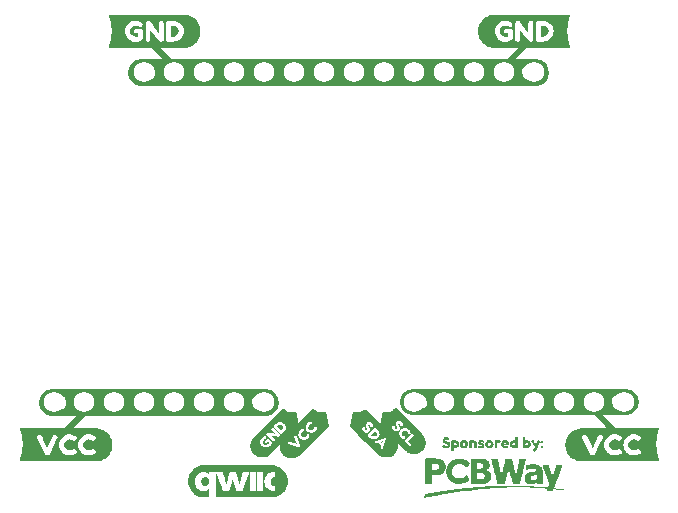
<source format=gto>
G04 #@! TF.GenerationSoftware,KiCad,Pcbnew,(6.0.5-0)*
G04 #@! TF.CreationDate,2022-07-06T20:18:42+02:00*
G04 #@! TF.ProjectId,add-on-template,6164642d-6f6e-42d7-9465-6d706c617465,1.0*
G04 #@! TF.SameCoordinates,PX3938700PY2aea540*
G04 #@! TF.FileFunction,Legend,Top*
G04 #@! TF.FilePolarity,Positive*
%FSLAX46Y46*%
G04 Gerber Fmt 4.6, Leading zero omitted, Abs format (unit mm)*
G04 Created by KiCad (PCBNEW (6.0.5-0)) date 2022-07-06 20:18:42*
%MOMM*%
%LPD*%
G01*
G04 APERTURE LIST*
%ADD10C,0.500000*%
%ADD11C,1.727200*%
%ADD12C,0.800000*%
%ADD13C,6.400000*%
G04 APERTURE END LIST*
D10*
X11820000Y-38975000D02*
X13700000Y-37045000D01*
X19260000Y-6245000D02*
X21140000Y-8175000D01*
X56290000Y-36885000D02*
X58170000Y-38815000D01*
X48930000Y-8040000D02*
X50810000Y-6110000D01*
G04 #@! TO.C,kibuzzard-62C5CE8E*
G36*
X51427095Y-39667895D02*
G01*
X51449320Y-39688850D01*
X51470275Y-39723775D01*
X51519170Y-39806960D01*
X51560445Y-39876881D01*
X51600450Y-39943556D01*
X51639185Y-40006985D01*
X51659505Y-39957614D01*
X51707765Y-39850140D01*
X51755549Y-39745524D01*
X51774440Y-39704725D01*
X51789045Y-39683135D01*
X51835400Y-39661545D01*
X51905885Y-39679325D01*
X51962083Y-39715837D01*
X51980815Y-39759335D01*
X51970655Y-39802515D01*
X51960495Y-39824105D01*
X51627755Y-40568325D01*
X51610610Y-40605155D01*
X51588385Y-40629285D01*
X51550285Y-40640715D01*
X51482975Y-40621665D01*
X51426778Y-40585470D01*
X51408045Y-40542925D01*
X51415665Y-40513318D01*
X51438525Y-40454978D01*
X51476625Y-40367903D01*
X51529965Y-40252095D01*
X51277235Y-39826645D01*
X51251835Y-39764415D01*
X51268980Y-39723775D01*
X51320415Y-39683135D01*
X51387725Y-39657735D01*
X51427095Y-39667895D01*
G37*
G36*
X50061845Y-39366905D02*
G01*
X50095500Y-39393575D01*
X50106930Y-39427230D01*
X50108835Y-39471045D01*
X50108835Y-40229235D01*
X50106930Y-40273050D01*
X50094865Y-40305435D01*
X50058511Y-40331153D01*
X49987550Y-40339725D01*
X49918811Y-40324168D01*
X49889125Y-40277495D01*
X49825308Y-40323215D01*
X49740535Y-40338455D01*
X49666593Y-40327378D01*
X49597166Y-40294146D01*
X49532255Y-40238760D01*
X49480044Y-40168628D01*
X49448717Y-40091158D01*
X49438353Y-40006985D01*
X49660525Y-40006985D01*
X49693545Y-40083185D01*
X49773555Y-40117475D01*
X49851660Y-40083185D01*
X49882775Y-40007620D01*
X49852930Y-39930785D01*
X49772285Y-39895225D01*
X49691005Y-39930150D01*
X49660525Y-40006985D01*
X49438353Y-40006985D01*
X49438275Y-40006350D01*
X49448788Y-39921472D01*
X49480326Y-39843790D01*
X49532890Y-39773305D01*
X49598013Y-39717566D01*
X49667228Y-39684123D01*
X49740535Y-39672975D01*
X49824038Y-39688850D01*
X49886585Y-39736475D01*
X49886585Y-39469775D01*
X49888490Y-39425960D01*
X49899920Y-39392940D01*
X49933575Y-39366905D01*
X49997710Y-39359285D01*
X50061845Y-39366905D01*
G37*
G36*
X51041297Y-39717566D02*
G01*
X51106420Y-39773305D01*
X51158984Y-39843790D01*
X51190522Y-39921472D01*
X51201035Y-40006350D01*
X51190593Y-40091158D01*
X51159266Y-40168628D01*
X51107055Y-40238760D01*
X51042849Y-40294146D01*
X50975539Y-40327378D01*
X50905125Y-40338455D01*
X50812733Y-40323215D01*
X50751455Y-40277495D01*
X50719070Y-40324168D01*
X50642235Y-40339725D01*
X50577783Y-40331153D01*
X50544445Y-40305435D01*
X50533650Y-40271780D01*
X50531745Y-40227965D01*
X50531745Y-40007620D01*
X50756535Y-40007620D01*
X50787650Y-40083185D01*
X50865755Y-40117475D01*
X50945765Y-40083185D01*
X50978785Y-40006985D01*
X50948305Y-39930150D01*
X50867025Y-39895225D01*
X50786380Y-39930785D01*
X50756535Y-40007620D01*
X50531745Y-40007620D01*
X50531745Y-39469775D01*
X50533650Y-39425960D01*
X50544445Y-39393575D01*
X50578100Y-39367857D01*
X50643505Y-39359285D01*
X50707640Y-39367857D01*
X50740025Y-39393575D01*
X50752090Y-39427230D01*
X50753995Y-39471045D01*
X50753995Y-39735205D01*
X50815590Y-39688532D01*
X50898775Y-39672975D01*
X50972082Y-39684123D01*
X51041297Y-39717566D01*
G37*
G36*
X44128881Y-39399766D02*
G01*
X44195080Y-39414530D01*
X44282075Y-39454535D01*
X44313825Y-39478665D01*
X44353195Y-39540895D01*
X44322715Y-39610745D01*
X44278900Y-39658370D01*
X44233815Y-39674245D01*
X44167775Y-39648845D01*
X44153170Y-39636145D01*
X44133485Y-39619635D01*
X44065540Y-39603125D01*
X43996960Y-39622810D01*
X43969655Y-39677420D01*
X44002040Y-39733935D01*
X44082685Y-39763145D01*
X44133167Y-39772829D01*
X44188095Y-39786640D01*
X44243022Y-39804261D01*
X44293505Y-39825375D01*
X44337796Y-39856649D01*
X44374150Y-39904750D01*
X44398439Y-39967774D01*
X44406535Y-40043815D01*
X44398280Y-40121444D01*
X44373515Y-40189230D01*
X44335415Y-40244951D01*
X44287155Y-40286385D01*
X44217023Y-40323779D01*
X44143786Y-40346216D01*
X44067445Y-40353695D01*
X44009342Y-40350044D01*
X43954415Y-40339090D01*
X43868055Y-40302895D01*
X43810905Y-40262890D01*
X43774075Y-40224155D01*
X43762645Y-40210185D01*
X43729625Y-40137160D01*
X43743277Y-40099536D01*
X43784235Y-40051435D01*
X43851545Y-40020955D01*
X43894090Y-40036830D01*
X43950605Y-40084455D01*
X44001405Y-40125730D01*
X44062365Y-40145415D01*
X44127982Y-40134691D01*
X44167352Y-40102517D01*
X44180475Y-40048895D01*
X44148090Y-40000000D01*
X44067445Y-39971425D01*
X44017280Y-39959836D01*
X43963305Y-39942850D01*
X43909330Y-39921419D01*
X43859165Y-39896495D01*
X43814874Y-39862046D01*
X43778520Y-39812040D01*
X43754231Y-39748381D01*
X43746135Y-39672975D01*
X43755378Y-39601643D01*
X43783106Y-39536662D01*
X43829320Y-39478030D01*
X43891479Y-39431816D01*
X43967044Y-39404088D01*
X44056015Y-39394845D01*
X44128881Y-39399766D01*
G37*
G36*
X44490990Y-39737745D02*
G01*
X44501785Y-39705995D01*
X44531947Y-39680277D01*
X44586875Y-39671705D01*
X44677680Y-39688850D01*
X44704985Y-39739015D01*
X44767056Y-39689485D01*
X44856750Y-39672975D01*
X44924554Y-39683841D01*
X44989959Y-39716437D01*
X45052965Y-39770765D01*
X45104471Y-39839486D01*
X45135374Y-39915263D01*
X45145675Y-39998095D01*
X45135444Y-40080927D01*
X45104753Y-40156704D01*
X45053600Y-40225425D01*
X44990876Y-40279753D01*
X44925471Y-40312349D01*
X44857385Y-40323215D01*
X44767532Y-40308610D01*
X44706255Y-40264795D01*
X44706255Y-40521335D01*
X44704350Y-40564515D01*
X44692920Y-40596900D01*
X44660535Y-40622935D01*
X44598305Y-40630555D01*
X44535440Y-40622935D01*
X44502420Y-40597535D01*
X44490990Y-40565785D01*
X44489085Y-40522605D01*
X44489085Y-39999365D01*
X44711335Y-39999365D01*
X44741180Y-40073660D01*
X44817380Y-40107315D01*
X44896120Y-40074295D01*
X44928505Y-39999365D01*
X44898025Y-39923800D01*
X44818650Y-39890145D01*
X44740545Y-39924435D01*
X44711335Y-39999365D01*
X44489085Y-39999365D01*
X44489085Y-39780925D01*
X44490990Y-39737745D01*
G37*
G36*
X47800257Y-39667401D02*
G01*
X47881114Y-39700209D01*
X47954915Y-39754890D01*
X48013476Y-39826504D01*
X48048613Y-39910112D01*
X48060325Y-40005715D01*
X48046673Y-40105251D01*
X48005715Y-40193040D01*
X47945231Y-40264160D01*
X47873000Y-40313690D01*
X47793466Y-40342741D01*
X47711075Y-40352425D01*
X47628525Y-40342106D01*
X47548515Y-40311150D01*
X47475966Y-40260033D01*
X47415800Y-40189230D01*
X47375319Y-40103346D01*
X47361825Y-40006985D01*
X47362061Y-40005080D01*
X47586615Y-40005080D01*
X47596775Y-40059055D01*
X47627255Y-40097790D01*
X47709805Y-40128905D01*
X47793625Y-40097155D01*
X47825057Y-40057785D01*
X47835535Y-40003175D01*
X47825692Y-39948882D01*
X47796165Y-39910465D01*
X47711075Y-39879985D01*
X47625985Y-39911735D01*
X47596457Y-39950946D01*
X47586615Y-40005080D01*
X47362061Y-40005080D01*
X47373678Y-39911312D01*
X47409238Y-39827492D01*
X47468505Y-39755525D01*
X47543012Y-39700492D01*
X47624292Y-39667472D01*
X47712345Y-39656465D01*
X47800257Y-39667401D01*
G37*
G36*
X45647607Y-39667401D02*
G01*
X45728464Y-39700209D01*
X45802265Y-39754890D01*
X45860826Y-39826504D01*
X45895963Y-39910112D01*
X45907675Y-40005715D01*
X45894022Y-40105251D01*
X45853065Y-40193040D01*
X45792581Y-40264160D01*
X45720350Y-40313690D01*
X45640816Y-40342741D01*
X45558425Y-40352425D01*
X45475875Y-40342106D01*
X45395865Y-40311150D01*
X45323316Y-40260033D01*
X45263150Y-40189230D01*
X45222669Y-40103346D01*
X45209175Y-40006985D01*
X45209411Y-40005080D01*
X45433965Y-40005080D01*
X45444125Y-40059055D01*
X45474605Y-40097790D01*
X45557155Y-40128905D01*
X45640975Y-40097155D01*
X45672407Y-40057785D01*
X45682885Y-40003175D01*
X45673042Y-39948882D01*
X45643515Y-39910465D01*
X45558425Y-39879985D01*
X45473335Y-39911735D01*
X45443807Y-39950946D01*
X45433965Y-40005080D01*
X45209411Y-40005080D01*
X45221028Y-39911312D01*
X45256588Y-39827492D01*
X45315855Y-39755525D01*
X45390362Y-39700492D01*
X45471642Y-39667472D01*
X45559695Y-39656465D01*
X45647607Y-39667401D01*
G37*
G36*
X48942975Y-40079375D02*
G01*
X48984885Y-40139065D01*
X49068705Y-40163195D01*
X49134428Y-40159385D01*
X49184275Y-40147955D01*
X49198245Y-40142875D01*
X49249045Y-40128905D01*
X49318895Y-40186055D01*
X49335405Y-40244475D01*
X49318498Y-40293926D01*
X49267778Y-40329248D01*
X49183243Y-40350441D01*
X49064895Y-40357505D01*
X48976154Y-40349409D01*
X48897890Y-40325120D01*
X48832961Y-40287496D01*
X48784225Y-40239395D01*
X48739775Y-40168134D01*
X48713105Y-40091511D01*
X48704215Y-40009525D01*
X48709497Y-39963805D01*
X48940435Y-39963805D01*
X49100455Y-39963805D01*
X49148715Y-39923165D01*
X49126490Y-39876175D01*
X49062990Y-39858395D01*
X48981075Y-39892050D01*
X48940435Y-39963805D01*
X48709497Y-39963805D01*
X48715716Y-39909971D01*
X48750217Y-39824669D01*
X48807720Y-39753620D01*
X48882438Y-39700351D01*
X48968587Y-39668389D01*
X49066165Y-39657735D01*
X49148556Y-39665514D01*
X49219200Y-39688850D01*
X49278096Y-39727744D01*
X49325245Y-39782195D01*
X49357630Y-39851251D01*
X49368425Y-39926340D01*
X49358741Y-39994285D01*
X49329690Y-40041910D01*
X49243965Y-40079375D01*
X48942975Y-40079375D01*
G37*
G36*
X46442274Y-39682500D02*
G01*
X46512759Y-39714885D01*
X46573790Y-39768860D01*
X46620709Y-39838357D01*
X46648861Y-39917309D01*
X46658245Y-40005715D01*
X46658245Y-40229235D01*
X46656340Y-40273050D01*
X46645545Y-40305435D01*
X46611890Y-40331153D01*
X46546485Y-40339725D01*
X46475365Y-40327978D01*
X46442345Y-40292735D01*
X46434725Y-40227965D01*
X46434725Y-40004445D01*
X46404880Y-39923165D01*
X46324870Y-39893955D01*
X46243590Y-39924435D01*
X46212475Y-40004445D01*
X46212475Y-40229235D01*
X46210570Y-40273050D01*
X46198505Y-40305435D01*
X46165802Y-40331153D01*
X46100715Y-40339725D01*
X46036262Y-40331153D01*
X46002925Y-40305435D01*
X45992130Y-40271780D01*
X45990225Y-40227965D01*
X45990225Y-39778385D01*
X45992130Y-39735840D01*
X46004195Y-39703455D01*
X46037532Y-39679642D01*
X46101985Y-39671705D01*
X46164532Y-39679007D01*
X46197235Y-39700915D01*
X46209935Y-39752985D01*
X46232795Y-39727585D01*
X46267085Y-39700915D01*
X46362335Y-39671705D01*
X46442274Y-39682500D01*
G37*
G36*
X47130685Y-39669800D02*
G01*
X47224665Y-39702185D01*
X47269115Y-39752985D01*
X47241175Y-39827915D01*
X47184025Y-39872365D01*
X47127510Y-39853315D01*
X47037975Y-39834265D01*
X46963045Y-39862205D01*
X46984635Y-39893637D01*
X47049405Y-39911735D01*
X47131955Y-39928245D01*
X47211965Y-39959995D01*
X47273560Y-40021590D01*
X47292134Y-40070961D01*
X47298325Y-40131445D01*
X47292134Y-40192564D01*
X47273560Y-40243840D01*
X47204345Y-40313055D01*
X47145572Y-40334927D01*
X47077627Y-40348051D01*
X47000510Y-40352425D01*
X46919865Y-40344523D01*
X46841337Y-40320816D01*
X46764925Y-40281305D01*
X46740795Y-40233045D01*
X46752860Y-40191453D01*
X46789055Y-40132715D01*
X46834140Y-40111125D01*
X46918595Y-40142240D01*
X47015115Y-40173355D01*
X47073217Y-40165735D01*
X47092585Y-40142875D01*
X47071312Y-40121920D01*
X47007495Y-40107315D01*
X46927802Y-40086678D01*
X46848745Y-40047625D01*
X46787785Y-39975870D01*
X46769687Y-39922371D01*
X46763655Y-39859665D01*
X46774679Y-39787427D01*
X46807749Y-39731243D01*
X46862867Y-39691111D01*
X46940033Y-39667031D01*
X47039245Y-39659005D01*
X47130685Y-39669800D01*
G37*
G36*
X48553085Y-39668530D02*
G01*
X48597535Y-39679325D01*
X48637540Y-39705360D01*
X48653415Y-39764415D01*
X48629285Y-39853315D01*
X48559435Y-39901575D01*
X48515620Y-39891415D01*
X48460375Y-39881255D01*
X48396240Y-39905385D01*
X48366395Y-39963805D01*
X48366395Y-40230505D01*
X48364490Y-40274320D01*
X48352425Y-40307975D01*
X48318135Y-40332740D01*
X48253365Y-40340995D01*
X48165735Y-40319405D01*
X48142875Y-40264795D01*
X48142875Y-39782195D01*
X48144780Y-39738380D01*
X48155575Y-39705995D01*
X48189230Y-39680277D01*
X48254635Y-39671705D01*
X48316548Y-39679007D01*
X48349885Y-39700915D01*
X48363855Y-39742825D01*
X48382270Y-39721235D01*
X48433705Y-39686945D01*
X48502920Y-39665355D01*
X48553085Y-39668530D01*
G37*
G36*
X52245610Y-39725045D02*
G01*
X52270375Y-39820295D01*
X52267200Y-39865380D01*
X52253865Y-39900305D01*
X52220369Y-39927927D01*
X52157980Y-39937135D01*
X52094163Y-39930944D01*
X52056380Y-39912370D01*
X52037806Y-39876016D01*
X52031615Y-39816485D01*
X52038283Y-39756160D01*
X52058285Y-39722505D01*
X52155440Y-39699645D01*
X52245610Y-39725045D01*
G37*
G36*
X52245610Y-40129540D02*
G01*
X52264184Y-40165894D01*
X52270375Y-40225425D01*
X52267200Y-40270510D01*
X52253865Y-40305435D01*
X52220369Y-40333058D01*
X52157980Y-40342265D01*
X52094163Y-40336074D01*
X52056380Y-40317500D01*
X52037806Y-40281146D01*
X52031615Y-40221615D01*
X52038283Y-40161290D01*
X52058285Y-40127635D01*
X52155440Y-40104775D01*
X52245610Y-40129540D01*
G37*
G04 #@! TO.C,G\u002A\u002A\u002A*
G36*
X53788449Y-43886903D02*
G01*
X53736756Y-43882870D01*
X53860935Y-43882870D01*
X53868472Y-43883929D01*
X53887461Y-43884393D01*
X53890497Y-43884400D01*
X53910776Y-43884022D01*
X53919806Y-43883025D01*
X53915931Y-43881614D01*
X53914487Y-43881422D01*
X53888603Y-43880201D01*
X53866507Y-43881422D01*
X53860935Y-43882870D01*
X53736756Y-43882870D01*
X53720593Y-43881609D01*
X53644546Y-43875540D01*
X53764593Y-43875540D01*
X53771723Y-43876639D01*
X53790520Y-43877093D01*
X53790845Y-43877093D01*
X53810454Y-43876708D01*
X53819079Y-43875627D01*
X53814968Y-43874106D01*
X53792523Y-43872822D01*
X53770678Y-43874031D01*
X53764593Y-43875540D01*
X53644546Y-43875540D01*
X53643280Y-43875439D01*
X53561759Y-43868818D01*
X53553760Y-43868158D01*
X53668633Y-43868158D01*
X53675763Y-43869257D01*
X53694559Y-43869711D01*
X53694885Y-43869712D01*
X53714494Y-43869327D01*
X53723119Y-43868245D01*
X53719007Y-43866725D01*
X53696563Y-43865440D01*
X53674718Y-43866649D01*
X53668633Y-43868158D01*
X53553760Y-43868158D01*
X53481277Y-43862177D01*
X53466557Y-43860940D01*
X53577736Y-43860940D01*
X53586120Y-43862053D01*
X53602615Y-43862406D01*
X53620839Y-43861948D01*
X53627669Y-43860756D01*
X53622915Y-43859330D01*
X53599071Y-43858095D01*
X53582316Y-43859330D01*
X53577736Y-43860940D01*
X53466557Y-43860940D01*
X53407083Y-43855942D01*
X53379213Y-43853558D01*
X53489158Y-43853558D01*
X53497541Y-43854671D01*
X53514036Y-43855024D01*
X53532260Y-43854566D01*
X53539090Y-43853375D01*
X53534336Y-43851949D01*
X53510492Y-43850713D01*
X53493737Y-43851949D01*
X53489158Y-43853558D01*
X53379213Y-43853558D01*
X53374502Y-43853155D01*
X53319714Y-43848481D01*
X53292135Y-43846176D01*
X53400579Y-43846176D01*
X53408962Y-43847290D01*
X53425457Y-43847642D01*
X53443681Y-43847185D01*
X53447159Y-43846578D01*
X53987988Y-43846578D01*
X53996861Y-43847801D01*
X54004911Y-43847993D01*
X54020103Y-43847399D01*
X54024024Y-43845726D01*
X54021606Y-43844783D01*
X54003879Y-43843408D01*
X53992079Y-43844634D01*
X53987988Y-43846578D01*
X53447159Y-43846578D01*
X53450511Y-43845993D01*
X53445757Y-43844567D01*
X53421913Y-43843332D01*
X53405158Y-43844567D01*
X53400579Y-43846176D01*
X53292135Y-43846176D01*
X53269163Y-43844256D01*
X53224881Y-43840643D01*
X53201452Y-43838795D01*
X53312000Y-43838795D01*
X53320383Y-43839908D01*
X53336879Y-43840261D01*
X53355102Y-43839803D01*
X53358577Y-43839197D01*
X53928936Y-43839197D01*
X53937808Y-43840420D01*
X53945858Y-43840611D01*
X53961050Y-43840017D01*
X53964971Y-43838344D01*
X53962553Y-43837401D01*
X53944827Y-43836026D01*
X53933027Y-43837252D01*
X53928936Y-43839197D01*
X53358577Y-43839197D01*
X53361932Y-43838612D01*
X53357178Y-43837186D01*
X53333335Y-43835950D01*
X53316579Y-43837186D01*
X53312000Y-43838795D01*
X53201452Y-43838795D01*
X53188900Y-43837805D01*
X53163253Y-43835905D01*
X53149970Y-43835106D01*
X53149160Y-43835091D01*
X53140858Y-43837325D01*
X53133061Y-43845639D01*
X53124298Y-43862455D01*
X53113103Y-43890195D01*
X53108859Y-43901525D01*
X53084240Y-43967960D01*
X52811165Y-43967960D01*
X52737841Y-43967862D01*
X52678133Y-43967544D01*
X52630894Y-43966967D01*
X52594978Y-43966090D01*
X52569237Y-43964875D01*
X52552525Y-43963282D01*
X52543696Y-43961272D01*
X52541604Y-43958806D01*
X52541630Y-43958733D01*
X52545610Y-43948485D01*
X52553746Y-43927621D01*
X52564815Y-43899275D01*
X52576385Y-43869672D01*
X52588431Y-43838122D01*
X52590825Y-43831486D01*
X53230361Y-43831486D01*
X53238339Y-43832648D01*
X53251990Y-43832980D01*
X53269496Y-43832511D01*
X53272880Y-43831815D01*
X53869883Y-43831815D01*
X53878755Y-43833038D01*
X53886806Y-43833230D01*
X53901998Y-43832636D01*
X53905919Y-43830963D01*
X53903500Y-43830019D01*
X53885774Y-43828645D01*
X53873974Y-43829871D01*
X53869883Y-43831815D01*
X53272880Y-43831815D01*
X53275895Y-43831195D01*
X53272391Y-43829895D01*
X53252140Y-43828566D01*
X53235483Y-43829794D01*
X53230361Y-43831486D01*
X52590825Y-43831486D01*
X52593515Y-43824032D01*
X53142224Y-43824032D01*
X53150607Y-43825145D01*
X53167102Y-43825498D01*
X53185326Y-43825040D01*
X53188804Y-43824433D01*
X53803449Y-43824433D01*
X53812321Y-43825657D01*
X53820372Y-43825848D01*
X53835564Y-43825254D01*
X53839485Y-43823581D01*
X53837066Y-43822638D01*
X53819340Y-43821263D01*
X53807540Y-43822489D01*
X53803449Y-43824433D01*
X53188804Y-43824433D01*
X53192156Y-43823848D01*
X53187402Y-43822423D01*
X53163558Y-43821187D01*
X53146803Y-43822423D01*
X53142224Y-43824032D01*
X52593515Y-43824032D01*
X52596033Y-43817052D01*
X53744396Y-43817052D01*
X53753269Y-43818275D01*
X53761319Y-43818467D01*
X53776511Y-43817872D01*
X53780432Y-43816200D01*
X53778014Y-43815256D01*
X53760287Y-43813881D01*
X53748487Y-43815107D01*
X53744396Y-43817052D01*
X52596033Y-43817052D01*
X52597855Y-43812002D01*
X52598615Y-43809670D01*
X53685344Y-43809670D01*
X53694216Y-43810894D01*
X53702267Y-43811085D01*
X53717458Y-43810491D01*
X53721379Y-43808818D01*
X53718961Y-43807875D01*
X53701235Y-43806500D01*
X53689435Y-43807726D01*
X53685344Y-43809670D01*
X52598615Y-43809670D01*
X52601056Y-43802181D01*
X53619417Y-43802181D01*
X53628691Y-43803339D01*
X53639523Y-43803554D01*
X53655488Y-43802979D01*
X53659871Y-43801506D01*
X53656132Y-43800355D01*
X53634622Y-43799134D01*
X53622915Y-43800355D01*
X53619417Y-43802181D01*
X52601056Y-43802181D01*
X52603427Y-43794907D01*
X53559857Y-43794907D01*
X53568729Y-43796130D01*
X53576780Y-43796322D01*
X53591972Y-43795728D01*
X53595893Y-43794055D01*
X53593474Y-43793112D01*
X53575748Y-43791737D01*
X53563948Y-43792963D01*
X53559857Y-43794907D01*
X52603427Y-43794907D01*
X52603685Y-43794114D01*
X52604981Y-43787418D01*
X53493930Y-43787418D01*
X53503204Y-43788576D01*
X53514036Y-43788791D01*
X53530002Y-43788215D01*
X53534384Y-43786743D01*
X53530645Y-43785592D01*
X53509135Y-43784371D01*
X53497428Y-43785592D01*
X53493930Y-43787418D01*
X52604981Y-43787418D01*
X52605005Y-43787294D01*
X52596547Y-43785499D01*
X52574649Y-43782752D01*
X52549960Y-43780144D01*
X53434370Y-43780144D01*
X53443242Y-43781367D01*
X53451293Y-43781559D01*
X53466485Y-43780965D01*
X53470406Y-43779292D01*
X53467988Y-43778348D01*
X53450261Y-43776974D01*
X53438461Y-43778199D01*
X53434370Y-43780144D01*
X52549960Y-43780144D01*
X52540597Y-43779155D01*
X52495675Y-43774813D01*
X52473249Y-43772762D01*
X52570726Y-43772762D01*
X52579598Y-43773986D01*
X52587649Y-43774177D01*
X52602841Y-43773583D01*
X52605016Y-43772655D01*
X53368443Y-43772655D01*
X53377717Y-43773813D01*
X53388550Y-43774028D01*
X53404515Y-43773452D01*
X53408897Y-43771980D01*
X53405158Y-43770829D01*
X53383648Y-43769608D01*
X53371941Y-43770829D01*
X53368443Y-43772655D01*
X52605016Y-43772655D01*
X52606762Y-43771910D01*
X52604343Y-43770967D01*
X52586617Y-43769592D01*
X52574817Y-43770818D01*
X52570726Y-43772762D01*
X52473249Y-43772762D01*
X52441169Y-43769828D01*
X52386869Y-43765051D01*
X52492203Y-43765051D01*
X52500182Y-43766214D01*
X52513833Y-43766546D01*
X52531339Y-43766077D01*
X52535248Y-43765273D01*
X53302009Y-43765273D01*
X53311283Y-43766431D01*
X53322115Y-43766647D01*
X53338081Y-43766071D01*
X53342463Y-43764598D01*
X53338724Y-43763448D01*
X53317214Y-43762226D01*
X53305507Y-43763448D01*
X53302009Y-43765273D01*
X52535248Y-43765273D01*
X52537737Y-43764761D01*
X52534234Y-43763461D01*
X52513983Y-43762132D01*
X52497326Y-43763360D01*
X52492203Y-43765051D01*
X52386869Y-43765051D01*
X52378366Y-43764303D01*
X52308549Y-43758343D01*
X52300471Y-43757670D01*
X52411006Y-43757670D01*
X52418984Y-43758832D01*
X52432636Y-43759164D01*
X52450141Y-43758695D01*
X52454050Y-43757891D01*
X53235575Y-43757891D01*
X53244849Y-43759050D01*
X53255681Y-43759265D01*
X53271646Y-43758689D01*
X53276029Y-43757217D01*
X53272290Y-43756066D01*
X53250780Y-43754845D01*
X53239073Y-43756066D01*
X53235575Y-43757891D01*
X52454050Y-43757891D01*
X52456540Y-43757379D01*
X52453036Y-43756079D01*
X52432786Y-43754750D01*
X52416129Y-43755979D01*
X52411006Y-43757670D01*
X52300471Y-43757670D01*
X52233005Y-43752049D01*
X52210528Y-43750216D01*
X52322869Y-43750216D01*
X52331252Y-43751329D01*
X52347747Y-43751682D01*
X52365971Y-43751224D01*
X52369446Y-43750618D01*
X53176015Y-43750618D01*
X53184887Y-43751841D01*
X53192938Y-43752032D01*
X53208130Y-43751438D01*
X53212051Y-43749765D01*
X53209632Y-43748822D01*
X53191906Y-43747447D01*
X53180106Y-43748673D01*
X53176015Y-43750618D01*
X52369446Y-43750618D01*
X52372801Y-43750033D01*
X52368047Y-43748607D01*
X52344204Y-43747371D01*
X52327448Y-43748607D01*
X52322869Y-43750216D01*
X52210528Y-43750216D01*
X52153019Y-43745526D01*
X52119362Y-43742834D01*
X52234290Y-43742834D01*
X52242673Y-43743947D01*
X52259169Y-43744300D01*
X52277392Y-43743843D01*
X52284222Y-43742651D01*
X52279468Y-43741225D01*
X52255625Y-43739990D01*
X52238869Y-43741225D01*
X52234290Y-43742834D01*
X52119362Y-43742834D01*
X52069876Y-43738876D01*
X52026267Y-43735453D01*
X52153092Y-43735453D01*
X52161476Y-43736566D01*
X52177971Y-43736919D01*
X52196195Y-43736461D01*
X52203025Y-43735269D01*
X52198271Y-43733844D01*
X52174427Y-43732608D01*
X52157672Y-43733844D01*
X52153092Y-43735453D01*
X52026267Y-43735453D01*
X51984862Y-43732203D01*
X51929098Y-43727908D01*
X52059450Y-43727908D01*
X52066579Y-43729007D01*
X52085376Y-43729461D01*
X52085702Y-43729462D01*
X52105311Y-43729077D01*
X52113935Y-43727995D01*
X52109824Y-43726475D01*
X52087379Y-43725190D01*
X52065534Y-43726399D01*
X52059450Y-43727908D01*
X51929098Y-43727908D01*
X51899262Y-43725610D01*
X51831928Y-43720527D01*
X51970871Y-43720527D01*
X51978000Y-43721626D01*
X51996797Y-43722080D01*
X51997123Y-43722080D01*
X52016732Y-43721695D01*
X52025356Y-43720614D01*
X52021245Y-43719093D01*
X51998801Y-43717809D01*
X51976956Y-43719018D01*
X51970871Y-43720527D01*
X51831928Y-43720527D01*
X51814362Y-43719201D01*
X51732368Y-43713145D01*
X51874910Y-43713145D01*
X51882040Y-43714244D01*
X51900836Y-43714698D01*
X51901162Y-43714699D01*
X51920771Y-43714314D01*
X51929396Y-43713232D01*
X51925284Y-43711712D01*
X51902840Y-43710427D01*
X51880995Y-43711636D01*
X51874910Y-43713145D01*
X51732368Y-43713145D01*
X51731447Y-43713077D01*
X51651802Y-43707344D01*
X51628420Y-43705712D01*
X51771950Y-43705712D01*
X51779486Y-43706771D01*
X51798475Y-43707236D01*
X51801511Y-43707242D01*
X51821790Y-43706864D01*
X51830820Y-43705867D01*
X51826945Y-43704456D01*
X51825501Y-43704265D01*
X51799617Y-43703043D01*
X51777521Y-43704265D01*
X51771950Y-43705712D01*
X51628420Y-43705712D01*
X51576713Y-43702103D01*
X51521228Y-43698382D01*
X51675608Y-43698382D01*
X51682737Y-43699481D01*
X51701534Y-43699935D01*
X51701860Y-43699936D01*
X51721469Y-43699550D01*
X51730093Y-43698469D01*
X51725982Y-43696949D01*
X51703538Y-43695664D01*
X51681693Y-43696873D01*
X51675608Y-43698382D01*
X51521228Y-43698382D01*
X51507465Y-43697459D01*
X51445344Y-43693514D01*
X51413978Y-43691639D01*
X51401896Y-43690949D01*
X51565265Y-43690949D01*
X51572802Y-43692008D01*
X51591791Y-43692472D01*
X51594827Y-43692479D01*
X51615106Y-43692101D01*
X51619961Y-43691565D01*
X52615015Y-43691565D01*
X52623888Y-43692788D01*
X52631938Y-43692980D01*
X52647130Y-43692386D01*
X52651051Y-43690713D01*
X52648633Y-43689770D01*
X52630906Y-43688395D01*
X52619106Y-43689621D01*
X52615015Y-43691565D01*
X51619961Y-43691565D01*
X51624136Y-43691104D01*
X51620261Y-43689693D01*
X51618817Y-43689501D01*
X51592933Y-43688280D01*
X51570837Y-43689501D01*
X51565265Y-43690949D01*
X51401896Y-43690949D01*
X51316846Y-43686092D01*
X51267300Y-43683403D01*
X51442548Y-43683403D01*
X51449278Y-43684408D01*
X51467689Y-43684936D01*
X51476722Y-43684978D01*
X51498901Y-43684657D01*
X51506414Y-43684076D01*
X52541707Y-43684076D01*
X52550981Y-43685234D01*
X52561813Y-43685449D01*
X52577778Y-43684873D01*
X52582161Y-43683401D01*
X52578422Y-43682250D01*
X52556912Y-43681029D01*
X52545205Y-43682250D01*
X52541707Y-43684076D01*
X51506414Y-43684076D01*
X51509944Y-43683803D01*
X51508311Y-43682576D01*
X51504403Y-43682082D01*
X51476685Y-43680888D01*
X51449041Y-43682082D01*
X51442548Y-43683403D01*
X51267300Y-43683403D01*
X51227870Y-43681263D01*
X51145153Y-43677102D01*
X51118342Y-43675891D01*
X51312507Y-43675891D01*
X51318466Y-43676845D01*
X51336294Y-43677405D01*
X51351235Y-43677499D01*
X51375188Y-43677221D01*
X51388099Y-43676476D01*
X51388101Y-43676472D01*
X52462677Y-43676472D01*
X52470655Y-43677635D01*
X52484307Y-43677967D01*
X52501812Y-43677498D01*
X52508211Y-43676182D01*
X52504707Y-43674882D01*
X52484457Y-43673553D01*
X52467800Y-43674781D01*
X52462677Y-43676472D01*
X51388101Y-43676472D01*
X51388521Y-43675393D01*
X51382607Y-43674673D01*
X51353210Y-43673512D01*
X51322968Y-43674419D01*
X51319863Y-43674673D01*
X51312507Y-43675891D01*
X51118342Y-43675891D01*
X51066802Y-43673563D01*
X50990921Y-43670597D01*
X50923977Y-43668427D01*
X51167512Y-43668427D01*
X51172336Y-43669359D01*
X51189309Y-43669941D01*
X51207294Y-43670076D01*
X51232350Y-43669830D01*
X51242994Y-43669313D01*
X52386693Y-43669313D01*
X52395968Y-43670471D01*
X52406800Y-43670686D01*
X52422765Y-43670110D01*
X52427148Y-43668638D01*
X52423409Y-43667487D01*
X52401899Y-43666266D01*
X52390192Y-43667487D01*
X52386693Y-43669313D01*
X51242994Y-43669313D01*
X51246658Y-43669135D01*
X51248710Y-43668108D01*
X51242579Y-43667303D01*
X51214712Y-43666150D01*
X51183869Y-43666762D01*
X51176145Y-43667262D01*
X51167512Y-43668427D01*
X50923977Y-43668427D01*
X50915617Y-43668156D01*
X50838993Y-43666193D01*
X50759155Y-43664659D01*
X50674208Y-43663506D01*
X50582258Y-43662687D01*
X50481409Y-43662153D01*
X50369767Y-43661856D01*
X50245437Y-43661750D01*
X50232926Y-43661748D01*
X50106259Y-43661812D01*
X49992065Y-43662070D01*
X49888057Y-43662574D01*
X49791944Y-43663375D01*
X49701438Y-43664526D01*
X49614251Y-43666079D01*
X49528093Y-43668086D01*
X49440675Y-43670600D01*
X49349710Y-43673671D01*
X49252907Y-43677353D01*
X49147978Y-43681697D01*
X49032635Y-43686756D01*
X48930078Y-43691410D01*
X48446789Y-43716608D01*
X47963672Y-43747914D01*
X47479449Y-43785474D01*
X46992845Y-43829436D01*
X46502583Y-43879950D01*
X46007388Y-43937162D01*
X45505983Y-44001220D01*
X44997093Y-44072272D01*
X44479440Y-44150466D01*
X43951749Y-44235951D01*
X43412745Y-44328873D01*
X43382824Y-44334188D01*
X43317826Y-44345819D01*
X43245502Y-44358876D01*
X43167209Y-44373107D01*
X43084305Y-44388259D01*
X42998149Y-44404079D01*
X42910097Y-44420313D01*
X42821508Y-44436708D01*
X42733738Y-44453011D01*
X42648146Y-44468969D01*
X42566089Y-44484328D01*
X42488924Y-44498837D01*
X42418010Y-44512240D01*
X42354704Y-44524286D01*
X42300364Y-44534721D01*
X42256347Y-44543292D01*
X42224011Y-44549745D01*
X42204713Y-44553828D01*
X42203618Y-44554081D01*
X42194123Y-44552952D01*
X42191464Y-44541217D01*
X42191556Y-44537495D01*
X42192985Y-44526522D01*
X42195533Y-44529868D01*
X42195788Y-44530805D01*
X42203823Y-44540416D01*
X42221758Y-44542268D01*
X42250949Y-44536478D01*
X42253443Y-44535791D01*
X42263804Y-44532448D01*
X42261279Y-44531542D01*
X42245063Y-44532903D01*
X42241468Y-44533285D01*
X42220338Y-44534779D01*
X42209350Y-44532290D01*
X42205711Y-44526765D01*
X42283888Y-44526765D01*
X42294042Y-44527794D01*
X42304521Y-44526634D01*
X42303269Y-44524071D01*
X42288156Y-44523096D01*
X42284815Y-44524071D01*
X42283888Y-44526765D01*
X42205711Y-44526765D01*
X42204090Y-44524304D01*
X42202815Y-44520043D01*
X42202681Y-44519383D01*
X42320796Y-44519383D01*
X42330950Y-44520412D01*
X42341429Y-44519252D01*
X42340177Y-44516689D01*
X42325064Y-44515714D01*
X42321723Y-44516689D01*
X42320796Y-44519383D01*
X42202681Y-44519383D01*
X42201179Y-44512002D01*
X42357704Y-44512002D01*
X42367858Y-44513031D01*
X42378337Y-44511871D01*
X42377085Y-44509307D01*
X42361972Y-44508333D01*
X42358631Y-44509307D01*
X42357704Y-44512002D01*
X42201179Y-44512002D01*
X42199561Y-44504049D01*
X42396360Y-44504049D01*
X42406164Y-44505327D01*
X42408457Y-44505376D01*
X42421063Y-44504578D01*
X42422173Y-44502267D01*
X42421515Y-44501973D01*
X42406861Y-44500512D01*
X42399370Y-44501699D01*
X42396360Y-44504049D01*
X42199561Y-44504049D01*
X42199040Y-44501489D01*
X42198932Y-44490351D01*
X42202137Y-44489268D01*
X42206084Y-44495742D01*
X42210461Y-44503463D01*
X42210992Y-44498484D01*
X42210819Y-44497239D01*
X42438901Y-44497239D01*
X42449055Y-44498267D01*
X42459534Y-44497107D01*
X42458282Y-44494544D01*
X42443170Y-44493569D01*
X42439828Y-44494544D01*
X42438901Y-44497239D01*
X42210819Y-44497239D01*
X42209794Y-44489857D01*
X42475809Y-44489857D01*
X42485963Y-44490886D01*
X42496442Y-44489726D01*
X42495190Y-44487163D01*
X42480077Y-44486188D01*
X42476736Y-44487163D01*
X42475809Y-44489857D01*
X42209794Y-44489857D01*
X42209586Y-44488361D01*
X42209380Y-44482475D01*
X42512717Y-44482475D01*
X42522871Y-44483504D01*
X42533350Y-44482344D01*
X42532098Y-44479781D01*
X42516985Y-44478806D01*
X42513644Y-44479781D01*
X42512717Y-44482475D01*
X42209380Y-44482475D01*
X42209128Y-44475283D01*
X42549660Y-44475283D01*
X42559779Y-44475542D01*
X42580990Y-44473648D01*
X42600378Y-44469907D01*
X42614152Y-44466074D01*
X42614187Y-44464530D01*
X42604068Y-44464272D01*
X42582857Y-44466165D01*
X42563470Y-44469907D01*
X42549695Y-44473739D01*
X42549660Y-44475283D01*
X42209128Y-44475283D01*
X42208984Y-44471164D01*
X42210031Y-44458219D01*
X42213428Y-44458219D01*
X42214785Y-44467793D01*
X42217305Y-44467907D01*
X42218656Y-44460331D01*
X42630822Y-44460331D01*
X42640976Y-44461360D01*
X42651455Y-44460200D01*
X42650203Y-44457636D01*
X42635091Y-44456661D01*
X42631749Y-44457636D01*
X42630822Y-44460331D01*
X42218656Y-44460331D01*
X42219067Y-44458028D01*
X42217887Y-44453759D01*
X42216938Y-44452949D01*
X42667730Y-44452949D01*
X42677884Y-44453978D01*
X42688363Y-44452818D01*
X42687111Y-44450255D01*
X42671998Y-44449280D01*
X42668657Y-44450255D01*
X42667730Y-44452949D01*
X42216938Y-44452949D01*
X42214610Y-44450963D01*
X42213428Y-44458219D01*
X42210031Y-44458219D01*
X42210858Y-44447986D01*
X42211284Y-44444996D01*
X42706386Y-44444996D01*
X42716190Y-44446274D01*
X42718483Y-44446323D01*
X42731089Y-44445525D01*
X42732199Y-44443214D01*
X42731541Y-44442920D01*
X42716887Y-44441460D01*
X42709396Y-44442647D01*
X42706386Y-44444996D01*
X42211284Y-44444996D01*
X42212255Y-44438186D01*
X42748927Y-44438186D01*
X42759081Y-44439215D01*
X42769560Y-44438055D01*
X42768308Y-44435492D01*
X42753196Y-44434517D01*
X42749854Y-44435492D01*
X42748927Y-44438186D01*
X42212255Y-44438186D01*
X42214559Y-44422020D01*
X42214694Y-44421311D01*
X42220809Y-44421311D01*
X42222166Y-44430885D01*
X42224686Y-44431000D01*
X42224687Y-44430994D01*
X42785870Y-44430994D01*
X42795989Y-44431252D01*
X42817201Y-44429359D01*
X42836588Y-44425617D01*
X42850363Y-44421785D01*
X42850398Y-44420241D01*
X42840279Y-44419982D01*
X42819067Y-44421876D01*
X42799680Y-44425617D01*
X42785905Y-44429449D01*
X42785870Y-44430994D01*
X42224687Y-44430994D01*
X42226448Y-44421120D01*
X42225269Y-44416852D01*
X42224318Y-44416041D01*
X42867032Y-44416041D01*
X42877187Y-44417070D01*
X42887666Y-44415910D01*
X42886414Y-44413347D01*
X42871301Y-44412372D01*
X42867960Y-44413347D01*
X42867032Y-44416041D01*
X42224318Y-44416041D01*
X42221991Y-44414056D01*
X42220809Y-44421311D01*
X42214694Y-44421311D01*
X42217220Y-44408088D01*
X42905689Y-44408088D01*
X42915493Y-44409366D01*
X42917785Y-44409415D01*
X42930392Y-44408617D01*
X42931502Y-44406306D01*
X42930843Y-44406012D01*
X42916190Y-44404552D01*
X42908699Y-44405739D01*
X42905689Y-44408088D01*
X42217220Y-44408088D01*
X42218521Y-44401278D01*
X42948230Y-44401278D01*
X42958384Y-44402307D01*
X42968863Y-44401147D01*
X42967611Y-44398584D01*
X42952498Y-44397609D01*
X42949157Y-44398584D01*
X42948230Y-44401278D01*
X42218521Y-44401278D01*
X42219443Y-44396456D01*
X42221354Y-44388709D01*
X42228773Y-44388709D01*
X42229934Y-44399188D01*
X42232497Y-44397936D01*
X42232758Y-44393896D01*
X42985138Y-44393896D01*
X42995292Y-44394925D01*
X43005771Y-44393765D01*
X43004519Y-44391202D01*
X42989406Y-44390227D01*
X42986065Y-44391202D01*
X42985138Y-44393896D01*
X42232758Y-44393896D01*
X42233271Y-44385944D01*
X43023794Y-44385944D01*
X43033598Y-44387222D01*
X43035890Y-44387270D01*
X43048497Y-44386472D01*
X43049607Y-44384162D01*
X43048949Y-44383867D01*
X43034295Y-44382407D01*
X43026804Y-44383594D01*
X43023794Y-44385944D01*
X42233271Y-44385944D01*
X42233472Y-44382824D01*
X42232497Y-44379482D01*
X42231482Y-44379133D01*
X43066335Y-44379133D01*
X43076489Y-44380162D01*
X43086968Y-44379002D01*
X43085716Y-44376439D01*
X43070603Y-44375464D01*
X43067262Y-44376439D01*
X43066335Y-44379133D01*
X42231482Y-44379133D01*
X42229802Y-44378555D01*
X42228773Y-44388709D01*
X42221354Y-44388709D01*
X42224862Y-44374487D01*
X42226018Y-44371181D01*
X43104991Y-44371181D01*
X43114795Y-44372458D01*
X43117088Y-44372507D01*
X43129694Y-44371709D01*
X43130804Y-44369399D01*
X43130146Y-44369104D01*
X43115492Y-44367644D01*
X43108001Y-44368831D01*
X43104991Y-44371181D01*
X42226018Y-44371181D01*
X42228399Y-44364370D01*
X43147532Y-44364370D01*
X43157686Y-44365399D01*
X43168166Y-44364239D01*
X43166913Y-44361676D01*
X43151801Y-44360701D01*
X43148459Y-44361676D01*
X43147532Y-44364370D01*
X42228399Y-44364370D01*
X42230170Y-44359303D01*
X42234720Y-44354096D01*
X42236408Y-44355993D01*
X42240051Y-44361940D01*
X42240101Y-44356417D01*
X43186188Y-44356417D01*
X43195993Y-44357695D01*
X43198285Y-44357744D01*
X43210892Y-44356946D01*
X43212001Y-44354635D01*
X43211343Y-44354341D01*
X43196690Y-44352881D01*
X43189199Y-44354068D01*
X43186188Y-44356417D01*
X42240101Y-44356417D01*
X42240120Y-44354348D01*
X42239472Y-44349607D01*
X43228729Y-44349607D01*
X43238884Y-44350636D01*
X43249363Y-44349476D01*
X43248111Y-44346913D01*
X43232998Y-44345938D01*
X43229657Y-44346913D01*
X43228729Y-44349607D01*
X42239472Y-44349607D01*
X42239037Y-44346422D01*
X42238901Y-44341654D01*
X43267386Y-44341654D01*
X43277190Y-44342932D01*
X43279482Y-44342981D01*
X43292089Y-44342183D01*
X43293199Y-44339872D01*
X43292541Y-44339578D01*
X43277887Y-44338118D01*
X43270396Y-44339305D01*
X43267386Y-44341654D01*
X42238901Y-44341654D01*
X42238691Y-44334273D01*
X43311675Y-44334273D01*
X43321480Y-44335551D01*
X43323772Y-44335599D01*
X43336378Y-44334801D01*
X43337488Y-44332491D01*
X43336830Y-44332196D01*
X43322176Y-44330736D01*
X43314685Y-44331923D01*
X43311675Y-44334273D01*
X42238691Y-44334273D01*
X42238433Y-44325218D01*
X42239089Y-44317969D01*
X42242954Y-44317969D01*
X42244311Y-44327543D01*
X42246831Y-44327658D01*
X42246866Y-44327462D01*
X43354216Y-44327462D01*
X43364371Y-44328491D01*
X43374850Y-44327331D01*
X43373598Y-44324768D01*
X43358485Y-44323793D01*
X43355144Y-44324768D01*
X43354216Y-44327462D01*
X42246866Y-44327462D01*
X42248284Y-44319509D01*
X43392873Y-44319509D01*
X43402677Y-44320787D01*
X43404969Y-44320836D01*
X43417576Y-44320038D01*
X43418686Y-44317727D01*
X43418027Y-44317433D01*
X43403374Y-44315973D01*
X43395883Y-44317160D01*
X43392873Y-44319509D01*
X42248284Y-44319509D01*
X42248593Y-44317778D01*
X42247414Y-44313510D01*
X42246463Y-44312699D01*
X43435414Y-44312699D01*
X43445568Y-44313728D01*
X43456047Y-44312568D01*
X43454795Y-44310005D01*
X43439682Y-44309030D01*
X43436341Y-44310005D01*
X43435414Y-44312699D01*
X42246463Y-44312699D01*
X42244136Y-44310714D01*
X42242954Y-44317969D01*
X42239089Y-44317969D01*
X42240285Y-44304746D01*
X43474070Y-44304746D01*
X43483874Y-44306024D01*
X43486167Y-44306073D01*
X43498773Y-44305275D01*
X43499883Y-44302964D01*
X43499225Y-44302670D01*
X43484571Y-44301210D01*
X43477080Y-44302397D01*
X43474070Y-44304746D01*
X42240285Y-44304746D01*
X42240920Y-44297726D01*
X42240980Y-44297365D01*
X43518359Y-44297365D01*
X43528164Y-44298643D01*
X43530456Y-44298691D01*
X43543062Y-44297894D01*
X43544172Y-44295583D01*
X43543514Y-44295289D01*
X43528860Y-44293828D01*
X43521369Y-44295015D01*
X43518359Y-44297365D01*
X42240980Y-44297365D01*
X42243436Y-44282682D01*
X42243762Y-44281061D01*
X42250335Y-44281061D01*
X42251693Y-44290635D01*
X42254212Y-44290750D01*
X42254349Y-44289983D01*
X43562649Y-44289983D01*
X43572453Y-44291261D01*
X43574745Y-44291310D01*
X43587352Y-44290512D01*
X43588462Y-44288201D01*
X43587804Y-44287907D01*
X43573150Y-44286447D01*
X43565659Y-44287634D01*
X43562649Y-44289983D01*
X42254349Y-44289983D01*
X42255564Y-44283173D01*
X43605190Y-44283173D01*
X43615344Y-44284202D01*
X43625823Y-44283042D01*
X43624571Y-44280479D01*
X43609458Y-44279504D01*
X43606117Y-44280479D01*
X43605190Y-44283173D01*
X42255564Y-44283173D01*
X42255975Y-44280870D01*
X42254795Y-44276602D01*
X42253175Y-44275220D01*
X43643846Y-44275220D01*
X43653650Y-44276498D01*
X43655943Y-44276547D01*
X43668549Y-44275749D01*
X43669659Y-44273438D01*
X43669001Y-44273144D01*
X43654347Y-44271684D01*
X43646856Y-44272870D01*
X43643846Y-44275220D01*
X42253175Y-44275220D01*
X42251517Y-44273806D01*
X42250335Y-44281061D01*
X42243762Y-44281061D01*
X42246417Y-44267838D01*
X43688136Y-44267838D01*
X43697940Y-44269116D01*
X43700232Y-44269165D01*
X43712839Y-44268367D01*
X43713949Y-44266056D01*
X43713290Y-44265762D01*
X43698637Y-44264302D01*
X43691146Y-44265489D01*
X43688136Y-44267838D01*
X42246417Y-44267838D01*
X42247899Y-44260457D01*
X43732425Y-44260457D01*
X43742229Y-44261735D01*
X43744522Y-44261784D01*
X43757128Y-44260986D01*
X43758238Y-44258675D01*
X43757580Y-44258381D01*
X43742926Y-44256920D01*
X43735435Y-44258107D01*
X43732425Y-44260457D01*
X42247899Y-44260457D01*
X42249381Y-44253075D01*
X43776714Y-44253075D01*
X43786519Y-44254353D01*
X43788811Y-44254402D01*
X43801418Y-44253604D01*
X43802527Y-44251293D01*
X43801869Y-44250999D01*
X43787216Y-44249539D01*
X43779725Y-44250726D01*
X43776714Y-44253075D01*
X42249381Y-44253075D01*
X42249512Y-44252425D01*
X42262966Y-44252425D01*
X42271360Y-44252549D01*
X42282970Y-44250997D01*
X42302273Y-44247553D01*
X42309489Y-44245694D01*
X43821004Y-44245694D01*
X43830808Y-44246972D01*
X43833101Y-44247020D01*
X43845707Y-44246223D01*
X43846817Y-44243912D01*
X43846159Y-44243618D01*
X43831505Y-44242157D01*
X43824014Y-44243344D01*
X43821004Y-44245694D01*
X42309489Y-44245694D01*
X42314233Y-44244472D01*
X42315572Y-44243789D01*
X42313566Y-44241396D01*
X42302256Y-44241535D01*
X42286778Y-44243665D01*
X42272267Y-44247240D01*
X42268207Y-44248804D01*
X42262966Y-44252425D01*
X42249512Y-44252425D01*
X42251450Y-44242775D01*
X42270536Y-44238883D01*
X42328177Y-44238883D01*
X42338332Y-44239912D01*
X42347628Y-44238883D01*
X43863545Y-44238883D01*
X43873699Y-44239912D01*
X43884178Y-44238752D01*
X43882926Y-44236189D01*
X43867814Y-44235214D01*
X43864472Y-44236189D01*
X43863545Y-44238883D01*
X42347628Y-44238883D01*
X42348811Y-44238752D01*
X42347559Y-44236189D01*
X42332446Y-44235214D01*
X42329105Y-44236189D01*
X42328177Y-44238883D01*
X42270536Y-44238883D01*
X42293045Y-44234293D01*
X42307348Y-44231502D01*
X42365085Y-44231502D01*
X42375239Y-44232531D01*
X42385719Y-44231371D01*
X42385504Y-44230931D01*
X43902201Y-44230931D01*
X43912006Y-44232209D01*
X43914298Y-44232257D01*
X43926904Y-44231459D01*
X43928014Y-44229149D01*
X43927356Y-44228854D01*
X43912702Y-44227394D01*
X43905211Y-44228581D01*
X43902201Y-44230931D01*
X42385504Y-44230931D01*
X42384466Y-44228808D01*
X42369354Y-44227833D01*
X42366013Y-44228808D01*
X42365085Y-44231502D01*
X42307348Y-44231502D01*
X42310059Y-44230973D01*
X42339597Y-44225374D01*
X42345283Y-44224309D01*
X42402028Y-44224309D01*
X42412147Y-44224568D01*
X42423559Y-44223549D01*
X43946491Y-44223549D01*
X43956295Y-44224827D01*
X43958587Y-44224876D01*
X43971194Y-44224078D01*
X43972304Y-44221767D01*
X43971646Y-44221473D01*
X43956992Y-44220013D01*
X43949501Y-44221199D01*
X43946491Y-44223549D01*
X42423559Y-44223549D01*
X42433359Y-44222674D01*
X42452746Y-44218933D01*
X42462689Y-44216167D01*
X43990780Y-44216167D01*
X44000585Y-44217445D01*
X44002877Y-44217494D01*
X44015483Y-44216696D01*
X44016593Y-44214385D01*
X44015935Y-44214091D01*
X44001281Y-44212631D01*
X43993790Y-44213818D01*
X43990780Y-44216167D01*
X42462689Y-44216167D01*
X42466521Y-44215101D01*
X42466556Y-44213557D01*
X42456437Y-44213298D01*
X42435225Y-44215192D01*
X42415838Y-44218933D01*
X42402063Y-44222765D01*
X42402028Y-44224309D01*
X42345283Y-44224309D01*
X42379662Y-44217870D01*
X42421056Y-44210170D01*
X44041757Y-44210170D01*
X44043475Y-44210270D01*
X44059991Y-44209102D01*
X44085402Y-44205679D01*
X44113600Y-44200853D01*
X44135845Y-44196174D01*
X44148188Y-44192606D01*
X44148536Y-44190789D01*
X44146818Y-44190688D01*
X44130302Y-44191857D01*
X44104891Y-44195279D01*
X44076693Y-44200105D01*
X44054448Y-44204784D01*
X44042105Y-44208353D01*
X44041757Y-44210170D01*
X42421056Y-44210170D01*
X42424410Y-44209546D01*
X42483226Y-44209546D01*
X42493345Y-44209805D01*
X42514556Y-44207911D01*
X42533943Y-44204170D01*
X42547718Y-44200338D01*
X42547753Y-44198794D01*
X42537634Y-44198535D01*
X42516422Y-44200429D01*
X42497035Y-44204170D01*
X42483261Y-44208002D01*
X42483226Y-44209546D01*
X42424410Y-44209546D01*
X42428254Y-44208831D01*
X42483375Y-44198629D01*
X42505272Y-44194594D01*
X42564388Y-44194594D01*
X42574542Y-44195623D01*
X42585021Y-44194463D01*
X42583769Y-44191900D01*
X42568656Y-44190925D01*
X42565315Y-44191900D01*
X42564388Y-44194594D01*
X42505272Y-44194594D01*
X42543025Y-44187637D01*
X42548451Y-44186641D01*
X42603044Y-44186641D01*
X42612848Y-44187919D01*
X42615141Y-44187968D01*
X42627747Y-44187170D01*
X42628001Y-44186641D01*
X44175319Y-44186641D01*
X44185124Y-44187919D01*
X44187416Y-44187968D01*
X44200023Y-44187170D01*
X44201132Y-44184859D01*
X44200474Y-44184565D01*
X44185821Y-44183105D01*
X44178330Y-44184291D01*
X44175319Y-44186641D01*
X42628001Y-44186641D01*
X42628857Y-44184859D01*
X42628199Y-44184565D01*
X42613545Y-44183105D01*
X42606054Y-44184291D01*
X42603044Y-44186641D01*
X42548451Y-44186641D01*
X42585549Y-44179831D01*
X42645585Y-44179831D01*
X42655739Y-44180860D01*
X42666218Y-44179700D01*
X42666003Y-44179260D01*
X44219609Y-44179260D01*
X44229413Y-44180538D01*
X44231706Y-44180586D01*
X44244312Y-44179788D01*
X44245422Y-44177478D01*
X44244764Y-44177183D01*
X44230110Y-44175723D01*
X44222619Y-44176910D01*
X44219609Y-44179260D01*
X42666003Y-44179260D01*
X42664966Y-44177137D01*
X42649854Y-44176162D01*
X42646512Y-44177137D01*
X42645585Y-44179831D01*
X42585549Y-44179831D01*
X42592996Y-44178464D01*
X42630529Y-44171878D01*
X42684241Y-44171878D01*
X42694046Y-44173156D01*
X42696338Y-44173205D01*
X42708944Y-44172407D01*
X42709198Y-44171878D01*
X44263898Y-44171878D01*
X44273703Y-44173156D01*
X44275995Y-44173205D01*
X44288601Y-44172407D01*
X44289711Y-44170096D01*
X44289053Y-44169802D01*
X44274400Y-44168342D01*
X44266909Y-44169528D01*
X44263898Y-44171878D01*
X42709198Y-44171878D01*
X42710054Y-44170096D01*
X42709396Y-44169802D01*
X42694742Y-44168342D01*
X42687252Y-44169528D01*
X42684241Y-44171878D01*
X42630529Y-44171878D01*
X42669339Y-44165068D01*
X42726782Y-44165068D01*
X42736937Y-44166097D01*
X42747416Y-44164937D01*
X42747201Y-44164496D01*
X44308188Y-44164496D01*
X44317992Y-44165774D01*
X44320285Y-44165823D01*
X44332891Y-44165025D01*
X44334001Y-44162714D01*
X44333343Y-44162420D01*
X44318689Y-44160960D01*
X44311198Y-44162147D01*
X44308188Y-44164496D01*
X42747201Y-44164496D01*
X42746164Y-44162373D01*
X42731051Y-44161398D01*
X42727710Y-44162373D01*
X42726782Y-44165068D01*
X42669339Y-44165068D01*
X42714663Y-44157115D01*
X42765439Y-44157115D01*
X42775243Y-44158393D01*
X42777535Y-44158441D01*
X42790142Y-44157644D01*
X42790484Y-44156932D01*
X44353050Y-44156932D01*
X44363256Y-44158097D01*
X44368265Y-44158168D01*
X44381694Y-44157398D01*
X44383277Y-44155482D01*
X44381183Y-44154792D01*
X44362461Y-44153644D01*
X44355347Y-44154792D01*
X44353050Y-44156932D01*
X42790484Y-44156932D01*
X42791252Y-44155333D01*
X42790594Y-44155039D01*
X42775940Y-44153578D01*
X42768449Y-44154765D01*
X42765439Y-44157115D01*
X42714663Y-44157115D01*
X42756733Y-44149733D01*
X42809728Y-44149733D01*
X42819532Y-44151011D01*
X42821825Y-44151060D01*
X42834431Y-44150262D01*
X42834685Y-44149733D01*
X44404148Y-44149733D01*
X44413953Y-44151011D01*
X44416245Y-44151060D01*
X44428851Y-44150262D01*
X44429961Y-44147951D01*
X44429303Y-44147657D01*
X44414649Y-44146197D01*
X44407159Y-44147384D01*
X44404148Y-44149733D01*
X42834685Y-44149733D01*
X42835541Y-44147951D01*
X42834883Y-44147657D01*
X42820229Y-44146197D01*
X42812738Y-44147384D01*
X42809728Y-44149733D01*
X42756733Y-44149733D01*
X42794466Y-44143112D01*
X42852304Y-44143112D01*
X42862423Y-44143371D01*
X42873835Y-44142352D01*
X44448438Y-44142352D01*
X44458242Y-44143630D01*
X44460534Y-44143678D01*
X44473141Y-44142880D01*
X44474251Y-44140570D01*
X44473593Y-44140276D01*
X44458939Y-44138815D01*
X44451448Y-44140002D01*
X44448438Y-44142352D01*
X42873835Y-44142352D01*
X42883635Y-44141477D01*
X42903022Y-44137736D01*
X42913623Y-44134787D01*
X44493300Y-44134787D01*
X44503506Y-44135952D01*
X44508515Y-44136023D01*
X44521944Y-44135254D01*
X44523527Y-44133338D01*
X44521432Y-44132647D01*
X44502711Y-44131499D01*
X44495597Y-44132647D01*
X44493300Y-44134787D01*
X42913623Y-44134787D01*
X42916797Y-44133904D01*
X42916832Y-44132359D01*
X42906713Y-44132101D01*
X42885501Y-44133994D01*
X42866114Y-44137736D01*
X42852339Y-44141568D01*
X42852304Y-44143112D01*
X42794466Y-44143112D01*
X42882931Y-44127589D01*
X42935215Y-44127589D01*
X42945019Y-44128867D01*
X42947312Y-44128915D01*
X42959918Y-44128117D01*
X42960172Y-44127589D01*
X44544398Y-44127589D01*
X44554203Y-44128867D01*
X44556495Y-44128915D01*
X44569101Y-44128117D01*
X44570211Y-44125807D01*
X44569553Y-44125512D01*
X44554899Y-44124052D01*
X44547408Y-44125239D01*
X44544398Y-44127589D01*
X42960172Y-44127589D01*
X42961028Y-44125807D01*
X42960370Y-44125512D01*
X42945716Y-44124052D01*
X42938225Y-44125239D01*
X42935215Y-44127589D01*
X42882931Y-44127589D01*
X42925001Y-44120207D01*
X42979504Y-44120207D01*
X42989309Y-44121485D01*
X42991601Y-44121534D01*
X43004207Y-44120736D01*
X43004549Y-44120024D01*
X44589260Y-44120024D01*
X44599467Y-44121189D01*
X44604475Y-44121260D01*
X44617905Y-44120491D01*
X44619487Y-44118574D01*
X44617393Y-44117884D01*
X44598672Y-44116736D01*
X44591557Y-44117884D01*
X44589260Y-44120024D01*
X43004549Y-44120024D01*
X43005317Y-44118425D01*
X43004659Y-44118131D01*
X42990005Y-44116671D01*
X42982515Y-44117857D01*
X42979504Y-44120207D01*
X42925001Y-44120207D01*
X42967071Y-44112825D01*
X43023794Y-44112825D01*
X43033598Y-44114103D01*
X43035890Y-44114152D01*
X43048497Y-44113354D01*
X43048751Y-44112825D01*
X44640359Y-44112825D01*
X44650163Y-44114103D01*
X44652455Y-44114152D01*
X44665062Y-44113354D01*
X44666172Y-44111043D01*
X44665514Y-44110749D01*
X44650860Y-44109289D01*
X44643369Y-44110476D01*
X44640359Y-44112825D01*
X43048751Y-44112825D01*
X43049607Y-44111043D01*
X43048949Y-44110749D01*
X43034295Y-44109289D01*
X43026804Y-44110476D01*
X43023794Y-44112825D01*
X42967071Y-44112825D01*
X43009135Y-44105444D01*
X43068083Y-44105444D01*
X43077888Y-44106722D01*
X43080180Y-44106770D01*
X43092786Y-44105973D01*
X43093128Y-44105261D01*
X44685221Y-44105261D01*
X44695427Y-44106426D01*
X44700436Y-44106497D01*
X44713865Y-44105727D01*
X44715448Y-44103811D01*
X44713353Y-44103121D01*
X44694632Y-44101973D01*
X44687518Y-44103121D01*
X44685221Y-44105261D01*
X43093128Y-44105261D01*
X43093896Y-44103662D01*
X43093238Y-44103368D01*
X43078584Y-44101907D01*
X43071093Y-44103094D01*
X43068083Y-44105444D01*
X43009135Y-44105444D01*
X43046868Y-44098823D01*
X43110659Y-44098823D01*
X43120779Y-44099081D01*
X43132197Y-44098062D01*
X44736319Y-44098062D01*
X44746124Y-44099340D01*
X44748416Y-44099389D01*
X44761022Y-44098591D01*
X44762132Y-44096280D01*
X44761474Y-44095986D01*
X44746820Y-44094526D01*
X44739329Y-44095713D01*
X44736319Y-44098062D01*
X43132197Y-44098062D01*
X43141990Y-44097188D01*
X43161377Y-44093446D01*
X43171974Y-44090498D01*
X44781181Y-44090498D01*
X44791388Y-44091662D01*
X44796396Y-44091734D01*
X44809826Y-44090964D01*
X44811408Y-44089048D01*
X44809314Y-44088358D01*
X44790593Y-44087210D01*
X44783478Y-44088358D01*
X44781181Y-44090498D01*
X43171974Y-44090498D01*
X43175152Y-44089614D01*
X43175187Y-44088070D01*
X43165068Y-44087811D01*
X43143856Y-44089705D01*
X43124469Y-44093446D01*
X43110694Y-44097279D01*
X43110659Y-44098823D01*
X43046868Y-44098823D01*
X43130917Y-44084075D01*
X43136890Y-44083116D01*
X43194142Y-44083116D01*
X43204349Y-44084281D01*
X43209357Y-44084352D01*
X43222787Y-44083583D01*
X43223173Y-44083116D01*
X44832852Y-44083116D01*
X44843059Y-44084281D01*
X44848067Y-44084352D01*
X44861497Y-44083583D01*
X44863079Y-44081667D01*
X44860985Y-44080976D01*
X44842264Y-44079828D01*
X44835149Y-44080976D01*
X44832852Y-44083116D01*
X43223173Y-44083116D01*
X43224370Y-44081667D01*
X43222275Y-44080976D01*
X43203554Y-44079828D01*
X43196440Y-44080976D01*
X43194142Y-44083116D01*
X43136890Y-44083116D01*
X43181730Y-44075917D01*
X43245241Y-44075917D01*
X43255045Y-44077195D01*
X43257338Y-44077244D01*
X43269944Y-44076446D01*
X43270286Y-44075734D01*
X44884523Y-44075734D01*
X44894730Y-44076899D01*
X44899738Y-44076971D01*
X44913168Y-44076201D01*
X44914750Y-44074285D01*
X44912656Y-44073595D01*
X44893935Y-44072447D01*
X44886820Y-44073595D01*
X44884523Y-44075734D01*
X43270286Y-44075734D01*
X43271054Y-44074136D01*
X43270396Y-44073841D01*
X43255742Y-44072381D01*
X43248251Y-44073568D01*
X43245241Y-44075917D01*
X43181730Y-44075917D01*
X43227704Y-44068536D01*
X43289530Y-44068536D01*
X43299335Y-44069814D01*
X43301627Y-44069863D01*
X43314234Y-44069065D01*
X43314488Y-44068536D01*
X44935622Y-44068536D01*
X44945426Y-44069814D01*
X44947718Y-44069863D01*
X44960325Y-44069065D01*
X44961435Y-44066754D01*
X44960777Y-44066460D01*
X44946123Y-44065000D01*
X44938632Y-44066186D01*
X44935622Y-44068536D01*
X43314488Y-44068536D01*
X43315343Y-44066754D01*
X43314685Y-44066460D01*
X43300032Y-44065000D01*
X43292541Y-44066186D01*
X43289530Y-44068536D01*
X43227704Y-44068536D01*
X43273684Y-44061154D01*
X43333820Y-44061154D01*
X43343624Y-44062432D01*
X43345917Y-44062481D01*
X43358523Y-44061683D01*
X43358865Y-44060971D01*
X44980484Y-44060971D01*
X44990690Y-44062136D01*
X44995699Y-44062207D01*
X45009128Y-44061438D01*
X45010711Y-44059522D01*
X45008616Y-44058832D01*
X44989895Y-44057684D01*
X44982781Y-44058832D01*
X44980484Y-44060971D01*
X43358865Y-44060971D01*
X43359633Y-44059372D01*
X43358975Y-44059078D01*
X43344321Y-44057618D01*
X43336830Y-44058805D01*
X43333820Y-44061154D01*
X43273684Y-44061154D01*
X43319658Y-44053773D01*
X43378109Y-44053773D01*
X43387914Y-44055051D01*
X43390206Y-44055099D01*
X43402812Y-44054302D01*
X43403154Y-44053590D01*
X45032155Y-44053590D01*
X45042361Y-44054755D01*
X45047370Y-44054826D01*
X45060799Y-44054056D01*
X45062382Y-44052140D01*
X45060287Y-44051450D01*
X45041566Y-44050302D01*
X45034452Y-44051450D01*
X45032155Y-44053590D01*
X43403154Y-44053590D01*
X43403922Y-44051991D01*
X43403264Y-44051697D01*
X43388610Y-44050236D01*
X43381120Y-44051423D01*
X43378109Y-44053773D01*
X43319658Y-44053773D01*
X43365638Y-44046391D01*
X43422399Y-44046391D01*
X43432203Y-44047669D01*
X43434496Y-44047718D01*
X43447102Y-44046920D01*
X43447444Y-44046208D01*
X45083826Y-44046208D01*
X45094032Y-44047373D01*
X45099041Y-44047444D01*
X45112470Y-44046675D01*
X45114053Y-44044759D01*
X45111958Y-44044069D01*
X45093237Y-44042921D01*
X45086123Y-44044069D01*
X45083826Y-44046208D01*
X43447444Y-44046208D01*
X43448212Y-44044609D01*
X43447554Y-44044315D01*
X43432900Y-44042855D01*
X43425409Y-44044042D01*
X43422399Y-44046391D01*
X43365638Y-44046391D01*
X43412752Y-44038827D01*
X43467261Y-44038827D01*
X43477467Y-44039991D01*
X43482476Y-44040063D01*
X43495905Y-44039293D01*
X43496290Y-44038827D01*
X45135497Y-44038827D01*
X45145703Y-44039991D01*
X45150712Y-44040063D01*
X45164141Y-44039293D01*
X45165724Y-44037377D01*
X45163629Y-44036687D01*
X45144908Y-44035539D01*
X45137794Y-44036687D01*
X45135497Y-44038827D01*
X43496290Y-44038827D01*
X43497488Y-44037377D01*
X43495393Y-44036687D01*
X43476672Y-44035539D01*
X43469558Y-44036687D01*
X43467261Y-44038827D01*
X43412752Y-44038827D01*
X43457592Y-44031628D01*
X43518359Y-44031628D01*
X43528164Y-44032906D01*
X43530456Y-44032955D01*
X43543062Y-44032157D01*
X43543404Y-44031445D01*
X45187168Y-44031445D01*
X45197374Y-44032610D01*
X45202383Y-44032681D01*
X45215812Y-44031912D01*
X45217395Y-44029996D01*
X45215301Y-44029305D01*
X45196579Y-44028157D01*
X45189465Y-44029305D01*
X45187168Y-44031445D01*
X43543404Y-44031445D01*
X43544172Y-44029846D01*
X43543514Y-44029552D01*
X43528860Y-44028092D01*
X43521369Y-44029278D01*
X43518359Y-44031628D01*
X43457592Y-44031628D01*
X43503572Y-44024246D01*
X43562649Y-44024246D01*
X43572453Y-44025524D01*
X43574745Y-44025573D01*
X43587352Y-44024775D01*
X43587851Y-44023736D01*
X45240822Y-44023736D01*
X45249694Y-44024959D01*
X45257745Y-44025151D01*
X45272936Y-44024556D01*
X45276858Y-44022884D01*
X45274439Y-44021940D01*
X45256713Y-44020566D01*
X45244913Y-44021791D01*
X45240822Y-44023736D01*
X43587851Y-44023736D01*
X43588462Y-44022464D01*
X43587804Y-44022170D01*
X43573150Y-44020710D01*
X43565659Y-44021897D01*
X43562649Y-44024246D01*
X43503572Y-44024246D01*
X43550686Y-44016682D01*
X43607511Y-44016682D01*
X43617717Y-44017847D01*
X43622726Y-44017918D01*
X43636155Y-44017148D01*
X43636540Y-44016682D01*
X45297891Y-44016682D01*
X45308098Y-44017847D01*
X45313106Y-44017918D01*
X45326536Y-44017148D01*
X45328118Y-44015232D01*
X45326024Y-44014542D01*
X45307303Y-44013394D01*
X45300189Y-44014542D01*
X45297891Y-44016682D01*
X43636540Y-44016682D01*
X43637738Y-44015232D01*
X43635643Y-44014542D01*
X43616922Y-44013394D01*
X43609808Y-44014542D01*
X43607511Y-44016682D01*
X43550686Y-44016682D01*
X43595526Y-44009483D01*
X43658609Y-44009483D01*
X43668414Y-44010761D01*
X43670706Y-44010810D01*
X43683312Y-44010012D01*
X43683654Y-44009300D01*
X45349562Y-44009300D01*
X45359769Y-44010465D01*
X45364777Y-44010536D01*
X45378207Y-44009767D01*
X45379790Y-44007851D01*
X45377695Y-44007161D01*
X45358974Y-44006013D01*
X45351860Y-44007161D01*
X45349562Y-44009300D01*
X43683654Y-44009300D01*
X43684422Y-44007701D01*
X43683764Y-44007407D01*
X43669110Y-44005947D01*
X43661619Y-44007134D01*
X43658609Y-44009483D01*
X43595526Y-44009483D01*
X43642640Y-44001919D01*
X43703471Y-44001919D01*
X43713678Y-44003083D01*
X43718686Y-44003155D01*
X43732116Y-44002385D01*
X43732501Y-44001919D01*
X45401233Y-44001919D01*
X45411440Y-44003083D01*
X45416448Y-44003155D01*
X45429878Y-44002385D01*
X45431461Y-44000469D01*
X45429366Y-43999779D01*
X45410645Y-43998631D01*
X45403531Y-43999779D01*
X45401233Y-44001919D01*
X43732501Y-44001919D01*
X43733698Y-44000469D01*
X43731604Y-43999779D01*
X43712883Y-43998631D01*
X43705768Y-43999779D01*
X43703471Y-44001919D01*
X43642640Y-44001919D01*
X43680217Y-43995886D01*
X43689436Y-43994537D01*
X43755142Y-43994537D01*
X43765349Y-43995702D01*
X43770357Y-43995773D01*
X43783787Y-43995004D01*
X43784443Y-43994210D01*
X45454887Y-43994210D01*
X45463760Y-43995433D01*
X45471810Y-43995624D01*
X45487002Y-43995030D01*
X45490923Y-43993357D01*
X45488505Y-43992414D01*
X45470778Y-43991039D01*
X45458979Y-43992265D01*
X45454887Y-43994210D01*
X43784443Y-43994210D01*
X43785369Y-43993088D01*
X43783275Y-43992398D01*
X43764554Y-43991250D01*
X43757439Y-43992398D01*
X43755142Y-43994537D01*
X43689436Y-43994537D01*
X43738624Y-43987339D01*
X43806241Y-43987339D01*
X43816045Y-43988617D01*
X43818337Y-43988665D01*
X43830944Y-43987867D01*
X43831286Y-43987156D01*
X45511957Y-43987156D01*
X45522164Y-43988320D01*
X45527172Y-43988392D01*
X45540601Y-43987622D01*
X45542184Y-43985706D01*
X45540090Y-43985016D01*
X45521368Y-43983868D01*
X45514254Y-43985016D01*
X45511957Y-43987156D01*
X43831286Y-43987156D01*
X43832054Y-43985557D01*
X43831396Y-43985262D01*
X43816742Y-43983802D01*
X43809251Y-43984989D01*
X43806241Y-43987339D01*
X43738624Y-43987339D01*
X43790320Y-43979774D01*
X43851103Y-43979774D01*
X43861309Y-43980939D01*
X43866318Y-43981010D01*
X43879747Y-43980241D01*
X43880403Y-43979447D01*
X45565611Y-43979447D01*
X45574483Y-43980670D01*
X45582534Y-43980861D01*
X45597726Y-43980267D01*
X45601647Y-43978594D01*
X45599228Y-43977651D01*
X45581502Y-43976276D01*
X45569702Y-43977502D01*
X45565611Y-43979447D01*
X43880403Y-43979447D01*
X43881330Y-43978324D01*
X43879235Y-43977634D01*
X43860514Y-43976486D01*
X43853400Y-43977634D01*
X43851103Y-43979774D01*
X43790320Y-43979774D01*
X43840766Y-43972392D01*
X43902774Y-43972392D01*
X43912980Y-43973557D01*
X43917989Y-43973629D01*
X43931418Y-43972859D01*
X43932074Y-43972065D01*
X45624664Y-43972065D01*
X45633536Y-43973288D01*
X45641586Y-43973480D01*
X45656778Y-43972885D01*
X45660699Y-43971213D01*
X45658281Y-43970269D01*
X45640555Y-43968894D01*
X45628755Y-43970120D01*
X45624664Y-43972065D01*
X43932074Y-43972065D01*
X43933001Y-43970943D01*
X43930906Y-43970253D01*
X43912185Y-43969105D01*
X43905071Y-43970253D01*
X43902774Y-43972392D01*
X43840766Y-43972392D01*
X43891205Y-43965011D01*
X43954445Y-43965011D01*
X43964651Y-43966176D01*
X43969660Y-43966247D01*
X43983089Y-43965477D01*
X43983474Y-43965011D01*
X45681733Y-43965011D01*
X45691940Y-43966176D01*
X45696948Y-43966247D01*
X45710378Y-43965477D01*
X45711960Y-43963561D01*
X45709866Y-43962871D01*
X45691145Y-43961723D01*
X45684031Y-43962871D01*
X45681733Y-43965011D01*
X43983474Y-43965011D01*
X43984672Y-43963561D01*
X43982577Y-43962871D01*
X43963856Y-43961723D01*
X43956742Y-43962871D01*
X43954445Y-43965011D01*
X43891205Y-43965011D01*
X43941651Y-43957629D01*
X44006116Y-43957629D01*
X44016322Y-43958794D01*
X44021331Y-43958865D01*
X44034760Y-43958096D01*
X44035416Y-43957302D01*
X45735387Y-43957302D01*
X45744260Y-43958525D01*
X45752310Y-43958716D01*
X45767502Y-43958122D01*
X45771423Y-43956450D01*
X45769005Y-43955506D01*
X45751278Y-43954131D01*
X45739478Y-43955357D01*
X45735387Y-43957302D01*
X44035416Y-43957302D01*
X44036343Y-43956180D01*
X44034248Y-43955490D01*
X44015527Y-43954342D01*
X44008413Y-43955490D01*
X44006116Y-43957629D01*
X43941651Y-43957629D01*
X43990839Y-43950431D01*
X44057214Y-43950431D01*
X44067019Y-43951709D01*
X44069311Y-43951757D01*
X44081917Y-43950960D01*
X44082417Y-43949920D01*
X45794440Y-43949920D01*
X45803312Y-43951143D01*
X45811363Y-43951335D01*
X45826555Y-43950741D01*
X45830476Y-43949068D01*
X45828057Y-43948125D01*
X45810331Y-43946750D01*
X45798531Y-43947976D01*
X45794440Y-43949920D01*
X44082417Y-43949920D01*
X44083027Y-43948649D01*
X44082369Y-43948355D01*
X44067715Y-43946894D01*
X44060224Y-43948081D01*
X44057214Y-43950431D01*
X43990839Y-43950431D01*
X44042535Y-43942866D01*
X44102076Y-43942866D01*
X44112283Y-43944031D01*
X44117291Y-43944102D01*
X44130721Y-43943333D01*
X44131377Y-43942539D01*
X45853493Y-43942539D01*
X45862365Y-43943762D01*
X45870415Y-43943953D01*
X45885607Y-43943359D01*
X45889528Y-43941686D01*
X45887110Y-43940743D01*
X45869384Y-43939368D01*
X45857584Y-43940594D01*
X45853493Y-43942539D01*
X44131377Y-43942539D01*
X44132303Y-43941417D01*
X44130209Y-43940727D01*
X44111488Y-43939579D01*
X44104373Y-43940727D01*
X44102076Y-43942866D01*
X44042535Y-43942866D01*
X44095215Y-43935157D01*
X44155730Y-43935157D01*
X44164602Y-43936380D01*
X44172653Y-43936572D01*
X44187845Y-43935978D01*
X44189769Y-43935157D01*
X45912545Y-43935157D01*
X45921417Y-43936380D01*
X45929468Y-43936572D01*
X45944660Y-43935978D01*
X45948581Y-43934305D01*
X45946163Y-43933362D01*
X45928436Y-43931987D01*
X45916636Y-43933213D01*
X45912545Y-43935157D01*
X44189769Y-43935157D01*
X44191766Y-43934305D01*
X44189348Y-43933362D01*
X44171621Y-43931987D01*
X44159821Y-43933213D01*
X44155730Y-43935157D01*
X44095215Y-43935157D01*
X44143419Y-43928103D01*
X44212800Y-43928103D01*
X44223007Y-43929268D01*
X44228015Y-43929339D01*
X44241444Y-43928570D01*
X44242100Y-43927775D01*
X45971598Y-43927775D01*
X45980470Y-43928999D01*
X45988520Y-43929190D01*
X46003712Y-43928596D01*
X46007633Y-43926923D01*
X46005215Y-43925980D01*
X45987489Y-43924605D01*
X45975689Y-43925831D01*
X45971598Y-43927775D01*
X44242100Y-43927775D01*
X44243027Y-43926653D01*
X44240933Y-43925963D01*
X44222211Y-43924815D01*
X44215097Y-43925963D01*
X44212800Y-43928103D01*
X44143419Y-43928103D01*
X44193865Y-43920721D01*
X44264471Y-43920721D01*
X44274678Y-43921886D01*
X44279686Y-43921958D01*
X44293115Y-43921188D01*
X44293771Y-43920394D01*
X46038032Y-43920394D01*
X46046904Y-43921617D01*
X46054955Y-43921809D01*
X46070147Y-43921214D01*
X46074068Y-43919542D01*
X46071649Y-43918598D01*
X46053923Y-43917223D01*
X46042123Y-43918449D01*
X46038032Y-43920394D01*
X44293771Y-43920394D01*
X44294698Y-43919272D01*
X44292604Y-43918582D01*
X44273882Y-43917434D01*
X44266768Y-43918582D01*
X44264471Y-43920721D01*
X44193865Y-43920721D01*
X44238762Y-43914151D01*
X44244876Y-43913340D01*
X44316142Y-43913340D01*
X44326349Y-43914505D01*
X44331357Y-43914576D01*
X44344786Y-43913806D01*
X44345442Y-43913012D01*
X46097084Y-43913012D01*
X46105957Y-43914236D01*
X46114007Y-43914427D01*
X46129199Y-43913833D01*
X46133120Y-43912160D01*
X46130702Y-43911217D01*
X46112976Y-43909842D01*
X46101176Y-43911068D01*
X46097084Y-43913012D01*
X44345442Y-43913012D01*
X44346369Y-43911890D01*
X44344275Y-43911200D01*
X44325553Y-43910052D01*
X44318439Y-43911200D01*
X44316142Y-43913340D01*
X44244876Y-43913340D01*
X44302992Y-43905631D01*
X44369796Y-43905631D01*
X44378668Y-43906854D01*
X44386719Y-43907045D01*
X44401911Y-43906451D01*
X44403834Y-43905631D01*
X46156137Y-43905631D01*
X46165009Y-43906854D01*
X46173060Y-43907045D01*
X46188252Y-43906451D01*
X46192173Y-43904779D01*
X46189754Y-43903835D01*
X46172028Y-43902460D01*
X46160228Y-43903686D01*
X46156137Y-43905631D01*
X44403834Y-43905631D01*
X44405832Y-43904779D01*
X44403413Y-43903835D01*
X44385687Y-43902460D01*
X44373887Y-43903686D01*
X44369796Y-43905631D01*
X44302992Y-43905631D01*
X44356171Y-43898577D01*
X44426865Y-43898577D01*
X44437072Y-43899741D01*
X44442081Y-43899813D01*
X44455510Y-43899043D01*
X44456166Y-43898249D01*
X46222571Y-43898249D01*
X46231443Y-43899472D01*
X46239494Y-43899664D01*
X46254686Y-43899070D01*
X46258607Y-43897397D01*
X46256189Y-43896454D01*
X46238462Y-43895079D01*
X46226662Y-43896305D01*
X46222571Y-43898249D01*
X44456166Y-43898249D01*
X44457093Y-43897127D01*
X44454998Y-43896437D01*
X44436277Y-43895289D01*
X44429163Y-43896437D01*
X44426865Y-43898577D01*
X44356171Y-43898577D01*
X44411822Y-43891195D01*
X44478536Y-43891195D01*
X44488743Y-43892360D01*
X44493752Y-43892431D01*
X44507181Y-43891662D01*
X44507837Y-43890868D01*
X46289005Y-43890868D01*
X46297878Y-43892091D01*
X46305928Y-43892282D01*
X46321120Y-43891688D01*
X46325041Y-43890015D01*
X46322623Y-43889072D01*
X46304896Y-43887697D01*
X46293097Y-43888923D01*
X46289005Y-43890868D01*
X44507837Y-43890868D01*
X44508764Y-43889746D01*
X44506669Y-43889055D01*
X44487948Y-43887908D01*
X44480834Y-43889055D01*
X44478536Y-43891195D01*
X44411822Y-43891195D01*
X44467473Y-43883813D01*
X44537589Y-43883813D01*
X44547796Y-43884978D01*
X44552804Y-43885050D01*
X44566234Y-43884280D01*
X44566979Y-43883378D01*
X46348565Y-43883378D01*
X46357839Y-43884536D01*
X46368672Y-43884752D01*
X46384637Y-43884176D01*
X46389020Y-43882704D01*
X46385280Y-43881553D01*
X46363770Y-43880332D01*
X46352063Y-43881553D01*
X46348565Y-43883378D01*
X44566979Y-43883378D01*
X44567816Y-43882364D01*
X44565722Y-43881674D01*
X44547001Y-43880526D01*
X44539886Y-43881674D01*
X44537589Y-43883813D01*
X44467473Y-43883813D01*
X44525589Y-43876104D01*
X44591243Y-43876104D01*
X44600115Y-43877328D01*
X44608166Y-43877519D01*
X44623358Y-43876925D01*
X44625533Y-43875997D01*
X46414999Y-43875997D01*
X46424273Y-43877155D01*
X46435106Y-43877370D01*
X46451071Y-43876794D01*
X46455454Y-43875322D01*
X46451714Y-43874171D01*
X46430205Y-43872950D01*
X46418497Y-43874171D01*
X46414999Y-43875997D01*
X44625533Y-43875997D01*
X44627279Y-43875252D01*
X44624861Y-43874309D01*
X44607134Y-43872934D01*
X44595334Y-43874160D01*
X44591243Y-43876104D01*
X44525589Y-43876104D01*
X44578768Y-43869050D01*
X44648313Y-43869050D01*
X44658519Y-43870215D01*
X44663528Y-43870287D01*
X44676957Y-43869517D01*
X44677702Y-43868615D01*
X46481433Y-43868615D01*
X46490707Y-43869773D01*
X46501540Y-43869989D01*
X46517505Y-43869413D01*
X46521888Y-43867941D01*
X46518149Y-43866790D01*
X46496639Y-43865568D01*
X46484931Y-43866790D01*
X46481433Y-43868615D01*
X44677702Y-43868615D01*
X44678540Y-43867601D01*
X44676446Y-43866911D01*
X44657724Y-43865763D01*
X44650610Y-43866911D01*
X44648313Y-43869050D01*
X44578768Y-43869050D01*
X44636885Y-43861341D01*
X44701967Y-43861341D01*
X44710839Y-43862565D01*
X44718890Y-43862756D01*
X44734081Y-43862162D01*
X44736257Y-43861234D01*
X46547868Y-43861234D01*
X46557142Y-43862392D01*
X46567974Y-43862607D01*
X46583939Y-43862031D01*
X46588322Y-43860559D01*
X46584583Y-43859408D01*
X46563073Y-43858187D01*
X46551366Y-43859408D01*
X46547868Y-43861234D01*
X44736257Y-43861234D01*
X44738003Y-43860489D01*
X44735584Y-43859546D01*
X44717858Y-43858171D01*
X44706058Y-43859397D01*
X44701967Y-43861341D01*
X44636885Y-43861341D01*
X44692529Y-43853960D01*
X44761019Y-43853960D01*
X44769892Y-43855183D01*
X44777942Y-43855374D01*
X44793134Y-43854780D01*
X44795309Y-43853852D01*
X46621683Y-43853852D01*
X46630957Y-43855010D01*
X46641790Y-43855225D01*
X46657755Y-43854650D01*
X46662138Y-43853177D01*
X46658398Y-43852027D01*
X46636889Y-43850805D01*
X46625181Y-43852027D01*
X46621683Y-43853852D01*
X44795309Y-43853852D01*
X44797055Y-43853107D01*
X44794637Y-43852164D01*
X44776910Y-43850789D01*
X44765110Y-43852015D01*
X44761019Y-43853960D01*
X44692529Y-43853960D01*
X44748180Y-43846578D01*
X44820072Y-43846578D01*
X44828944Y-43847801D01*
X44836995Y-43847993D01*
X44852187Y-43847399D01*
X44854364Y-43846470D01*
X46688117Y-43846470D01*
X46697392Y-43847629D01*
X46708224Y-43847844D01*
X46724189Y-43847268D01*
X46728572Y-43845796D01*
X46724833Y-43844645D01*
X46703323Y-43843424D01*
X46691616Y-43844645D01*
X46688117Y-43846470D01*
X44854364Y-43846470D01*
X44856108Y-43845726D01*
X44853689Y-43844783D01*
X44835963Y-43843408D01*
X44824163Y-43844634D01*
X44820072Y-43846578D01*
X44748180Y-43846578D01*
X44803823Y-43839197D01*
X44879125Y-43839197D01*
X44887997Y-43840420D01*
X44896047Y-43840611D01*
X44911239Y-43840017D01*
X44913414Y-43839089D01*
X46761933Y-43839089D01*
X46771207Y-43840247D01*
X46782040Y-43840462D01*
X46798005Y-43839886D01*
X46802388Y-43838414D01*
X46798648Y-43837263D01*
X46777139Y-43836042D01*
X46765431Y-43837263D01*
X46761933Y-43839089D01*
X44913414Y-43839089D01*
X44915160Y-43838344D01*
X44912742Y-43837401D01*
X44895016Y-43836026D01*
X44883216Y-43837252D01*
X44879125Y-43839197D01*
X44803823Y-43839197D01*
X44804419Y-43839118D01*
X44865635Y-43831815D01*
X44938177Y-43831815D01*
X44947049Y-43833038D01*
X44955100Y-43833230D01*
X44970292Y-43832636D01*
X44972469Y-43831707D01*
X46835749Y-43831707D01*
X46845023Y-43832865D01*
X46855856Y-43833081D01*
X46871821Y-43832505D01*
X46876203Y-43831033D01*
X46872464Y-43829882D01*
X46850954Y-43828661D01*
X46839247Y-43829882D01*
X46835749Y-43831707D01*
X44972469Y-43831707D01*
X44974213Y-43830963D01*
X44971795Y-43830019D01*
X44954068Y-43828645D01*
X44942268Y-43829871D01*
X44938177Y-43831815D01*
X44865635Y-43831815D01*
X44927513Y-43824433D01*
X45004611Y-43824433D01*
X45013484Y-43825657D01*
X45021534Y-43825848D01*
X45036726Y-43825254D01*
X45039421Y-43824104D01*
X46904351Y-43824104D01*
X46912329Y-43825266D01*
X46925981Y-43825598D01*
X46943486Y-43825129D01*
X46949885Y-43823814D01*
X46946381Y-43822514D01*
X46926131Y-43821184D01*
X46909473Y-43822413D01*
X46904351Y-43824104D01*
X45039421Y-43824104D01*
X45040647Y-43823581D01*
X45038229Y-43822638D01*
X45020502Y-43821263D01*
X45008702Y-43822489D01*
X45004611Y-43824433D01*
X44927513Y-43824433D01*
X44989382Y-43817052D01*
X45063664Y-43817052D01*
X45072536Y-43818275D01*
X45080587Y-43818467D01*
X45095779Y-43817872D01*
X45097955Y-43816944D01*
X46983380Y-43816944D01*
X46992655Y-43818102D01*
X47003487Y-43818318D01*
X47019452Y-43817742D01*
X47023835Y-43816270D01*
X47020096Y-43815119D01*
X46998586Y-43813897D01*
X46986879Y-43815119D01*
X46983380Y-43816944D01*
X45097955Y-43816944D01*
X45099700Y-43816200D01*
X45097281Y-43815256D01*
X45079555Y-43813881D01*
X45067755Y-43815107D01*
X45063664Y-43817052D01*
X44989382Y-43817052D01*
X45051260Y-43809670D01*
X45122717Y-43809670D01*
X45131589Y-43810894D01*
X45139639Y-43811085D01*
X45154831Y-43810491D01*
X45157526Y-43809341D01*
X47059364Y-43809341D01*
X47067342Y-43810503D01*
X47080994Y-43810835D01*
X47098499Y-43810366D01*
X47104898Y-43809050D01*
X47101394Y-43807750D01*
X47081144Y-43806421D01*
X47064487Y-43807650D01*
X47059364Y-43809341D01*
X45157526Y-43809341D01*
X45158752Y-43808818D01*
X45156334Y-43807875D01*
X45138608Y-43806500D01*
X45126808Y-43807726D01*
X45122717Y-43809670D01*
X45051260Y-43809670D01*
X45113129Y-43802289D01*
X45189151Y-43802289D01*
X45198023Y-43803512D01*
X45206074Y-43803703D01*
X45221265Y-43803109D01*
X45223960Y-43801959D01*
X47140561Y-43801959D01*
X47148540Y-43803122D01*
X47162191Y-43803454D01*
X47179697Y-43802985D01*
X47186095Y-43801669D01*
X47182592Y-43800369D01*
X47162341Y-43799040D01*
X47145684Y-43800268D01*
X47140561Y-43801959D01*
X45223960Y-43801959D01*
X45225186Y-43801436D01*
X45222768Y-43800493D01*
X45205042Y-43799118D01*
X45193242Y-43800344D01*
X45189151Y-43802289D01*
X45113129Y-43802289D01*
X45175912Y-43794799D01*
X45248710Y-43794799D01*
X45257984Y-43795958D01*
X45268817Y-43796173D01*
X45284782Y-43795597D01*
X45287816Y-43794578D01*
X47221759Y-43794578D01*
X47229737Y-43795740D01*
X47243388Y-43796072D01*
X47260894Y-43795603D01*
X47267293Y-43794287D01*
X47263789Y-43792987D01*
X47243538Y-43791658D01*
X47226881Y-43792886D01*
X47221759Y-43794578D01*
X45287816Y-43794578D01*
X45289165Y-43794125D01*
X45285425Y-43792974D01*
X45263916Y-43791753D01*
X45252208Y-43792974D01*
X45248710Y-43794799D01*
X45175912Y-43794799D01*
X45237781Y-43787418D01*
X45315145Y-43787418D01*
X45324419Y-43788576D01*
X45335251Y-43788791D01*
X45351216Y-43788215D01*
X45354250Y-43787196D01*
X47302956Y-43787196D01*
X47310934Y-43788358D01*
X47324586Y-43788691D01*
X47342091Y-43788221D01*
X47348490Y-43786906D01*
X47344986Y-43785606D01*
X47324736Y-43784276D01*
X47308079Y-43785505D01*
X47302956Y-43787196D01*
X45354250Y-43787196D01*
X45355599Y-43786743D01*
X45351860Y-43785592D01*
X45330350Y-43784371D01*
X45318643Y-43785592D01*
X45315145Y-43787418D01*
X45237781Y-43787418D01*
X45298753Y-43780144D01*
X45381072Y-43780144D01*
X45389944Y-43781367D01*
X45397994Y-43781559D01*
X45413186Y-43780965D01*
X45416052Y-43779742D01*
X47384595Y-43779742D01*
X47392978Y-43780855D01*
X47409474Y-43781208D01*
X47427697Y-43780750D01*
X47434527Y-43779559D01*
X47429773Y-43778133D01*
X47405930Y-43776897D01*
X47389174Y-43778133D01*
X47384595Y-43779742D01*
X45416052Y-43779742D01*
X45417107Y-43779292D01*
X45414689Y-43778348D01*
X45396963Y-43776974D01*
X45385163Y-43778199D01*
X45381072Y-43780144D01*
X45298753Y-43780144D01*
X45360631Y-43772762D01*
X45447506Y-43772762D01*
X45456378Y-43773986D01*
X45464429Y-43774177D01*
X45479621Y-43773583D01*
X45482485Y-43772361D01*
X47473174Y-43772361D01*
X47481557Y-43773474D01*
X47498053Y-43773827D01*
X47516276Y-43773369D01*
X47523106Y-43772177D01*
X47518352Y-43770752D01*
X47494509Y-43769516D01*
X47477753Y-43770752D01*
X47473174Y-43772361D01*
X45482485Y-43772361D01*
X45483542Y-43771910D01*
X45481123Y-43770967D01*
X45463397Y-43769592D01*
X45451597Y-43770818D01*
X45447506Y-43772762D01*
X45360631Y-43772762D01*
X45375057Y-43771041D01*
X45429399Y-43765273D01*
X45514447Y-43765273D01*
X45523721Y-43766431D01*
X45534554Y-43766647D01*
X45550519Y-43766071D01*
X45553768Y-43764979D01*
X47561753Y-43764979D01*
X47570136Y-43766092D01*
X47586632Y-43766445D01*
X47604855Y-43765987D01*
X47611685Y-43764796D01*
X47606931Y-43763370D01*
X47583088Y-43762134D01*
X47566332Y-43763370D01*
X47561753Y-43764979D01*
X45553768Y-43764979D01*
X45554902Y-43764598D01*
X45551162Y-43763448D01*
X45529652Y-43762226D01*
X45517945Y-43763448D01*
X45514447Y-43765273D01*
X45429399Y-43765273D01*
X45498947Y-43757891D01*
X45580881Y-43757891D01*
X45590155Y-43759050D01*
X45600988Y-43759265D01*
X45616953Y-43758689D01*
X45620687Y-43757435D01*
X47652649Y-43757435D01*
X47659779Y-43758534D01*
X47678575Y-43758987D01*
X47678901Y-43758988D01*
X47698510Y-43758603D01*
X47707135Y-43757521D01*
X47703024Y-43756001D01*
X47680579Y-43754717D01*
X47658734Y-43755926D01*
X47652649Y-43757435D01*
X45620687Y-43757435D01*
X45621336Y-43757217D01*
X45617596Y-43756066D01*
X45596087Y-43754845D01*
X45584379Y-43756066D01*
X45580881Y-43757891D01*
X45498947Y-43757891D01*
X45568486Y-43750510D01*
X45647315Y-43750510D01*
X45656590Y-43751668D01*
X45667422Y-43751883D01*
X45683387Y-43751308D01*
X45687121Y-43750053D01*
X47748610Y-43750053D01*
X47755739Y-43751152D01*
X47774536Y-43751606D01*
X47774862Y-43751607D01*
X47794471Y-43751221D01*
X47803096Y-43750140D01*
X47798984Y-43748620D01*
X47776540Y-43747335D01*
X47754695Y-43748544D01*
X47748610Y-43750053D01*
X45687121Y-43750053D01*
X45687770Y-43749835D01*
X45684031Y-43748684D01*
X45662521Y-43747463D01*
X45650813Y-43748684D01*
X45647315Y-43750510D01*
X45568486Y-43750510D01*
X45638034Y-43743128D01*
X45721131Y-43743128D01*
X45730405Y-43744287D01*
X45741238Y-43744502D01*
X45757203Y-43743926D01*
X45760937Y-43742672D01*
X47844570Y-43742672D01*
X47851700Y-43743770D01*
X47870496Y-43744224D01*
X47870822Y-43744225D01*
X47890431Y-43743840D01*
X47899056Y-43742758D01*
X47894944Y-43741238D01*
X47872500Y-43739953D01*
X47850655Y-43741163D01*
X47844570Y-43742672D01*
X45760937Y-43742672D01*
X45761586Y-43742454D01*
X45757846Y-43741303D01*
X45736336Y-43740082D01*
X45724629Y-43741303D01*
X45721131Y-43743128D01*
X45638034Y-43743128D01*
X45709664Y-43735525D01*
X45789733Y-43735525D01*
X45797711Y-43736687D01*
X45811363Y-43737019D01*
X45828868Y-43736550D01*
X45834999Y-43735290D01*
X47947912Y-43735290D01*
X47955042Y-43736389D01*
X47973838Y-43736843D01*
X47974164Y-43736843D01*
X47993773Y-43736458D01*
X48002398Y-43735377D01*
X47998287Y-43733856D01*
X47975842Y-43732572D01*
X47953997Y-43733781D01*
X47947912Y-43735290D01*
X45834999Y-43735290D01*
X45835267Y-43735235D01*
X45831764Y-43733935D01*
X45811513Y-43732605D01*
X45794856Y-43733834D01*
X45789733Y-43735525D01*
X45709664Y-43735525D01*
X45779203Y-43728144D01*
X45863549Y-43728144D01*
X45871527Y-43729306D01*
X45885178Y-43729638D01*
X45902684Y-43729169D01*
X45909064Y-43727857D01*
X48051636Y-43727857D01*
X48059172Y-43728915D01*
X48078161Y-43729380D01*
X48081197Y-43729387D01*
X48101477Y-43729009D01*
X48110506Y-43728012D01*
X48106631Y-43726601D01*
X48105187Y-43726409D01*
X48079304Y-43725188D01*
X48057207Y-43726409D01*
X48051636Y-43727857D01*
X45909064Y-43727857D01*
X45909083Y-43727853D01*
X45905579Y-43726553D01*
X45885329Y-43725224D01*
X45868671Y-43726452D01*
X45863549Y-43728144D01*
X45779203Y-43728144D01*
X45848751Y-43720762D01*
X45937365Y-43720762D01*
X45945343Y-43721924D01*
X45958994Y-43722256D01*
X45976500Y-43721787D01*
X45982899Y-43720472D01*
X45982791Y-43720432D01*
X48155297Y-43720432D01*
X48163232Y-43721457D01*
X48182452Y-43721933D01*
X48188230Y-43721945D01*
X48209179Y-43721576D01*
X48218640Y-43720650D01*
X48215160Y-43719348D01*
X48212055Y-43718981D01*
X48185988Y-43717799D01*
X48161233Y-43718938D01*
X48160384Y-43719040D01*
X48155297Y-43720432D01*
X45982791Y-43720432D01*
X45979395Y-43719171D01*
X45959144Y-43717842D01*
X45942487Y-43719071D01*
X45937365Y-43720762D01*
X45848751Y-43720762D01*
X45918299Y-43713380D01*
X46011180Y-43713380D01*
X46019159Y-43714543D01*
X46032810Y-43714875D01*
X46050316Y-43714406D01*
X46056714Y-43713090D01*
X46056609Y-43713051D01*
X48273402Y-43713051D01*
X48281337Y-43714075D01*
X48300557Y-43714551D01*
X48306335Y-43714564D01*
X48327284Y-43714195D01*
X48336746Y-43713269D01*
X48333266Y-43711967D01*
X48330161Y-43711599D01*
X48304093Y-43710418D01*
X48279338Y-43711557D01*
X48278490Y-43711658D01*
X48273402Y-43713051D01*
X46056609Y-43713051D01*
X46053211Y-43711790D01*
X46032960Y-43710461D01*
X46016303Y-43711689D01*
X46011180Y-43713380D01*
X45918299Y-43713380D01*
X45948541Y-43710170D01*
X45993379Y-43705999D01*
X46084996Y-43705999D01*
X46092974Y-43707161D01*
X46106626Y-43707493D01*
X46124131Y-43707024D01*
X46130530Y-43705708D01*
X46130096Y-43705547D01*
X48393958Y-43705547D01*
X48400687Y-43706552D01*
X48419098Y-43707080D01*
X48428131Y-43707123D01*
X48450310Y-43706802D01*
X48461353Y-43705948D01*
X48459720Y-43704721D01*
X48455812Y-43704227D01*
X48428095Y-43703033D01*
X48400450Y-43704227D01*
X48393958Y-43705547D01*
X46130096Y-43705547D01*
X46127027Y-43704408D01*
X46106776Y-43703079D01*
X46090119Y-43704308D01*
X46084996Y-43705999D01*
X45993379Y-43705999D01*
X46072735Y-43698617D01*
X46166194Y-43698617D01*
X46174172Y-43699780D01*
X46187823Y-43700112D01*
X46205329Y-43699643D01*
X46211727Y-43698327D01*
X46211021Y-43698065D01*
X48521991Y-43698065D01*
X48527548Y-43699048D01*
X48545119Y-43699612D01*
X48557309Y-43699692D01*
X48580665Y-43699412D01*
X48593209Y-43698620D01*
X48593332Y-43697462D01*
X48588875Y-43696857D01*
X48562670Y-43695662D01*
X48534010Y-43696475D01*
X48529823Y-43696808D01*
X48521991Y-43698065D01*
X46211021Y-43698065D01*
X46208224Y-43697027D01*
X46187973Y-43695698D01*
X46171316Y-43696926D01*
X46166194Y-43698617D01*
X46072735Y-43698617D01*
X46152080Y-43691236D01*
X46247391Y-43691236D01*
X46255369Y-43692398D01*
X46269020Y-43692730D01*
X46286526Y-43692261D01*
X46292925Y-43690945D01*
X46292141Y-43690654D01*
X48655140Y-43690654D01*
X48661099Y-43691608D01*
X48678927Y-43692169D01*
X48693868Y-43692262D01*
X48717821Y-43691985D01*
X48730732Y-43691239D01*
X48731154Y-43690156D01*
X48725239Y-43689436D01*
X48695843Y-43688275D01*
X48665601Y-43689182D01*
X48662496Y-43689436D01*
X48655140Y-43690654D01*
X46292141Y-43690654D01*
X46289421Y-43689645D01*
X46269170Y-43688316D01*
X46252513Y-43689544D01*
X46247391Y-43691236D01*
X46152080Y-43691236D01*
X46232210Y-43683782D01*
X46321648Y-43683782D01*
X46330031Y-43684895D01*
X46346527Y-43685248D01*
X46364750Y-43684790D01*
X46371580Y-43683598D01*
X46370139Y-43683166D01*
X48798265Y-43683166D01*
X48803486Y-43684074D01*
X48820733Y-43684650D01*
X48841499Y-43684799D01*
X48867124Y-43684555D01*
X48881784Y-43683895D01*
X48884112Y-43682927D01*
X48876562Y-43682034D01*
X48845608Y-43680907D01*
X48813074Y-43681595D01*
X48806437Y-43682034D01*
X48798265Y-43683166D01*
X46370139Y-43683166D01*
X46366826Y-43682173D01*
X46342983Y-43680937D01*
X46326228Y-43682173D01*
X46321648Y-43683782D01*
X46232210Y-43683782D01*
X46310792Y-43676472D01*
X46409785Y-43676472D01*
X46417764Y-43677635D01*
X46431415Y-43677967D01*
X46448921Y-43677498D01*
X46455319Y-43676182D01*
X46454009Y-43675696D01*
X48956193Y-43675696D01*
X48960707Y-43676562D01*
X48977379Y-43677143D01*
X49003894Y-43677347D01*
X49031103Y-43677130D01*
X49047414Y-43676539D01*
X49051525Y-43675666D01*
X49042647Y-43674636D01*
X49010234Y-43673543D01*
X48975610Y-43674064D01*
X48965141Y-43674636D01*
X48956193Y-43675696D01*
X46454009Y-43675696D01*
X46451816Y-43674882D01*
X46431565Y-43673553D01*
X46414908Y-43674781D01*
X46409785Y-43676472D01*
X46310792Y-43676472D01*
X46390912Y-43669019D01*
X46491424Y-43669019D01*
X46499808Y-43670132D01*
X46516303Y-43670485D01*
X46534527Y-43670027D01*
X46541357Y-43668835D01*
X46539373Y-43668240D01*
X49128920Y-43668240D01*
X49132751Y-43669068D01*
X49148857Y-43669648D01*
X49175994Y-43669900D01*
X49181052Y-43669905D01*
X49209770Y-43669710D01*
X49227648Y-43669175D01*
X49233442Y-43668380D01*
X49225909Y-43667403D01*
X49223496Y-43667242D01*
X49189705Y-43666182D01*
X49153152Y-43666571D01*
X49138608Y-43667242D01*
X49128920Y-43668240D01*
X46539373Y-43668240D01*
X46536602Y-43667409D01*
X46512759Y-43666174D01*
X46496004Y-43667409D01*
X46491424Y-43669019D01*
X46390912Y-43669019D01*
X46470268Y-43661637D01*
X46580003Y-43661637D01*
X46588387Y-43662750D01*
X46604882Y-43663103D01*
X46623106Y-43662645D01*
X46629936Y-43661454D01*
X46627592Y-43660751D01*
X49326724Y-43660751D01*
X49328883Y-43661528D01*
X49343585Y-43662103D01*
X49369719Y-43662412D01*
X49384045Y-43662447D01*
X49415106Y-43662284D01*
X49435597Y-43661821D01*
X49444286Y-43661121D01*
X49443063Y-43660875D01*
X50996293Y-43660875D01*
X50999736Y-43661721D01*
X51015549Y-43662308D01*
X51042537Y-43662552D01*
X51044899Y-43662554D01*
X51073094Y-43662357D01*
X51090641Y-43661800D01*
X51091247Y-43661709D01*
X52307664Y-43661709D01*
X52315642Y-43662872D01*
X52329294Y-43663204D01*
X52346799Y-43662735D01*
X52353198Y-43661419D01*
X52349694Y-43660119D01*
X52329444Y-43658790D01*
X52312786Y-43660018D01*
X52307664Y-43661709D01*
X51091247Y-43661709D01*
X51096193Y-43660966D01*
X51088400Y-43659939D01*
X51087613Y-43659882D01*
X51056727Y-43658807D01*
X51021988Y-43659144D01*
X51006416Y-43659852D01*
X50996293Y-43660875D01*
X49443063Y-43660875D01*
X49439942Y-43660247D01*
X49434178Y-43659858D01*
X49400581Y-43658850D01*
X49362423Y-43659012D01*
X49338217Y-43659834D01*
X49326724Y-43660751D01*
X46627592Y-43660751D01*
X46625181Y-43660028D01*
X46601338Y-43658792D01*
X46584583Y-43660028D01*
X46580003Y-43661637D01*
X46470268Y-43661637D01*
X46522739Y-43656756D01*
X46556112Y-43654093D01*
X46663518Y-43654093D01*
X46670648Y-43655192D01*
X46689444Y-43655645D01*
X46689770Y-43655646D01*
X46709379Y-43655261D01*
X46718004Y-43654179D01*
X46715453Y-43653236D01*
X49557403Y-43653236D01*
X49557779Y-43653932D01*
X49570898Y-43654478D01*
X49595751Y-43654831D01*
X49627637Y-43654945D01*
X49662614Y-43654817D01*
X49687107Y-43654449D01*
X49700017Y-43653887D01*
X49700200Y-43653310D01*
X50761890Y-43653310D01*
X50763808Y-43654044D01*
X50778273Y-43654603D01*
X50804177Y-43654933D01*
X50827143Y-43655000D01*
X50860028Y-43654851D01*
X50882209Y-43654438D01*
X50884037Y-43654328D01*
X52226467Y-43654328D01*
X52234445Y-43655490D01*
X52248096Y-43655822D01*
X52265602Y-43655353D01*
X52272001Y-43654037D01*
X52268497Y-43652737D01*
X52248246Y-43651408D01*
X52231589Y-43652637D01*
X52226467Y-43654328D01*
X50884037Y-43654328D01*
X50892579Y-43653814D01*
X50890028Y-43653033D01*
X50880659Y-43652453D01*
X50843115Y-43651482D01*
X50801505Y-43651612D01*
X50773627Y-43652453D01*
X50761890Y-43653310D01*
X49700200Y-43653310D01*
X49700242Y-43653176D01*
X49688886Y-43652453D01*
X49651641Y-43651528D01*
X49608991Y-43651529D01*
X49570780Y-43652436D01*
X49557403Y-43653236D01*
X46715453Y-43653236D01*
X46713892Y-43652659D01*
X46691448Y-43651375D01*
X46669603Y-43652584D01*
X46663518Y-43654093D01*
X46556112Y-43654093D01*
X46646581Y-43646874D01*
X46757161Y-43646874D01*
X46765544Y-43647987D01*
X46782040Y-43648340D01*
X46800263Y-43647882D01*
X46807093Y-43646691D01*
X46804849Y-43646018D01*
X49958543Y-43646018D01*
X49968487Y-43646299D01*
X49991006Y-43646546D01*
X50025553Y-43646752D01*
X50071582Y-43646914D01*
X50128546Y-43647026D01*
X50195897Y-43647083D01*
X50229235Y-43647089D01*
X50301055Y-43647059D01*
X50362732Y-43646971D01*
X50398059Y-43646874D01*
X52138329Y-43646874D01*
X52146713Y-43647987D01*
X52163208Y-43648340D01*
X52181432Y-43647882D01*
X52188262Y-43646691D01*
X52183507Y-43645265D01*
X52159664Y-43644029D01*
X52142909Y-43645265D01*
X52138329Y-43646874D01*
X50398059Y-43646874D01*
X50413719Y-43646831D01*
X50453469Y-43646643D01*
X50481435Y-43646414D01*
X50497070Y-43646148D01*
X50499828Y-43645850D01*
X50489161Y-43645526D01*
X50464522Y-43645180D01*
X50448837Y-43645020D01*
X50377510Y-43644518D01*
X50296702Y-43644235D01*
X50211697Y-43644171D01*
X50127777Y-43644325D01*
X50050223Y-43644698D01*
X50009634Y-43645020D01*
X49978570Y-43645374D01*
X49961722Y-43645708D01*
X49958543Y-43646018D01*
X46804849Y-43646018D01*
X46802339Y-43645265D01*
X46778496Y-43644029D01*
X46761740Y-43645265D01*
X46757161Y-43646874D01*
X46646581Y-43646874D01*
X46741136Y-43639329D01*
X46848058Y-43639329D01*
X46855187Y-43640428D01*
X46873984Y-43640882D01*
X46874310Y-43640883D01*
X46893918Y-43640498D01*
X46901937Y-43639492D01*
X52049750Y-43639492D01*
X52058134Y-43640605D01*
X52074629Y-43640958D01*
X52092853Y-43640501D01*
X52099683Y-43639309D01*
X52094929Y-43637883D01*
X52071085Y-43636648D01*
X52054330Y-43637883D01*
X52049750Y-43639492D01*
X46901937Y-43639492D01*
X46902543Y-43639416D01*
X46898432Y-43637896D01*
X46875987Y-43636611D01*
X46854142Y-43637821D01*
X46848058Y-43639329D01*
X46741136Y-43639329D01*
X46833636Y-43631948D01*
X46944018Y-43631948D01*
X46951148Y-43633047D01*
X46969944Y-43633501D01*
X46970270Y-43633501D01*
X46989879Y-43633116D01*
X46998504Y-43632035D01*
X46998269Y-43631948D01*
X51963489Y-43631948D01*
X51970619Y-43633047D01*
X51989415Y-43633501D01*
X51989741Y-43633501D01*
X52009350Y-43633116D01*
X52017975Y-43632035D01*
X52013863Y-43630514D01*
X51991419Y-43629230D01*
X51969574Y-43630439D01*
X51963489Y-43631948D01*
X46998269Y-43631948D01*
X46994392Y-43630514D01*
X46971948Y-43629230D01*
X46950103Y-43630439D01*
X46944018Y-43631948D01*
X46833636Y-43631948D01*
X46926787Y-43624515D01*
X47040360Y-43624515D01*
X47047896Y-43625573D01*
X47066885Y-43626038D01*
X47069921Y-43626044D01*
X47090201Y-43625666D01*
X47098687Y-43624729D01*
X51872593Y-43624729D01*
X51880976Y-43625842D01*
X51897471Y-43626195D01*
X51915695Y-43625737D01*
X51922525Y-43624546D01*
X51917771Y-43623120D01*
X51893927Y-43621884D01*
X51877172Y-43623120D01*
X51872593Y-43624729D01*
X47098687Y-43624729D01*
X47099230Y-43624669D01*
X47095355Y-43623259D01*
X47093911Y-43623067D01*
X47068028Y-43621846D01*
X47045931Y-43623067D01*
X47040360Y-43624515D01*
X46926787Y-43624515D01*
X47019299Y-43617133D01*
X47143702Y-43617133D01*
X47151238Y-43618192D01*
X47170227Y-43618657D01*
X47173263Y-43618663D01*
X47193543Y-43618285D01*
X47202572Y-43617288D01*
X47202146Y-43617133D01*
X51771950Y-43617133D01*
X51779486Y-43618192D01*
X51798475Y-43618657D01*
X51801511Y-43618663D01*
X51821790Y-43618285D01*
X51830820Y-43617288D01*
X51826945Y-43615877D01*
X51825501Y-43615686D01*
X51799617Y-43614464D01*
X51777521Y-43615686D01*
X51771950Y-43617133D01*
X47202146Y-43617133D01*
X47198697Y-43615877D01*
X47197253Y-43615686D01*
X47171370Y-43614464D01*
X47149273Y-43615686D01*
X47143702Y-43617133D01*
X47019299Y-43617133D01*
X47095519Y-43611051D01*
X47115124Y-43609751D01*
X47247044Y-43609751D01*
X47254580Y-43610810D01*
X47273569Y-43611275D01*
X47276605Y-43611281D01*
X47296885Y-43610903D01*
X47305914Y-43609906D01*
X47305488Y-43609751D01*
X51675989Y-43609751D01*
X51683525Y-43610810D01*
X51702514Y-43611275D01*
X51705550Y-43611281D01*
X51725830Y-43610903D01*
X51734859Y-43609906D01*
X51730984Y-43608496D01*
X51729541Y-43608304D01*
X51703657Y-43607083D01*
X51681560Y-43608304D01*
X51675989Y-43609751D01*
X47305488Y-43609751D01*
X47302039Y-43608496D01*
X47300595Y-43608304D01*
X47274712Y-43607083D01*
X47252615Y-43608304D01*
X47247044Y-43609751D01*
X47115124Y-43609751D01*
X47227085Y-43602327D01*
X47350705Y-43602327D01*
X47358640Y-43603352D01*
X47377861Y-43603827D01*
X47383638Y-43603840D01*
X47404587Y-43603471D01*
X47414049Y-43602545D01*
X47413581Y-43602370D01*
X51572647Y-43602370D01*
X51580183Y-43603429D01*
X51599172Y-43603894D01*
X51602208Y-43603900D01*
X51622488Y-43603522D01*
X51631517Y-43602525D01*
X51627642Y-43601114D01*
X51626198Y-43600923D01*
X51600315Y-43599701D01*
X51578218Y-43600923D01*
X51572647Y-43602370D01*
X47413581Y-43602370D01*
X47410569Y-43601243D01*
X47407464Y-43600875D01*
X47381396Y-43599694D01*
X47356641Y-43600833D01*
X47355793Y-43600935D01*
X47350705Y-43602327D01*
X47227085Y-43602327D01*
X47340237Y-43594824D01*
X47463879Y-43594824D01*
X47470609Y-43595829D01*
X47489020Y-43596357D01*
X47498053Y-43596399D01*
X47520232Y-43596078D01*
X47531275Y-43595224D01*
X47530905Y-43594946D01*
X51462242Y-43594946D01*
X51470178Y-43595970D01*
X51489398Y-43596446D01*
X51495176Y-43596459D01*
X51516125Y-43596090D01*
X51525586Y-43595164D01*
X51522106Y-43593861D01*
X51519001Y-43593494D01*
X51492933Y-43592313D01*
X51468179Y-43593452D01*
X51467330Y-43593553D01*
X51462242Y-43594946D01*
X47530905Y-43594946D01*
X47529642Y-43593997D01*
X47525734Y-43593504D01*
X47498016Y-43592309D01*
X47470372Y-43593504D01*
X47463879Y-43594824D01*
X47340237Y-43594824D01*
X47451564Y-43587442D01*
X47581985Y-43587442D01*
X47588714Y-43588447D01*
X47607125Y-43588975D01*
X47616158Y-43589017D01*
X47638337Y-43588697D01*
X47649380Y-43587843D01*
X47649009Y-43587564D01*
X51344137Y-43587564D01*
X51352073Y-43588589D01*
X51371293Y-43589064D01*
X51377070Y-43589077D01*
X51398019Y-43588708D01*
X51407481Y-43587782D01*
X51404001Y-43586480D01*
X51400896Y-43586112D01*
X51374828Y-43584931D01*
X51350073Y-43586070D01*
X51349225Y-43586172D01*
X51344137Y-43587564D01*
X47649009Y-43587564D01*
X47647747Y-43586616D01*
X47643839Y-43586122D01*
X47616121Y-43584928D01*
X47588477Y-43586122D01*
X47581985Y-43587442D01*
X47451564Y-43587442D01*
X47564399Y-43579960D01*
X47710018Y-43579960D01*
X47715575Y-43580943D01*
X47733146Y-43581507D01*
X47745335Y-43581587D01*
X47768691Y-43581307D01*
X47781236Y-43580515D01*
X47781284Y-43580061D01*
X51221101Y-43580061D01*
X51227831Y-43581065D01*
X51246242Y-43581594D01*
X51255274Y-43581636D01*
X51277454Y-43581315D01*
X51288497Y-43580461D01*
X51286864Y-43579234D01*
X51282955Y-43578740D01*
X51255238Y-43577546D01*
X51227593Y-43578740D01*
X51221101Y-43580061D01*
X47781284Y-43580061D01*
X47781358Y-43579357D01*
X47776902Y-43578752D01*
X47750697Y-43577557D01*
X47722037Y-43578370D01*
X47717850Y-43578703D01*
X47710018Y-43579960D01*
X47564399Y-43579960D01*
X47664747Y-43573306D01*
X47677832Y-43572549D01*
X47835785Y-43572549D01*
X47841744Y-43573503D01*
X47859572Y-43574063D01*
X47874513Y-43574157D01*
X47898467Y-43573879D01*
X47911378Y-43573134D01*
X47911594Y-43572578D01*
X51090780Y-43572578D01*
X51096336Y-43573561D01*
X51113908Y-43574126D01*
X51126097Y-43574206D01*
X51149453Y-43573925D01*
X51161997Y-43573134D01*
X51162120Y-43571976D01*
X51157664Y-43571370D01*
X51131458Y-43570176D01*
X51102798Y-43570988D01*
X51098611Y-43571322D01*
X51090780Y-43572578D01*
X47911594Y-43572578D01*
X47911799Y-43572051D01*
X47905885Y-43571331D01*
X47876488Y-43570170D01*
X47846246Y-43571077D01*
X47843141Y-43571331D01*
X47835785Y-43572549D01*
X47677832Y-43572549D01*
X47793316Y-43565868D01*
X47808232Y-43565167D01*
X47976035Y-43565167D01*
X47981994Y-43566121D01*
X47999822Y-43566682D01*
X48014763Y-43566775D01*
X48038717Y-43566498D01*
X48051628Y-43565752D01*
X48051897Y-43565061D01*
X50938921Y-43565061D01*
X50944143Y-43565969D01*
X50961390Y-43566545D01*
X50982156Y-43566693D01*
X51007781Y-43566450D01*
X51022441Y-43565790D01*
X51024768Y-43564822D01*
X51017219Y-43563929D01*
X50986265Y-43562802D01*
X50953731Y-43563490D01*
X50947094Y-43563929D01*
X50938921Y-43565061D01*
X48051897Y-43565061D01*
X48052049Y-43564669D01*
X48046135Y-43563950D01*
X48016738Y-43562788D01*
X47986496Y-43563695D01*
X47983391Y-43563950D01*
X47976035Y-43565167D01*
X47808232Y-43565167D01*
X47967055Y-43557703D01*
X48126303Y-43557703D01*
X48131127Y-43558635D01*
X48148100Y-43559217D01*
X48166085Y-43559353D01*
X48191141Y-43559107D01*
X48205449Y-43558411D01*
X48207049Y-43557610D01*
X50779242Y-43557610D01*
X50783362Y-43558498D01*
X50799750Y-43559086D01*
X50823452Y-43559277D01*
X50850116Y-43559058D01*
X50866086Y-43558439D01*
X50869942Y-43557518D01*
X50862453Y-43556557D01*
X50833031Y-43555445D01*
X50800171Y-43555902D01*
X50788637Y-43556522D01*
X50779242Y-43557610D01*
X48207049Y-43557610D01*
X48207501Y-43557384D01*
X48201370Y-43556579D01*
X48173503Y-43555427D01*
X48142660Y-43556038D01*
X48134936Y-43556538D01*
X48126303Y-43557703D01*
X47967055Y-43557703D01*
X48126090Y-43550229D01*
X48284270Y-43550229D01*
X48288390Y-43551116D01*
X48304777Y-43551704D01*
X48328480Y-43551895D01*
X48355144Y-43551677D01*
X48371114Y-43551057D01*
X48374969Y-43550136D01*
X48374571Y-43550085D01*
X50585936Y-43550085D01*
X50588727Y-43550895D01*
X50603979Y-43551477D01*
X50630541Y-43551758D01*
X50638913Y-43551773D01*
X50668570Y-43551595D01*
X50687621Y-43551089D01*
X50694780Y-43550327D01*
X50688761Y-43549383D01*
X50685337Y-43549145D01*
X50653062Y-43548105D01*
X50616564Y-43548345D01*
X50596758Y-43549119D01*
X50585936Y-43550085D01*
X48374571Y-43550085D01*
X48367481Y-43549176D01*
X48338058Y-43548063D01*
X48305198Y-43548521D01*
X48293665Y-43549141D01*
X48284270Y-43550229D01*
X48126090Y-43550229D01*
X48289616Y-43542544D01*
X48476656Y-43542544D01*
X48477975Y-43543252D01*
X48491913Y-43543801D01*
X48517399Y-43544144D01*
X48546236Y-43544239D01*
X48580411Y-43544101D01*
X48603919Y-43543717D01*
X48615688Y-43543136D01*
X48614904Y-43542586D01*
X50355903Y-43542586D01*
X50357821Y-43543321D01*
X50372286Y-43543879D01*
X50398191Y-43544209D01*
X50421156Y-43544276D01*
X50454041Y-43544127D01*
X50476223Y-43543714D01*
X50486592Y-43543091D01*
X50484042Y-43542309D01*
X50474673Y-43541729D01*
X50437128Y-43540758D01*
X50395519Y-43540889D01*
X50367640Y-43541729D01*
X50355903Y-43542586D01*
X48614904Y-43542586D01*
X48614645Y-43542404D01*
X48603443Y-43541723D01*
X48564748Y-43540778D01*
X48521639Y-43540852D01*
X48489029Y-43541723D01*
X48476656Y-43542544D01*
X48289616Y-43542544D01*
X48372772Y-43538636D01*
X48482086Y-43535564D01*
X48774141Y-43535564D01*
X48785403Y-43536052D01*
X48808643Y-43536417D01*
X48842933Y-43536634D01*
X48874716Y-43536683D01*
X48916274Y-43536588D01*
X48947208Y-43536327D01*
X48966646Y-43535926D01*
X48971489Y-43535574D01*
X50021362Y-43535574D01*
X50032333Y-43536067D01*
X50055337Y-43536434D01*
X50089465Y-43536648D01*
X50118512Y-43536693D01*
X50159673Y-43536598D01*
X50190329Y-43536332D01*
X50209569Y-43535921D01*
X50216483Y-43535394D01*
X50210162Y-43534776D01*
X50197864Y-43534320D01*
X50153003Y-43533502D01*
X50102169Y-43533376D01*
X50054136Y-43533944D01*
X50039160Y-43534320D01*
X50023334Y-43534983D01*
X50021362Y-43535574D01*
X48971489Y-43535574D01*
X48973718Y-43535412D01*
X48967554Y-43534809D01*
X48953659Y-43534314D01*
X48908616Y-43533517D01*
X48858195Y-43533367D01*
X48810532Y-43533864D01*
X48791265Y-43534324D01*
X48775785Y-43534979D01*
X48774141Y-43535564D01*
X48482086Y-43535564D01*
X48762273Y-43527690D01*
X49286300Y-43527690D01*
X49286662Y-43528033D01*
X49299969Y-43528337D01*
X49325616Y-43528595D01*
X49362997Y-43528799D01*
X49411507Y-43528943D01*
X49470539Y-43529020D01*
X49505841Y-43529031D01*
X49570198Y-43528993D01*
X49624353Y-43528883D01*
X49667701Y-43528710D01*
X49699635Y-43528479D01*
X49719550Y-43528199D01*
X49726840Y-43527876D01*
X49720899Y-43527518D01*
X49701122Y-43527131D01*
X49684844Y-43526917D01*
X49619912Y-43526362D01*
X49546069Y-43526082D01*
X49469165Y-43526076D01*
X49395050Y-43526343D01*
X49329574Y-43526885D01*
X49326838Y-43526917D01*
X49299490Y-43527316D01*
X49286300Y-43527690D01*
X48762273Y-43527690D01*
X48948306Y-43522462D01*
X49521876Y-43517381D01*
X50095442Y-43523431D01*
X50670964Y-43540649D01*
X51250400Y-43569072D01*
X51835709Y-43608735D01*
X52336675Y-43651073D01*
X52396841Y-43656553D01*
X52453795Y-43661637D01*
X52505476Y-43666150D01*
X52549827Y-43669914D01*
X52584790Y-43672755D01*
X52608306Y-43674497D01*
X52615885Y-43674934D01*
X52651503Y-43676387D01*
X52717581Y-43507099D01*
X52783658Y-43337810D01*
X52488196Y-42553447D01*
X52449425Y-42450470D01*
X52412140Y-42351339D01*
X52376668Y-42256931D01*
X52343338Y-42168121D01*
X52312476Y-42085787D01*
X52284410Y-42010804D01*
X52259469Y-41944050D01*
X52237980Y-41886400D01*
X52220269Y-41838731D01*
X52206666Y-41801919D01*
X52197498Y-41776842D01*
X52193092Y-41764374D01*
X52192734Y-41763131D01*
X52199840Y-41761804D01*
X52220055Y-41760668D01*
X52251727Y-41759751D01*
X52293203Y-41759080D01*
X52342831Y-41758682D01*
X52398958Y-41758585D01*
X52456626Y-41758794D01*
X52720517Y-41760409D01*
X52729392Y-41780938D01*
X52733190Y-41791286D01*
X52741247Y-41814439D01*
X52753159Y-41849199D01*
X52768519Y-41894364D01*
X52786922Y-41948735D01*
X52807962Y-42011112D01*
X52831233Y-42080294D01*
X52856329Y-42155081D01*
X52882845Y-42234273D01*
X52898092Y-42279886D01*
X52925017Y-42360216D01*
X52950654Y-42436185D01*
X52974613Y-42506672D01*
X52996506Y-42570555D01*
X53015941Y-42626713D01*
X53032532Y-42674026D01*
X53045887Y-42711372D01*
X53055617Y-42737629D01*
X53061333Y-42751678D01*
X53062684Y-42753773D01*
X53065643Y-42746151D01*
X53072656Y-42725584D01*
X53083355Y-42693214D01*
X53097371Y-42650184D01*
X53114338Y-42597635D01*
X53133886Y-42536708D01*
X53155650Y-42468544D01*
X53179261Y-42394287D01*
X53204351Y-42315077D01*
X53222721Y-42256901D01*
X53377991Y-41764559D01*
X53638820Y-41762619D01*
X53707775Y-41762141D01*
X53763372Y-41761880D01*
X53807015Y-41761897D01*
X53840108Y-41762251D01*
X53864056Y-41763005D01*
X53880264Y-41764216D01*
X53890134Y-41765948D01*
X53895072Y-41768259D01*
X53896482Y-41771209D01*
X53896120Y-41773691D01*
X53893179Y-41782043D01*
X53885401Y-41803441D01*
X53873078Y-41837087D01*
X53856507Y-41882184D01*
X53835981Y-41937936D01*
X53811794Y-42003544D01*
X53784240Y-42078212D01*
X53753615Y-42161144D01*
X53720211Y-42251540D01*
X53684323Y-42348606D01*
X53646246Y-42451543D01*
X53606273Y-42559555D01*
X53564700Y-42671843D01*
X53533537Y-42755980D01*
X53491043Y-42870734D01*
X53449980Y-42981700D01*
X53410639Y-43088088D01*
X53373311Y-43189110D01*
X53338286Y-43283976D01*
X53305855Y-43371897D01*
X53276308Y-43452084D01*
X53249937Y-43523749D01*
X53227031Y-43586103D01*
X53207881Y-43638355D01*
X53192778Y-43679718D01*
X53182013Y-43709402D01*
X53175875Y-43726619D01*
X53174484Y-43730869D01*
X53181409Y-43733583D01*
X53200511Y-43737380D01*
X53229278Y-43741852D01*
X53265198Y-43746592D01*
X53287053Y-43749160D01*
X53332324Y-43754304D01*
X53385660Y-43760443D01*
X53445370Y-43767375D01*
X53509766Y-43774899D01*
X53577159Y-43782815D01*
X53645859Y-43790921D01*
X53714177Y-43799018D01*
X53780424Y-43806903D01*
X53842911Y-43814377D01*
X53899948Y-43821238D01*
X53949846Y-43827285D01*
X53990916Y-43832319D01*
X54021469Y-43836137D01*
X54039816Y-43838540D01*
X54043664Y-43839110D01*
X54059979Y-43843956D01*
X54067583Y-43850360D01*
X54067654Y-43850979D01*
X54062202Y-43855444D01*
X54055647Y-43854208D01*
X54042713Y-43854071D01*
X54030956Y-43860194D01*
X54026103Y-43869004D01*
X54027074Y-43872028D01*
X54024159Y-43879554D01*
X54012221Y-43889818D01*
X54011678Y-43890177D01*
X54005305Y-43893785D01*
X53997525Y-43896389D01*
X53986572Y-43897964D01*
X53970678Y-43898484D01*
X53948078Y-43897923D01*
X53917005Y-43896255D01*
X53875692Y-43893455D01*
X53853152Y-43891781D01*
X53945858Y-43891781D01*
X53972636Y-43892962D01*
X53998084Y-43889578D01*
X54009543Y-43881226D01*
X54015882Y-43872515D01*
X54012483Y-43873957D01*
X54008572Y-43876932D01*
X53993802Y-43883728D01*
X53973059Y-43888490D01*
X53971664Y-43888669D01*
X53945858Y-43891781D01*
X53853152Y-43891781D01*
X53822372Y-43889495D01*
X53788449Y-43886903D01*
G37*
G36*
X54050383Y-43861784D02*
G01*
X54049201Y-43864618D01*
X54039422Y-43871723D01*
X54037257Y-43871999D01*
X54033255Y-43867451D01*
X54034437Y-43864618D01*
X54044216Y-43857512D01*
X54046381Y-43857236D01*
X54050383Y-43861784D01*
G37*
G36*
X42799135Y-41222014D02*
G01*
X42918644Y-41222146D01*
X43024478Y-41222594D01*
X43117725Y-41223434D01*
X43199472Y-41224739D01*
X43270807Y-41226586D01*
X43332815Y-41229050D01*
X43386585Y-41232207D01*
X43433203Y-41236132D01*
X43473756Y-41240899D01*
X43509332Y-41246586D01*
X43541017Y-41253266D01*
X43569899Y-41261016D01*
X43597065Y-41269910D01*
X43621076Y-41279009D01*
X43695159Y-41316120D01*
X43765276Y-41365639D01*
X43829227Y-41425316D01*
X43884815Y-41492901D01*
X43929840Y-41566144D01*
X43953887Y-41619552D01*
X43971609Y-41669043D01*
X43984647Y-41714217D01*
X43993614Y-41758932D01*
X43999126Y-41807045D01*
X44001796Y-41862413D01*
X44002271Y-41923263D01*
X44001810Y-41972786D01*
X44000729Y-42011021D01*
X43998688Y-42041442D01*
X43995347Y-42067520D01*
X43990369Y-42092730D01*
X43983412Y-42120543D01*
X43982746Y-42123035D01*
X43950252Y-42217367D01*
X43905797Y-42303636D01*
X43850045Y-42381068D01*
X43783660Y-42448891D01*
X43707305Y-42506331D01*
X43621645Y-42552615D01*
X43609407Y-42557965D01*
X43574192Y-42571885D01*
X43538320Y-42583618D01*
X43500131Y-42593366D01*
X43457963Y-42601333D01*
X43410155Y-42607720D01*
X43355046Y-42612731D01*
X43290973Y-42616568D01*
X43216275Y-42619435D01*
X43129292Y-42621534D01*
X43082025Y-42622338D01*
X42818134Y-42626353D01*
X42818134Y-42993410D01*
X42818078Y-43081325D01*
X42817856Y-43155668D01*
X42817381Y-43217630D01*
X42816571Y-43268403D01*
X42815340Y-43309179D01*
X42813605Y-43341148D01*
X42811280Y-43365501D01*
X42808282Y-43383431D01*
X42804527Y-43396128D01*
X42799929Y-43404783D01*
X42794405Y-43410588D01*
X42788317Y-43414497D01*
X42777219Y-43416508D01*
X42752888Y-43418260D01*
X42716851Y-43419704D01*
X42670638Y-43420794D01*
X42615775Y-43421482D01*
X42553792Y-43421723D01*
X42553700Y-43421723D01*
X42490448Y-43421671D01*
X42440278Y-43421448D01*
X42401507Y-43420956D01*
X42372455Y-43420094D01*
X42351441Y-43418763D01*
X42336782Y-43416864D01*
X42326798Y-43414297D01*
X42319807Y-43410963D01*
X42315159Y-43407613D01*
X42297733Y-43393502D01*
X42295686Y-42335439D01*
X42295473Y-42211399D01*
X42295319Y-42091268D01*
X42295224Y-41975888D01*
X42295185Y-41866101D01*
X42295202Y-41762750D01*
X42295268Y-41672283D01*
X42814443Y-41672283D01*
X42816479Y-41923260D01*
X42818514Y-42174237D01*
X42972055Y-42174237D01*
X43024768Y-42173819D01*
X43078544Y-42172659D01*
X43129408Y-42170893D01*
X43173385Y-42168659D01*
X43206010Y-42166144D01*
X43243767Y-42161350D01*
X43280487Y-42154979D01*
X43310965Y-42148012D01*
X43324637Y-42143753D01*
X43371244Y-42119027D01*
X43412546Y-42083077D01*
X43444772Y-42039357D01*
X43450690Y-42028188D01*
X43461086Y-42005035D01*
X43467326Y-41984221D01*
X43470420Y-41960450D01*
X43471379Y-41928426D01*
X43471403Y-41919572D01*
X43470782Y-41884940D01*
X43468248Y-41859758D01*
X43462797Y-41838739D01*
X43453424Y-41816598D01*
X43450808Y-41811199D01*
X43419654Y-41763853D01*
X43377670Y-41726442D01*
X43325071Y-41699108D01*
X43262072Y-41681990D01*
X43249727Y-41680016D01*
X43228022Y-41677957D01*
X43194248Y-41676104D01*
X43151101Y-41674542D01*
X43101276Y-41673355D01*
X43047466Y-41672627D01*
X43006364Y-41672433D01*
X42814443Y-41672283D01*
X42295268Y-41672283D01*
X42295272Y-41666677D01*
X42295395Y-41578723D01*
X42295568Y-41499732D01*
X42295791Y-41430546D01*
X42296062Y-41372006D01*
X42296379Y-41324956D01*
X42296741Y-41290237D01*
X42297147Y-41268691D01*
X42297542Y-41261283D01*
X42299285Y-41253522D01*
X42301178Y-41246856D01*
X42304280Y-41241201D01*
X42309651Y-41236474D01*
X42318351Y-41232593D01*
X42331440Y-41229473D01*
X42349978Y-41227033D01*
X42375025Y-41225190D01*
X42407640Y-41223860D01*
X42448884Y-41222960D01*
X42499816Y-41222407D01*
X42561496Y-41222119D01*
X42634985Y-41222013D01*
X42721341Y-41222005D01*
X42799135Y-41222014D01*
G37*
G36*
X50708059Y-42785092D02*
G01*
X50726709Y-42711842D01*
X50754395Y-42647517D01*
X50791888Y-42590220D01*
X50827143Y-42550481D01*
X50873900Y-42508371D01*
X50924548Y-42473070D01*
X50983174Y-42441977D01*
X51028226Y-42422497D01*
X51073233Y-42405566D01*
X51119781Y-42390702D01*
X51169663Y-42377575D01*
X51224672Y-42365857D01*
X51286598Y-42355219D01*
X51357234Y-42345331D01*
X51438373Y-42335864D01*
X51531806Y-42326490D01*
X51570408Y-42322928D01*
X51709241Y-42310371D01*
X51711585Y-42290198D01*
X51709616Y-42255648D01*
X51697891Y-42217530D01*
X51678494Y-42181093D01*
X51658358Y-42156182D01*
X51628883Y-42132019D01*
X51592670Y-42112697D01*
X51547369Y-42097293D01*
X51490631Y-42084887D01*
X51466168Y-42080857D01*
X51369106Y-42072105D01*
X51269556Y-42075479D01*
X51166260Y-42091160D01*
X51057960Y-42119326D01*
X50961432Y-42153065D01*
X50927305Y-42165769D01*
X50895885Y-42176570D01*
X50871079Y-42184176D01*
X50858515Y-42187109D01*
X50834525Y-42190615D01*
X50834525Y-41790964D01*
X50862205Y-41783601D01*
X50894063Y-41775970D01*
X50936641Y-41766963D01*
X50986044Y-41757302D01*
X51038379Y-41747710D01*
X51089753Y-41738909D01*
X51136271Y-41731621D01*
X51161359Y-41728127D01*
X51280849Y-41716326D01*
X51400377Y-41711628D01*
X51517464Y-41713879D01*
X51629632Y-41722925D01*
X51734402Y-41738613D01*
X51829296Y-41760790D01*
X51864544Y-41771646D01*
X51948013Y-41806326D01*
X52020825Y-41851161D01*
X52082845Y-41906016D01*
X52133940Y-41970752D01*
X52173975Y-42045233D01*
X52197876Y-42111493D01*
X52200220Y-42120417D01*
X52202275Y-42130845D01*
X52204067Y-42143777D01*
X52205618Y-42160215D01*
X52206952Y-42181159D01*
X52208091Y-42207609D01*
X52209060Y-42240565D01*
X52209880Y-42281029D01*
X52210577Y-42330001D01*
X52211172Y-42388481D01*
X52211690Y-42457469D01*
X52212153Y-42537967D01*
X52212584Y-42630975D01*
X52213008Y-42737493D01*
X52213116Y-42766608D01*
X52215366Y-43377434D01*
X51712932Y-43377434D01*
X51712932Y-43296236D01*
X51712458Y-43263608D01*
X51711173Y-43237240D01*
X51709283Y-43220110D01*
X51707343Y-43215039D01*
X51699299Y-43219441D01*
X51683374Y-43231026D01*
X51662892Y-43247366D01*
X51661209Y-43248763D01*
X51576547Y-43311544D01*
X51490634Y-43360193D01*
X51403994Y-43394424D01*
X51387278Y-43399334D01*
X51342667Y-43408625D01*
X51288970Y-43415069D01*
X51231218Y-43418459D01*
X51174441Y-43418591D01*
X51123670Y-43415258D01*
X51096570Y-43411197D01*
X51023070Y-43392086D01*
X50959031Y-43364955D01*
X50900412Y-43327753D01*
X50852494Y-43287302D01*
X50796221Y-43224808D01*
X50752080Y-43154386D01*
X50720438Y-43077028D01*
X50701661Y-42993724D01*
X50696117Y-42905465D01*
X50697584Y-42871265D01*
X51211026Y-42871265D01*
X51215757Y-42927529D01*
X51230065Y-42972966D01*
X51254297Y-43008268D01*
X51288799Y-43034130D01*
X51293533Y-43036575D01*
X51343722Y-43054779D01*
X51401323Y-43064628D01*
X51461293Y-43065694D01*
X51518591Y-43057550D01*
X51524316Y-43056125D01*
X51563470Y-43043033D01*
X51605575Y-43024249D01*
X51645568Y-43002390D01*
X51678385Y-42980071D01*
X51688942Y-42971066D01*
X51712932Y-42948554D01*
X51712932Y-42786969D01*
X51712690Y-42739683D01*
X51712013Y-42697572D01*
X51710974Y-42662801D01*
X51709645Y-42637539D01*
X51708100Y-42623953D01*
X51707396Y-42622245D01*
X51698646Y-42622043D01*
X51678150Y-42623393D01*
X51648806Y-42625981D01*
X51613514Y-42629492D01*
X51575171Y-42633612D01*
X51536676Y-42638024D01*
X51500928Y-42642414D01*
X51470825Y-42646468D01*
X51449266Y-42649870D01*
X51444441Y-42650813D01*
X51374142Y-42669532D01*
X51317331Y-42693105D01*
X51273354Y-42722150D01*
X51241558Y-42757284D01*
X51221287Y-42799126D01*
X51211889Y-42848292D01*
X51211026Y-42871265D01*
X50697584Y-42871265D01*
X50697674Y-42869164D01*
X50708059Y-42785092D01*
G37*
G36*
X46680543Y-41238679D02*
G01*
X46784189Y-41239312D01*
X46874198Y-41239958D01*
X46951696Y-41240645D01*
X47017810Y-41241404D01*
X47073666Y-41242263D01*
X47120391Y-41243252D01*
X47159110Y-41244399D01*
X47190951Y-41245735D01*
X47217039Y-41247288D01*
X47238500Y-41249088D01*
X47256462Y-41251164D01*
X47272050Y-41253545D01*
X47275386Y-41254134D01*
X47371040Y-41276624D01*
X47455170Y-41307645D01*
X47528551Y-41347563D01*
X47591959Y-41396742D01*
X47605697Y-41409882D01*
X47652930Y-41464541D01*
X47688199Y-41523388D01*
X47712229Y-41588322D01*
X47725742Y-41661242D01*
X47729510Y-41735033D01*
X47727146Y-41797973D01*
X47719155Y-41852621D01*
X47704190Y-41904818D01*
X47680901Y-41960403D01*
X47674305Y-41974118D01*
X47638527Y-42033155D01*
X47591941Y-42088790D01*
X47538291Y-42137077D01*
X47488286Y-42170314D01*
X47465458Y-42183978D01*
X47449682Y-42195383D01*
X47443634Y-42202528D01*
X47443997Y-42203451D01*
X47453849Y-42207929D01*
X47473585Y-42214504D01*
X47496712Y-42221139D01*
X47558140Y-42242630D01*
X47620008Y-42273368D01*
X47678558Y-42310930D01*
X47730034Y-42352894D01*
X47770679Y-42396837D01*
X47772157Y-42398774D01*
X47789407Y-42423583D01*
X47803175Y-42448782D01*
X47813945Y-42476552D01*
X47822198Y-42509075D01*
X47828419Y-42548532D01*
X47833091Y-42597104D01*
X47836696Y-42656972D01*
X47838512Y-42698329D01*
X47840962Y-42773410D01*
X47841428Y-42835996D01*
X47839403Y-42888279D01*
X47834384Y-42932454D01*
X47825863Y-42970713D01*
X47813336Y-43005250D01*
X47796297Y-43038257D01*
X47774241Y-43071930D01*
X47746662Y-43108460D01*
X47742891Y-43113224D01*
X47692024Y-43167849D01*
X47629818Y-43219377D01*
X47559665Y-43265643D01*
X47484959Y-43304481D01*
X47409095Y-43333726D01*
X47387329Y-43340112D01*
X47360061Y-43347371D01*
X47334605Y-43353687D01*
X47309734Y-43359133D01*
X47284217Y-43363781D01*
X47256826Y-43367706D01*
X47226332Y-43370980D01*
X47191507Y-43373677D01*
X47151121Y-43375869D01*
X47103947Y-43377631D01*
X47048754Y-43379035D01*
X46984314Y-43380154D01*
X46909398Y-43381062D01*
X46822777Y-43381831D01*
X46723224Y-43382536D01*
X46669471Y-43382879D01*
X46154606Y-43386097D01*
X46154606Y-42988241D01*
X46693461Y-42988241D01*
X46876155Y-42984186D01*
X46942296Y-42982419D01*
X46995379Y-42980289D01*
X47037108Y-42977675D01*
X47069186Y-42974458D01*
X47093317Y-42970517D01*
X47103138Y-42968183D01*
X47167670Y-42945673D01*
X47219722Y-42916055D01*
X47260077Y-42878702D01*
X47289520Y-42832987D01*
X47298446Y-42812144D01*
X47306578Y-42787819D01*
X47311162Y-42765081D01*
X47312817Y-42738725D01*
X47312158Y-42703545D01*
X47311947Y-42698329D01*
X47305667Y-42639010D01*
X47291509Y-42590846D01*
X47268213Y-42551796D01*
X47234521Y-42519820D01*
X47189172Y-42492876D01*
X47183551Y-42490194D01*
X47159815Y-42479962D01*
X47135839Y-42471863D01*
X47109544Y-42465660D01*
X47078846Y-42461115D01*
X47041664Y-42457991D01*
X46995916Y-42456052D01*
X46939520Y-42455060D01*
X46872464Y-42454779D01*
X46693461Y-42454737D01*
X46693461Y-42988241D01*
X46154606Y-42988241D01*
X46154606Y-42078276D01*
X46693461Y-42078276D01*
X46836624Y-42078276D01*
X46888949Y-42078072D01*
X46929219Y-42077318D01*
X46960138Y-42075808D01*
X46984410Y-42073334D01*
X47004738Y-42069686D01*
X47023827Y-42064657D01*
X47027328Y-42063592D01*
X47076651Y-42044072D01*
X47114260Y-42018784D01*
X47142716Y-41985711D01*
X47155849Y-41962554D01*
X47166370Y-41939247D01*
X47172713Y-41918548D01*
X47175890Y-41895182D01*
X47176915Y-41863873D01*
X47176954Y-41852640D01*
X47176423Y-41818614D01*
X47174127Y-41794112D01*
X47169011Y-41773909D01*
X47160020Y-41752784D01*
X47154599Y-41741916D01*
X47137802Y-41713259D01*
X47119339Y-41692959D01*
X47093788Y-41675097D01*
X47092928Y-41674581D01*
X47070093Y-41662076D01*
X47047027Y-41652479D01*
X47021360Y-41645426D01*
X46990719Y-41640553D01*
X46952733Y-41637498D01*
X46905030Y-41635897D01*
X46845240Y-41635387D01*
X46837038Y-41635382D01*
X46693461Y-41635382D01*
X46693461Y-42078276D01*
X46154606Y-42078276D01*
X46154606Y-41235659D01*
X46680543Y-41238679D01*
G37*
G36*
X49351746Y-41231148D02*
G01*
X49618695Y-41233086D01*
X49786827Y-41940522D01*
X49810504Y-42040063D01*
X49833245Y-42135490D01*
X49854813Y-42225830D01*
X49874975Y-42310110D01*
X49893496Y-42387354D01*
X49910141Y-42456589D01*
X49924678Y-42516842D01*
X49936870Y-42567138D01*
X49946485Y-42606502D01*
X49953286Y-42633962D01*
X49957041Y-42648543D01*
X49957714Y-42650715D01*
X49959628Y-42644060D01*
X49964427Y-42623950D01*
X49971896Y-42591365D01*
X49981819Y-42547284D01*
X49993979Y-42492685D01*
X50008160Y-42428549D01*
X50024147Y-42355852D01*
X50041721Y-42275576D01*
X50060669Y-42188699D01*
X50080772Y-42096200D01*
X50101816Y-41999057D01*
X50110681Y-41958042D01*
X50132147Y-41858781D01*
X50152821Y-41763413D01*
X50172481Y-41672955D01*
X50190904Y-41588422D01*
X50207866Y-41510830D01*
X50223144Y-41441194D01*
X50236515Y-41380531D01*
X50247757Y-41329856D01*
X50256646Y-41290185D01*
X50262959Y-41262534D01*
X50266474Y-41247918D01*
X50267025Y-41246004D01*
X50273159Y-41229395D01*
X50542770Y-41229395D01*
X50613847Y-41229460D01*
X50671507Y-41229690D01*
X50717093Y-41230141D01*
X50751951Y-41230866D01*
X50777425Y-41231920D01*
X50794859Y-41233357D01*
X50805599Y-41235233D01*
X50810989Y-41237601D01*
X50812380Y-41240316D01*
X50810607Y-41248164D01*
X50805450Y-41269362D01*
X50797152Y-41302950D01*
X50785954Y-41347967D01*
X50772099Y-41403452D01*
X50755830Y-41468445D01*
X50737389Y-41541986D01*
X50717018Y-41623113D01*
X50694959Y-41710867D01*
X50671456Y-41804286D01*
X50646749Y-41902411D01*
X50621083Y-42004279D01*
X50594698Y-42108932D01*
X50567838Y-42215408D01*
X50540744Y-42322747D01*
X50513660Y-42429987D01*
X50486827Y-42536170D01*
X50460488Y-42640333D01*
X50434885Y-42741517D01*
X50410261Y-42838760D01*
X50386858Y-42931103D01*
X50364918Y-43017584D01*
X50344684Y-43097244D01*
X50326397Y-43169121D01*
X50310302Y-43232255D01*
X50296639Y-43285685D01*
X50285651Y-43328451D01*
X50280142Y-43349753D01*
X50272956Y-43377434D01*
X49678298Y-43377434D01*
X49510872Y-42733222D01*
X49486255Y-42638403D01*
X49462728Y-42547592D01*
X49440555Y-42461817D01*
X49419998Y-42382102D01*
X49401321Y-42309474D01*
X49384786Y-42244958D01*
X49370656Y-42189582D01*
X49359194Y-42144369D01*
X49350663Y-42110347D01*
X49345327Y-42088541D01*
X49343447Y-42079978D01*
X49343446Y-42079953D01*
X49342838Y-42072504D01*
X49340896Y-42071509D01*
X49337443Y-42077614D01*
X49332302Y-42091467D01*
X49325295Y-42113711D01*
X49316246Y-42144996D01*
X49304978Y-42185965D01*
X49291313Y-42237266D01*
X49275075Y-42299546D01*
X49256087Y-42373449D01*
X49234171Y-42459624D01*
X49209151Y-42558714D01*
X49180849Y-42671369D01*
X49174554Y-42696483D01*
X49150985Y-42790531D01*
X49128327Y-42880918D01*
X49106852Y-42966556D01*
X49086835Y-43046360D01*
X49068546Y-43119242D01*
X49052261Y-43184115D01*
X49038250Y-43239892D01*
X49026787Y-43285486D01*
X49018146Y-43319810D01*
X49012598Y-43341777D01*
X49010563Y-43349753D01*
X49003325Y-43377434D01*
X48704656Y-43377434D01*
X48639876Y-43377350D01*
X48579931Y-43377111D01*
X48526374Y-43376736D01*
X48480759Y-43376242D01*
X48444639Y-43375647D01*
X48419567Y-43374971D01*
X48407098Y-43374231D01*
X48405986Y-43373928D01*
X48404203Y-43366496D01*
X48398984Y-43345546D01*
X48390532Y-43311866D01*
X48379044Y-43266246D01*
X48364722Y-43209477D01*
X48347764Y-43142348D01*
X48328371Y-43065648D01*
X48306742Y-42980169D01*
X48283077Y-42886699D01*
X48257576Y-42786028D01*
X48230439Y-42678946D01*
X48201865Y-42566242D01*
X48172054Y-42448708D01*
X48141207Y-42327132D01*
X48136559Y-42308818D01*
X48105558Y-42186610D01*
X48075566Y-42068262D01*
X48046783Y-41954570D01*
X48019409Y-41846328D01*
X47993643Y-41744331D01*
X47969686Y-41649375D01*
X47947739Y-41562255D01*
X47928000Y-41483765D01*
X47910671Y-41414701D01*
X47895951Y-41355857D01*
X47884041Y-41308029D01*
X47875140Y-41272013D01*
X47869449Y-41248602D01*
X47867167Y-41238592D01*
X47867131Y-41238304D01*
X47870623Y-41235896D01*
X47881799Y-41233924D01*
X47901710Y-41232357D01*
X47931407Y-41231160D01*
X47971942Y-41230299D01*
X48024366Y-41229742D01*
X48089730Y-41229454D01*
X48146457Y-41229395D01*
X48425782Y-41229395D01*
X48434241Y-41268148D01*
X48436951Y-41280976D01*
X48442410Y-41307174D01*
X48450393Y-41345653D01*
X48460674Y-41395323D01*
X48473029Y-41455094D01*
X48487232Y-41523876D01*
X48503058Y-41600580D01*
X48520283Y-41684115D01*
X48538681Y-41773391D01*
X48558027Y-41867319D01*
X48578096Y-41964809D01*
X48579420Y-41971243D01*
X48599364Y-42068088D01*
X48618493Y-42160848D01*
X48636593Y-42248497D01*
X48653452Y-42330010D01*
X48668857Y-42404364D01*
X48682595Y-42470532D01*
X48694454Y-42527490D01*
X48704220Y-42574213D01*
X48711681Y-42609676D01*
X48716624Y-42632854D01*
X48718835Y-42642722D01*
X48718908Y-42642967D01*
X48723250Y-42644050D01*
X48725997Y-42639276D01*
X48728372Y-42630665D01*
X48734063Y-42608734D01*
X48742819Y-42574490D01*
X48754386Y-42528937D01*
X48768509Y-42473081D01*
X48784937Y-42407927D01*
X48803415Y-42334480D01*
X48823691Y-42253747D01*
X48845510Y-42166732D01*
X48868619Y-42074441D01*
X48892765Y-41977879D01*
X48900245Y-41947942D01*
X48924719Y-41850069D01*
X48948289Y-41756013D01*
X48970696Y-41666796D01*
X48991681Y-41583439D01*
X49010986Y-41506965D01*
X49028352Y-41438394D01*
X49043519Y-41378747D01*
X49056229Y-41329048D01*
X49066223Y-41290316D01*
X49073243Y-41263573D01*
X49077029Y-41249841D01*
X49077483Y-41248446D01*
X49084796Y-41229211D01*
X49351746Y-41231148D01*
G37*
G36*
X45213256Y-41233900D02*
G01*
X45256829Y-41234723D01*
X45291983Y-41236376D01*
X45321887Y-41239093D01*
X45349711Y-41243105D01*
X45378625Y-41248644D01*
X45386922Y-41250408D01*
X45519141Y-41285712D01*
X45642459Y-41332697D01*
X45757250Y-41391561D01*
X45863890Y-41462499D01*
X45962752Y-41545709D01*
X45978710Y-41560990D01*
X46011989Y-41593524D01*
X46036666Y-41619425D01*
X46052504Y-41640851D01*
X46059268Y-41659960D01*
X46056721Y-41678910D01*
X46044627Y-41699859D01*
X46022750Y-41724964D01*
X45990853Y-41756383D01*
X45953458Y-41791774D01*
X45904532Y-41837962D01*
X45865077Y-41874925D01*
X45833894Y-41903639D01*
X45809779Y-41925078D01*
X45791532Y-41940217D01*
X45777952Y-41950030D01*
X45767837Y-41955493D01*
X45759985Y-41957580D01*
X45753196Y-41957267D01*
X45750287Y-41956632D01*
X45737098Y-41949752D01*
X45716604Y-41934990D01*
X45692043Y-41914800D01*
X45675520Y-41900010D01*
X45622635Y-41855034D01*
X45564426Y-41812383D01*
X45505196Y-41774927D01*
X45449244Y-41745533D01*
X45433671Y-41738686D01*
X45337326Y-41705933D01*
X45239318Y-41686807D01*
X45141233Y-41681380D01*
X45044655Y-41689725D01*
X44951172Y-41711912D01*
X44938409Y-41716132D01*
X44855731Y-41752079D01*
X44779213Y-41800453D01*
X44710333Y-41859681D01*
X44650572Y-41928190D01*
X44601407Y-42004405D01*
X44564320Y-42086755D01*
X44551288Y-42127831D01*
X44542297Y-42173182D01*
X44536730Y-42228439D01*
X44534580Y-42289150D01*
X44535840Y-42350863D01*
X44540502Y-42409125D01*
X44548560Y-42459483D01*
X44551851Y-42473191D01*
X44582505Y-42561085D01*
X44625187Y-42640912D01*
X44679135Y-42711983D01*
X44743588Y-42773605D01*
X44817786Y-42825087D01*
X44900967Y-42865740D01*
X44992369Y-42894871D01*
X45024029Y-42901804D01*
X45069893Y-42908069D01*
X45124737Y-42911401D01*
X45183072Y-42911800D01*
X45239410Y-42909266D01*
X45288261Y-42903799D01*
X45299539Y-42901804D01*
X45359791Y-42887558D01*
X45416050Y-42868607D01*
X45470671Y-42843656D01*
X45526009Y-42811409D01*
X45584420Y-42770574D01*
X45648258Y-42719854D01*
X45680808Y-42692233D01*
X45708508Y-42669560D01*
X45732794Y-42651971D01*
X45750925Y-42641346D01*
X45758315Y-42639059D01*
X45767804Y-42644160D01*
X45785569Y-42658457D01*
X45809926Y-42680245D01*
X45839195Y-42707820D01*
X45871692Y-42739478D01*
X45905737Y-42773514D01*
X45939647Y-42808224D01*
X45971739Y-42841903D01*
X46000333Y-42872848D01*
X46023746Y-42899353D01*
X46040297Y-42919716D01*
X46048302Y-42932230D01*
X46048639Y-42933238D01*
X46050243Y-42947761D01*
X46046311Y-42962654D01*
X46035497Y-42979767D01*
X46016454Y-43000952D01*
X45987835Y-43028059D01*
X45964632Y-43048705D01*
X45872276Y-43124956D01*
X45782841Y-43188612D01*
X45694028Y-43240891D01*
X45603538Y-43283006D01*
X45509075Y-43316176D01*
X45412758Y-43340679D01*
X45381657Y-43346633D01*
X45349684Y-43351132D01*
X45313782Y-43354423D01*
X45270894Y-43356751D01*
X45217964Y-43358359D01*
X45183929Y-43359018D01*
X45136450Y-43359644D01*
X45093047Y-43359903D01*
X45056231Y-43359806D01*
X45028513Y-43359363D01*
X45012405Y-43358584D01*
X45010462Y-43358333D01*
X44995203Y-43355695D01*
X44969726Y-43351357D01*
X44938373Y-43346056D01*
X44921883Y-43343280D01*
X44803497Y-43316145D01*
X44690536Y-43275857D01*
X44583956Y-43223211D01*
X44484710Y-43158999D01*
X44393755Y-43084015D01*
X44312045Y-42999052D01*
X44240535Y-42904905D01*
X44180181Y-42802366D01*
X44131937Y-42692229D01*
X44129189Y-42684678D01*
X44119785Y-42655295D01*
X44109037Y-42616670D01*
X44098342Y-42574068D01*
X44089995Y-42537046D01*
X44082972Y-42502271D01*
X44077823Y-42471986D01*
X44074262Y-42442709D01*
X44072002Y-42410963D01*
X44070757Y-42373267D01*
X44070241Y-42326142D01*
X44070165Y-42296033D01*
X44070354Y-42241350D01*
X44071190Y-42198168D01*
X44072912Y-42163228D01*
X44075758Y-42133274D01*
X44079970Y-42105047D01*
X44085786Y-42075290D01*
X44086725Y-42070895D01*
X44109156Y-41979786D01*
X44135558Y-41899000D01*
X44167704Y-41824262D01*
X44207366Y-41751298D01*
X44241427Y-41697676D01*
X44313674Y-41602881D01*
X44397034Y-41517503D01*
X44490968Y-41441888D01*
X44594941Y-41376385D01*
X44708415Y-41321339D01*
X44830854Y-41277098D01*
X44934331Y-41249844D01*
X44962359Y-41244057D01*
X44989094Y-41239804D01*
X45017607Y-41236863D01*
X45050972Y-41235011D01*
X45092261Y-41234027D01*
X45144547Y-41233688D01*
X45158093Y-41233678D01*
X45213256Y-41233900D01*
G37*
G04 #@! TO.C,kibuzzard-62B83631*
G36*
X38676981Y-37216981D02*
G01*
X39846130Y-36983152D01*
X42022944Y-39159966D01*
X42023018Y-39160041D01*
X42088399Y-39232177D01*
X42146393Y-39310374D01*
X42196445Y-39393878D01*
X42238069Y-39481887D01*
X42270868Y-39573551D01*
X42294523Y-39667989D01*
X42308808Y-39764292D01*
X42313585Y-39861529D01*
X42308807Y-39958768D01*
X42294522Y-40055070D01*
X42270868Y-40149508D01*
X42238069Y-40241173D01*
X42196444Y-40329182D01*
X42146393Y-40412686D01*
X42088399Y-40490883D01*
X42023019Y-40563019D01*
X41950883Y-40628399D01*
X41872686Y-40686393D01*
X41789182Y-40736444D01*
X41701173Y-40778069D01*
X41609508Y-40810868D01*
X41515070Y-40834522D01*
X41418768Y-40848807D01*
X41321529Y-40853585D01*
X41224292Y-40848808D01*
X41127989Y-40834523D01*
X41033551Y-40810868D01*
X40941887Y-40778069D01*
X40853878Y-40736445D01*
X40770374Y-40686393D01*
X40692177Y-40628399D01*
X40620041Y-40563018D01*
X40619966Y-40562944D01*
X39800387Y-39743365D01*
X40560378Y-39743365D01*
X40601688Y-39801736D01*
X40924977Y-40125026D01*
X40980654Y-40162743D01*
X41015677Y-40158253D01*
X41058334Y-40124577D01*
X41092010Y-40081920D01*
X41095153Y-40042856D01*
X41058783Y-39993016D01*
X40814520Y-39748753D01*
X41259940Y-39303332D01*
X41302148Y-39252145D01*
X41302597Y-39202753D01*
X41260838Y-39144382D01*
X41208529Y-39104195D01*
X41166546Y-39098582D01*
X41134217Y-39113849D01*
X41101888Y-39143484D01*
X40602586Y-39642786D01*
X40562174Y-39693973D01*
X40560378Y-39743365D01*
X39800387Y-39743365D01*
X39136297Y-39079275D01*
X40088466Y-39079275D01*
X40092394Y-39153699D01*
X40106875Y-39227000D01*
X40129774Y-39295250D01*
X40158961Y-39354520D01*
X40193872Y-39406268D01*
X40233946Y-39451955D01*
X40280980Y-39491805D01*
X40336770Y-39526043D01*
X40420735Y-39563311D01*
X40470576Y-39575434D01*
X40521314Y-39581271D01*
X40564869Y-39561964D01*
X40595401Y-39491918D01*
X40601912Y-39422994D01*
X40585523Y-39381460D01*
X40524457Y-39356316D01*
X40496619Y-39351826D01*
X40446778Y-39330722D01*
X40387059Y-39285372D01*
X40338790Y-39217346D01*
X40312523Y-39131809D01*
X40323300Y-39029434D01*
X40348108Y-38977685D01*
X40386610Y-38930203D01*
X40434093Y-38891700D01*
X40485842Y-38866892D01*
X40586421Y-38856115D01*
X40673754Y-38882831D01*
X40741780Y-38930652D01*
X40790722Y-38994860D01*
X40811826Y-39061763D01*
X40837868Y-39127319D01*
X40879627Y-39144831D01*
X40949223Y-39141688D01*
X41017922Y-39110706D01*
X41037230Y-39044701D01*
X41028250Y-39003392D01*
X41019269Y-38969267D01*
X40979756Y-38876770D01*
X40946305Y-38823787D01*
X40907016Y-38777987D01*
X40842458Y-38724205D01*
X40767323Y-38681399D01*
X40681612Y-38649570D01*
X40609321Y-38633629D01*
X40536132Y-38628915D01*
X40460809Y-38638007D01*
X40382120Y-38663489D01*
X40304329Y-38706258D01*
X40231701Y-38767211D01*
X40170186Y-38840624D01*
X40125734Y-38920773D01*
X40098456Y-39002156D01*
X40088466Y-39079275D01*
X39136297Y-39079275D01*
X38635199Y-38578177D01*
X39488585Y-38578177D01*
X39500708Y-38646875D01*
X39536180Y-38733535D01*
X39567274Y-38780120D01*
X39605777Y-38823787D01*
X39665047Y-38872479D01*
X39732698Y-38908400D01*
X39808731Y-38931550D01*
X39872154Y-38936376D01*
X39938496Y-38923916D01*
X40003939Y-38893496D01*
X40064668Y-38844441D01*
X40112712Y-38784947D01*
X40140102Y-38723208D01*
X40148409Y-38663489D01*
X40139204Y-38610056D01*
X40118437Y-38559430D01*
X40092058Y-38508131D01*
X40062984Y-38459525D01*
X40034135Y-38416981D01*
X39997765Y-38339302D01*
X40014828Y-38276440D01*
X40072751Y-38257132D01*
X40135163Y-38291706D01*
X40171533Y-38351425D01*
X40173778Y-38377019D01*
X40175125Y-38396326D01*
X40203862Y-38460984D01*
X40246967Y-38481639D01*
X40311625Y-38478945D01*
X40382569Y-38451106D01*
X40398734Y-38379264D01*
X40393346Y-38339751D01*
X40360119Y-38249948D01*
X40323749Y-38192699D01*
X40275704Y-38137695D01*
X40206257Y-38081319D01*
X40133217Y-38047493D01*
X40056586Y-38036218D01*
X39982449Y-38044999D01*
X39916893Y-38071340D01*
X39859918Y-38115244D01*
X39812323Y-38174289D01*
X39784484Y-38236478D01*
X39774830Y-38297543D01*
X39781790Y-38353221D01*
X39799638Y-38406317D01*
X39822650Y-38459637D01*
X39848806Y-38509814D01*
X39876083Y-38553481D01*
X39912902Y-38630711D01*
X39901228Y-38688185D01*
X39854031Y-38716821D01*
X39803442Y-38711733D01*
X39749461Y-38672918D01*
X39720275Y-38615894D01*
X39713540Y-38550787D01*
X39707254Y-38477149D01*
X39688396Y-38435839D01*
X39619248Y-38409797D01*
X39556273Y-38414848D01*
X39520016Y-38431798D01*
X39491728Y-38506783D01*
X39489932Y-38524744D01*
X39488585Y-38578177D01*
X38635199Y-38578177D01*
X38443152Y-38386130D01*
X38676981Y-37216981D01*
G37*
G04 #@! TO.C,kibuzzard-62B83731*
G36*
X14520716Y-38671169D02*
G01*
X14657162Y-38691409D01*
X14790967Y-38724926D01*
X14920843Y-38771396D01*
X15045538Y-38830373D01*
X15163852Y-38901287D01*
X15274646Y-38983457D01*
X15376852Y-39076092D01*
X15469486Y-39178298D01*
X15551656Y-39289091D01*
X15622571Y-39407405D01*
X15681547Y-39532101D01*
X15728018Y-39661976D01*
X15761534Y-39795781D01*
X15781774Y-39932227D01*
X15788542Y-40070000D01*
X15781774Y-40207773D01*
X15761534Y-40344219D01*
X15728018Y-40478024D01*
X15681547Y-40607899D01*
X15622571Y-40732595D01*
X15551656Y-40850909D01*
X15469486Y-40961702D01*
X15376852Y-41063908D01*
X15274646Y-41156543D01*
X15163852Y-41238713D01*
X15045538Y-41309627D01*
X14920843Y-41368604D01*
X14790967Y-41415074D01*
X14657162Y-41448591D01*
X14520716Y-41468831D01*
X14382944Y-41475599D01*
X7891458Y-41475599D01*
X7891458Y-39372294D01*
X9379739Y-39372294D01*
X9415458Y-39486594D01*
X10072683Y-40820094D01*
X10152455Y-40904628D01*
X10265564Y-40936775D01*
X10289376Y-40936775D01*
X10400105Y-40904628D01*
X10479876Y-40820094D01*
X10855433Y-40058094D01*
X11268070Y-40058094D01*
X11283846Y-40236985D01*
X11331173Y-40402184D01*
X11402909Y-40546250D01*
X11491908Y-40661741D01*
X11595790Y-40755205D01*
X11712173Y-40833191D01*
X11833022Y-40893317D01*
X11950298Y-40933203D01*
X12065194Y-40955527D01*
X12178898Y-40962969D01*
X12294091Y-40953444D01*
X12413451Y-40924869D01*
X12574186Y-40862956D01*
X12656339Y-40812950D01*
X12731348Y-40753419D01*
X12763495Y-40670075D01*
X12711108Y-40536725D01*
X12628359Y-40436713D01*
X12551564Y-40403375D01*
X12437264Y-40451000D01*
X12394401Y-40481956D01*
X12300342Y-40520056D01*
X12161039Y-40539106D01*
X12006853Y-40512913D01*
X11858620Y-40434331D01*
X11737176Y-40284313D01*
X11701458Y-40182812D01*
X11689551Y-40068809D01*
X11690670Y-40058094D01*
X12884939Y-40058094D01*
X12900715Y-40236985D01*
X12948042Y-40402184D01*
X13019777Y-40546250D01*
X13108776Y-40661741D01*
X13212659Y-40755205D01*
X13329042Y-40833191D01*
X13449891Y-40893317D01*
X13567167Y-40933203D01*
X13682062Y-40955527D01*
X13795767Y-40962969D01*
X13910960Y-40953444D01*
X14030320Y-40924869D01*
X14191055Y-40862956D01*
X14273208Y-40812950D01*
X14348217Y-40753419D01*
X14380364Y-40670075D01*
X14327976Y-40536725D01*
X14245228Y-40436713D01*
X14168433Y-40403375D01*
X14054133Y-40451000D01*
X14011270Y-40481956D01*
X13917211Y-40520056D01*
X13777908Y-40539106D01*
X13623722Y-40512913D01*
X13475489Y-40434331D01*
X13354045Y-40284313D01*
X13318326Y-40182812D01*
X13306420Y-40068809D01*
X13318326Y-39954807D01*
X13354045Y-39853306D01*
X13473108Y-39705669D01*
X13624317Y-39625302D01*
X13777908Y-39598512D01*
X13927926Y-39618753D01*
X14044608Y-39679475D01*
X14166051Y-39731862D01*
X14244633Y-39699716D01*
X14332739Y-39603275D01*
X14382745Y-39471116D01*
X14320833Y-39358006D01*
X14254158Y-39315144D01*
X14197008Y-39281806D01*
X14021986Y-39211559D01*
X13907388Y-39185663D01*
X13794576Y-39177031D01*
X13637679Y-39191319D01*
X13481310Y-39234181D01*
X13325470Y-39305619D01*
X13208491Y-39380330D01*
X13105205Y-39471116D01*
X13017396Y-39583034D01*
X12946851Y-39721147D01*
X12900417Y-39880988D01*
X12884939Y-40058094D01*
X11690670Y-40058094D01*
X11701458Y-39954807D01*
X11737176Y-39853306D01*
X11856239Y-39705669D01*
X12007448Y-39625302D01*
X12161039Y-39598512D01*
X12311058Y-39618753D01*
X12427739Y-39679475D01*
X12549183Y-39731862D01*
X12627764Y-39699716D01*
X12715870Y-39603275D01*
X12765876Y-39471116D01*
X12703964Y-39358006D01*
X12637289Y-39315144D01*
X12580139Y-39281806D01*
X12405117Y-39211559D01*
X12290519Y-39185663D01*
X12177708Y-39177031D01*
X12020810Y-39191319D01*
X11864441Y-39234181D01*
X11708601Y-39305619D01*
X11591623Y-39380330D01*
X11488336Y-39471116D01*
X11400527Y-39583034D01*
X11329983Y-39721147D01*
X11283548Y-39880988D01*
X11268070Y-40058094D01*
X10855433Y-40058094D01*
X11137101Y-39486594D01*
X11172820Y-39372294D01*
X11137697Y-39292522D01*
X11032326Y-39219894D01*
X10891833Y-39179412D01*
X10787058Y-39243706D01*
X10753720Y-39315144D01*
X10277470Y-40358131D01*
X10251574Y-40303065D01*
X10192936Y-40175966D01*
X10115545Y-40007790D01*
X10033392Y-39829494D01*
X9951537Y-39651198D01*
X9875039Y-39483022D01*
X9815210Y-39352053D01*
X9783361Y-39285378D01*
X9744070Y-39222275D01*
X9703589Y-39188937D01*
X9640486Y-39179412D01*
X9520233Y-39219894D01*
X9414862Y-39292522D01*
X9379739Y-39372294D01*
X7891458Y-39372294D01*
X7891458Y-38664401D01*
X14382944Y-38664401D01*
X14520716Y-38671169D01*
G37*
G04 #@! TO.C,kibuzzard-62B83747*
G36*
X62038542Y-41475599D02*
G01*
X55547057Y-41475599D01*
X55409284Y-41468831D01*
X55272838Y-41448591D01*
X55139033Y-41415074D01*
X55009157Y-41368604D01*
X54884462Y-41309628D01*
X54766148Y-41238713D01*
X54655354Y-41156543D01*
X54553148Y-41063909D01*
X54460514Y-40961703D01*
X54378344Y-40850909D01*
X54307429Y-40732595D01*
X54248452Y-40607899D01*
X54201982Y-40478024D01*
X54168466Y-40344219D01*
X54148226Y-40207773D01*
X54141458Y-40070000D01*
X54148226Y-39932227D01*
X54168466Y-39795781D01*
X54201982Y-39661976D01*
X54248452Y-39532101D01*
X54307429Y-39407405D01*
X54328474Y-39372294D01*
X55547255Y-39372294D01*
X55582974Y-39486594D01*
X56240199Y-40820094D01*
X56319971Y-40904628D01*
X56433080Y-40936775D01*
X56456892Y-40936775D01*
X56567621Y-40904628D01*
X56647392Y-40820094D01*
X57022949Y-40058094D01*
X57435586Y-40058094D01*
X57451362Y-40236985D01*
X57498689Y-40402184D01*
X57570424Y-40546250D01*
X57659424Y-40661741D01*
X57763306Y-40755205D01*
X57879689Y-40833191D01*
X58000538Y-40893317D01*
X58117814Y-40933203D01*
X58232710Y-40955527D01*
X58346414Y-40962969D01*
X58461607Y-40953444D01*
X58580967Y-40924869D01*
X58741702Y-40862956D01*
X58823855Y-40812950D01*
X58898864Y-40753419D01*
X58931011Y-40670075D01*
X58878624Y-40536725D01*
X58795875Y-40436713D01*
X58719080Y-40403375D01*
X58604780Y-40451000D01*
X58561917Y-40481956D01*
X58467858Y-40520056D01*
X58328555Y-40539106D01*
X58174369Y-40512913D01*
X58026136Y-40434331D01*
X57904692Y-40284313D01*
X57868974Y-40182812D01*
X57857067Y-40068809D01*
X57858186Y-40058094D01*
X59052455Y-40058094D01*
X59068231Y-40236985D01*
X59115558Y-40402184D01*
X59187293Y-40546250D01*
X59276292Y-40661741D01*
X59380174Y-40755205D01*
X59496558Y-40833191D01*
X59617407Y-40893317D01*
X59734683Y-40933203D01*
X59849578Y-40955527D01*
X59963283Y-40962969D01*
X60078476Y-40953444D01*
X60197836Y-40924869D01*
X60358571Y-40862956D01*
X60440724Y-40812950D01*
X60515733Y-40753419D01*
X60547880Y-40670075D01*
X60495492Y-40536725D01*
X60412744Y-40436713D01*
X60335949Y-40403375D01*
X60221649Y-40451000D01*
X60178786Y-40481956D01*
X60084727Y-40520056D01*
X59945424Y-40539106D01*
X59791238Y-40512913D01*
X59643005Y-40434331D01*
X59521561Y-40284313D01*
X59485842Y-40182812D01*
X59473936Y-40068809D01*
X59485842Y-39954807D01*
X59521561Y-39853306D01*
X59640624Y-39705669D01*
X59791833Y-39625302D01*
X59945424Y-39598512D01*
X60095442Y-39618753D01*
X60212124Y-39679475D01*
X60333567Y-39731862D01*
X60412149Y-39699716D01*
X60500255Y-39603275D01*
X60550261Y-39471116D01*
X60488349Y-39358006D01*
X60421674Y-39315144D01*
X60364524Y-39281806D01*
X60189502Y-39211559D01*
X60074904Y-39185663D01*
X59962092Y-39177031D01*
X59805195Y-39191319D01*
X59648826Y-39234181D01*
X59492986Y-39305619D01*
X59376007Y-39380330D01*
X59272721Y-39471116D01*
X59184912Y-39583034D01*
X59114367Y-39721147D01*
X59067933Y-39880988D01*
X59052455Y-40058094D01*
X57858186Y-40058094D01*
X57868974Y-39954807D01*
X57904692Y-39853306D01*
X58023755Y-39705669D01*
X58174964Y-39625302D01*
X58328555Y-39598512D01*
X58478574Y-39618753D01*
X58595255Y-39679475D01*
X58716699Y-39731862D01*
X58795280Y-39699716D01*
X58883386Y-39603275D01*
X58933392Y-39471116D01*
X58871480Y-39358006D01*
X58804805Y-39315144D01*
X58747655Y-39281806D01*
X58572633Y-39211559D01*
X58458035Y-39185663D01*
X58345224Y-39177031D01*
X58188326Y-39191319D01*
X58031957Y-39234181D01*
X57876117Y-39305619D01*
X57759139Y-39380330D01*
X57655852Y-39471116D01*
X57568043Y-39583034D01*
X57497499Y-39721147D01*
X57451064Y-39880988D01*
X57435586Y-40058094D01*
X57022949Y-40058094D01*
X57304617Y-39486594D01*
X57340336Y-39372294D01*
X57305213Y-39292522D01*
X57199842Y-39219894D01*
X57059349Y-39179412D01*
X56954574Y-39243706D01*
X56921236Y-39315144D01*
X56444986Y-40358131D01*
X56419090Y-40303065D01*
X56360452Y-40175966D01*
X56283061Y-40007790D01*
X56200908Y-39829494D01*
X56119053Y-39651198D01*
X56042555Y-39483022D01*
X55982726Y-39352053D01*
X55950877Y-39285378D01*
X55911586Y-39222275D01*
X55871105Y-39188937D01*
X55808002Y-39179412D01*
X55687749Y-39219894D01*
X55582378Y-39292522D01*
X55547255Y-39372294D01*
X54328474Y-39372294D01*
X54378344Y-39289091D01*
X54460514Y-39178297D01*
X54553148Y-39076091D01*
X54655354Y-38983457D01*
X54766148Y-38901287D01*
X54884462Y-38830372D01*
X55009157Y-38771396D01*
X55139033Y-38724926D01*
X55272838Y-38691409D01*
X55409284Y-38671169D01*
X55547057Y-38664401D01*
X62038542Y-38664401D01*
X62038542Y-41475599D01*
G37*
G04 #@! TO.C,kibuzzard-62B83614*
G36*
X38111725Y-38953170D02*
G01*
X38163361Y-39029277D01*
X38181771Y-39121101D01*
X38164933Y-39214046D01*
X38110827Y-39293521D01*
X38031240Y-39347066D01*
X37937957Y-39362220D01*
X37846695Y-39343025D01*
X37773170Y-39293521D01*
X37686061Y-39206413D01*
X38025515Y-38866959D01*
X38111725Y-38953170D01*
G37*
G36*
X38639765Y-39933814D02*
G01*
X38520327Y-39814376D01*
X38702626Y-39750617D01*
X38639765Y-39933814D01*
G37*
G36*
X39734038Y-39517816D02*
G01*
X39792033Y-39596013D01*
X39842084Y-39679518D01*
X39883709Y-39767527D01*
X39916507Y-39859191D01*
X39940163Y-39953629D01*
X39954448Y-40049931D01*
X39959224Y-40147169D01*
X39954447Y-40244408D01*
X39940162Y-40340710D01*
X39916507Y-40435148D01*
X39883709Y-40526813D01*
X39842084Y-40614821D01*
X39792032Y-40698326D01*
X39734038Y-40776523D01*
X39668659Y-40848659D01*
X39596523Y-40914038D01*
X39518326Y-40972032D01*
X39434821Y-41022084D01*
X39346813Y-41063709D01*
X39255148Y-41096507D01*
X39160710Y-41120162D01*
X39064408Y-41134447D01*
X38967169Y-41139224D01*
X38869931Y-41134448D01*
X38773629Y-41120163D01*
X38679191Y-41096507D01*
X38587527Y-41063709D01*
X38499518Y-41022084D01*
X38416013Y-40972033D01*
X38337816Y-40914038D01*
X38265680Y-40848658D01*
X37212989Y-39795967D01*
X38024168Y-39795967D01*
X38036291Y-39861972D01*
X38069069Y-39925283D01*
X38106337Y-39945488D01*
X38139115Y-39945039D01*
X38179077Y-39932916D01*
X38322761Y-39882626D01*
X38571515Y-40131379D01*
X38521225Y-40275063D01*
X38508204Y-40315924D01*
X38507306Y-40349151D01*
X38527960Y-40385970D01*
X38591271Y-40418748D01*
X38657949Y-40430198D01*
X38701728Y-40412461D01*
X38732261Y-40351396D01*
X38990893Y-39607830D01*
X38996281Y-39543173D01*
X38965748Y-39489291D01*
X38910519Y-39459207D01*
X38847208Y-39462350D01*
X38102745Y-39721880D01*
X38041679Y-39752413D01*
X38024168Y-39795967D01*
X37212989Y-39795967D01*
X36611761Y-39194739D01*
X37401387Y-39194739D01*
X37408347Y-39235375D01*
X37447186Y-39285439D01*
X37611525Y-39449778D01*
X37683788Y-39509805D01*
X37763178Y-39552489D01*
X37849699Y-39577831D01*
X37943346Y-39585829D01*
X38036964Y-39576680D01*
X38123399Y-39550581D01*
X38202650Y-39507532D01*
X38274717Y-39447533D01*
X38334323Y-39375578D01*
X38376194Y-39296665D01*
X38400328Y-39210790D01*
X38406727Y-39117957D01*
X38396427Y-39025544D01*
X38370469Y-38940934D01*
X38328850Y-38864125D01*
X38271574Y-38795117D01*
X38106337Y-38628085D01*
X38054028Y-38587898D01*
X38012045Y-38582285D01*
X37980165Y-38597103D01*
X37947387Y-38627186D01*
X37448085Y-39126489D01*
X37401387Y-39194739D01*
X36611761Y-39194739D01*
X36089559Y-38672537D01*
X36942945Y-38672537D01*
X36955068Y-38741236D01*
X36990540Y-38827895D01*
X37021634Y-38874480D01*
X37060137Y-38918147D01*
X37119407Y-38966840D01*
X37187058Y-39002760D01*
X37263091Y-39025910D01*
X37326514Y-39030737D01*
X37392856Y-39018277D01*
X37458299Y-38987856D01*
X37519029Y-38938801D01*
X37567072Y-38879307D01*
X37594463Y-38817568D01*
X37602769Y-38757849D01*
X37593565Y-38704417D01*
X37572798Y-38653790D01*
X37546418Y-38602491D01*
X37517344Y-38553885D01*
X37488496Y-38511341D01*
X37452126Y-38433662D01*
X37469188Y-38370800D01*
X37527111Y-38351493D01*
X37589524Y-38386067D01*
X37625894Y-38445785D01*
X37628139Y-38471379D01*
X37629486Y-38490687D01*
X37658223Y-38555344D01*
X37701328Y-38575999D01*
X37765986Y-38573305D01*
X37836930Y-38545466D01*
X37853094Y-38473624D01*
X37847706Y-38434111D01*
X37814479Y-38344308D01*
X37778109Y-38287059D01*
X37730065Y-38232055D01*
X37660617Y-38175679D01*
X37587578Y-38141853D01*
X37510946Y-38130578D01*
X37436809Y-38139359D01*
X37371253Y-38165700D01*
X37314279Y-38209605D01*
X37266683Y-38268649D01*
X37238845Y-38330838D01*
X37229190Y-38391903D01*
X37236150Y-38447581D01*
X37253999Y-38500677D01*
X37277011Y-38553997D01*
X37303166Y-38604174D01*
X37330443Y-38647841D01*
X37367262Y-38725071D01*
X37355588Y-38782545D01*
X37308391Y-38811181D01*
X37257802Y-38806093D01*
X37203822Y-38767278D01*
X37174636Y-38710254D01*
X37167901Y-38645147D01*
X37161614Y-38571509D01*
X37142756Y-38530200D01*
X37073608Y-38504157D01*
X37010634Y-38509208D01*
X36974376Y-38526159D01*
X36946088Y-38601144D01*
X36944292Y-38619104D01*
X36942945Y-38672537D01*
X36089559Y-38672537D01*
X35897512Y-38480490D01*
X36131341Y-37311341D01*
X37300490Y-37077512D01*
X39668658Y-39445680D01*
X39734038Y-39517816D01*
G37*
G04 #@! TO.C,kibuzzard-62B83AAD*
G36*
X29236312Y-35467861D02*
G01*
X29595239Y-35707689D01*
X29835067Y-36066616D01*
X29919283Y-36490000D01*
X29835067Y-36913384D01*
X29595239Y-37272311D01*
X29236312Y-37512139D01*
X28812928Y-37596355D01*
X13267070Y-37596355D01*
X12843687Y-37512138D01*
X12484760Y-37272311D01*
X12244933Y-36913383D01*
X12163875Y-36505875D01*
X13267599Y-36505875D01*
X13391424Y-36963075D01*
X13580336Y-37053563D01*
X13899424Y-37083725D01*
X14211368Y-37037688D01*
X14378849Y-36899575D01*
X14445524Y-36724950D01*
X14454781Y-36505875D01*
X27624949Y-36505875D01*
X27748774Y-36963075D01*
X27937686Y-37053563D01*
X28256774Y-37083725D01*
X28568718Y-37037688D01*
X28736199Y-36899575D01*
X28802874Y-36724950D01*
X28812399Y-36499525D01*
X28812399Y-36474125D01*
X28704449Y-36029625D01*
X28498868Y-35929612D01*
X28174224Y-35896275D01*
X27862280Y-35943900D01*
X27694799Y-36086775D01*
X27634474Y-36258225D01*
X27624949Y-36480475D01*
X27624949Y-36505875D01*
X14454781Y-36505875D01*
X14455049Y-36499525D01*
X14455049Y-36474125D01*
X14347099Y-36029625D01*
X14141518Y-35929612D01*
X13816874Y-35896275D01*
X13504930Y-35943900D01*
X13337449Y-36086775D01*
X13277124Y-36258225D01*
X13267599Y-36480475D01*
X13267599Y-36505875D01*
X12163875Y-36505875D01*
X12160717Y-36490000D01*
X12244933Y-36066617D01*
X12484760Y-35707689D01*
X12843687Y-35467862D01*
X13267070Y-35383645D01*
X28812928Y-35383645D01*
X29236312Y-35467861D01*
G37*
G36*
X57176312Y-35417861D02*
G01*
X57535239Y-35657689D01*
X57775067Y-36016616D01*
X57859283Y-36440000D01*
X57775067Y-36863384D01*
X57535239Y-37222311D01*
X57176312Y-37462139D01*
X56752928Y-37546355D01*
X41207070Y-37546355D01*
X40783687Y-37462138D01*
X40424760Y-37222311D01*
X40184933Y-36863383D01*
X40103875Y-36455875D01*
X41207599Y-36455875D01*
X41331424Y-36913075D01*
X41520336Y-37003563D01*
X41839424Y-37033725D01*
X42151368Y-36987688D01*
X42318849Y-36849575D01*
X42385524Y-36674950D01*
X42394781Y-36455875D01*
X55564949Y-36455875D01*
X55688774Y-36913075D01*
X55877686Y-37003563D01*
X56196774Y-37033725D01*
X56508718Y-36987688D01*
X56676199Y-36849575D01*
X56742874Y-36674950D01*
X56752399Y-36449525D01*
X56752399Y-36424125D01*
X56644449Y-35979625D01*
X56438868Y-35879612D01*
X56114224Y-35846275D01*
X55802280Y-35893900D01*
X55634799Y-36036775D01*
X55574474Y-36208225D01*
X55564949Y-36430475D01*
X55564949Y-36455875D01*
X42394781Y-36455875D01*
X42395049Y-36449525D01*
X42395049Y-36424125D01*
X42287099Y-35979625D01*
X42081518Y-35879612D01*
X41756874Y-35846275D01*
X41444930Y-35893900D01*
X41277449Y-36036775D01*
X41217124Y-36208225D01*
X41207599Y-36430475D01*
X41207599Y-36455875D01*
X40103875Y-36455875D01*
X40100717Y-36440000D01*
X40184933Y-36016617D01*
X40424760Y-35657689D01*
X40783687Y-35417862D01*
X41207070Y-35333645D01*
X56752928Y-35333645D01*
X57176312Y-35417861D01*
G37*
G36*
X59716312Y-35417861D02*
G01*
X60075239Y-35657689D01*
X60315067Y-36016616D01*
X60399283Y-36440000D01*
X60315067Y-36863384D01*
X60075239Y-37222311D01*
X59716312Y-37462139D01*
X59292928Y-37546355D01*
X43747070Y-37546355D01*
X43323687Y-37462138D01*
X42964760Y-37222311D01*
X42724933Y-36863383D01*
X42643875Y-36455875D01*
X43747599Y-36455875D01*
X43871424Y-36913075D01*
X44060336Y-37003563D01*
X44379424Y-37033725D01*
X44691368Y-36987688D01*
X44858849Y-36849575D01*
X44925524Y-36674950D01*
X44934781Y-36455875D01*
X58104949Y-36455875D01*
X58228774Y-36913075D01*
X58417686Y-37003563D01*
X58736774Y-37033725D01*
X59048718Y-36987688D01*
X59216199Y-36849575D01*
X59282874Y-36674950D01*
X59292399Y-36449525D01*
X59292399Y-36424125D01*
X59184449Y-35979625D01*
X58978868Y-35879612D01*
X58654224Y-35846275D01*
X58342280Y-35893900D01*
X58174799Y-36036775D01*
X58114474Y-36208225D01*
X58104949Y-36430475D01*
X58104949Y-36455875D01*
X44934781Y-36455875D01*
X44935049Y-36449525D01*
X44935049Y-36424125D01*
X44827099Y-35979625D01*
X44621518Y-35879612D01*
X44296874Y-35846275D01*
X43984930Y-35893900D01*
X43817449Y-36036775D01*
X43757124Y-36208225D01*
X43747599Y-36430475D01*
X43747599Y-36455875D01*
X42643875Y-36455875D01*
X42640717Y-36440000D01*
X42724933Y-36016617D01*
X42964760Y-35657689D01*
X43323687Y-35417862D01*
X43747070Y-35333645D01*
X59292928Y-35333645D01*
X59716312Y-35417861D01*
G37*
G04 #@! TO.C,kibuzzard-62B8371F*
G36*
X21131524Y-4634770D02*
G01*
X21277673Y-4732103D01*
X21378579Y-4877657D01*
X21412214Y-5054763D01*
X21377686Y-5231273D01*
X21274101Y-5375041D01*
X21127655Y-5470588D01*
X20964539Y-5502438D01*
X20733558Y-5502438D01*
X20733558Y-4602325D01*
X20962158Y-4602325D01*
X21131524Y-4634770D01*
G37*
G36*
X15373364Y-3637257D02*
G01*
X21833894Y-3637257D01*
X21972367Y-3644060D01*
X22109506Y-3664403D01*
X22243991Y-3698090D01*
X22374527Y-3744796D01*
X22499856Y-3804072D01*
X22618771Y-3875347D01*
X22730128Y-3957935D01*
X22832853Y-4051040D01*
X22925958Y-4153766D01*
X23008546Y-4265122D01*
X23079821Y-4384038D01*
X23139097Y-4509367D01*
X23185804Y-4639903D01*
X23219491Y-4774388D01*
X23239833Y-4911527D01*
X23246636Y-5050000D01*
X23239833Y-5188473D01*
X23219491Y-5325612D01*
X23185804Y-5460097D01*
X23139097Y-5590633D01*
X23079821Y-5715962D01*
X23008546Y-5834878D01*
X22925958Y-5946234D01*
X22832853Y-6048960D01*
X22730128Y-6142065D01*
X22618771Y-6224653D01*
X22499856Y-6295928D01*
X22374527Y-6355204D01*
X22243991Y-6401910D01*
X22109506Y-6435597D01*
X21972367Y-6455940D01*
X21833894Y-6462743D01*
X15373364Y-6462743D01*
X15373364Y-5035712D01*
X16861645Y-5035712D01*
X16878016Y-5218101D01*
X16927130Y-5386649D01*
X17008985Y-5541356D01*
X17123583Y-5682222D01*
X17260356Y-5799424D01*
X17408737Y-5883140D01*
X17568728Y-5933369D01*
X17740326Y-5950113D01*
X17927850Y-5937164D01*
X18090370Y-5898320D01*
X18227887Y-5833580D01*
X18340401Y-5742944D01*
X18353517Y-5714369D01*
X18597576Y-5714369D01*
X18601148Y-5797713D01*
X18623770Y-5862006D01*
X18685683Y-5910227D01*
X18804745Y-5926300D01*
X18927380Y-5910227D01*
X18990483Y-5862006D01*
X19013105Y-5800094D01*
X19016676Y-5716750D01*
X19016676Y-4933319D01*
X19083219Y-5020102D01*
X19170135Y-5134402D01*
X19277423Y-5276219D01*
X19405085Y-5445552D01*
X19553119Y-5642402D01*
X19721526Y-5866769D01*
X19781058Y-5912013D01*
X19909645Y-5926300D01*
X20032280Y-5910227D01*
X20095383Y-5862006D01*
X20118005Y-5800094D01*
X20121576Y-5716750D01*
X20121576Y-5711988D01*
X20312076Y-5711988D01*
X20340651Y-5864388D01*
X20403755Y-5909036D01*
X20521626Y-5923919D01*
X20957395Y-5923919D01*
X21132789Y-5907696D01*
X21294640Y-5859030D01*
X21442947Y-5777918D01*
X21577711Y-5664363D01*
X21689704Y-5528110D01*
X21769699Y-5378910D01*
X21817696Y-5216762D01*
X21833695Y-5041666D01*
X21817324Y-4867239D01*
X21768211Y-4707100D01*
X21686355Y-4561248D01*
X21571758Y-4429684D01*
X21435580Y-4320817D01*
X21288984Y-4243054D01*
X21131971Y-4196396D01*
X20964539Y-4180844D01*
X20524008Y-4178462D01*
X20401373Y-4194536D01*
X20338270Y-4242756D01*
X20315648Y-4304669D01*
X20312076Y-4388012D01*
X20312076Y-5711988D01*
X20121576Y-5711988D01*
X20121576Y-4395156D01*
X20107289Y-4273712D01*
X20077523Y-4223706D01*
X20015611Y-4195131D01*
X19906073Y-4183225D01*
X19792964Y-4197512D01*
X19725098Y-4253472D01*
X19702476Y-4385631D01*
X19702476Y-5190494D01*
X19636860Y-5104570D01*
X19552722Y-4992850D01*
X19450064Y-4855333D01*
X19328885Y-4692019D01*
X19189185Y-4502908D01*
X19030964Y-4288000D01*
X18976195Y-4226087D01*
X18917855Y-4196322D01*
X18804745Y-4183225D01*
X18688064Y-4197512D01*
X18620198Y-4253472D01*
X18597576Y-4385631D01*
X18597576Y-5714369D01*
X18353517Y-5714369D01*
X18407076Y-5597688D01*
X18407076Y-5073813D01*
X18383264Y-4940462D01*
X18226101Y-4873787D01*
X17807001Y-4873787D01*
X17692701Y-4895219D01*
X17653411Y-4947606D01*
X17642695Y-5048809D01*
X17652220Y-5148822D01*
X17692701Y-5204781D01*
X17797476Y-5223831D01*
X17985595Y-5223831D01*
X17985595Y-5483388D01*
X17874272Y-5515534D01*
X17749851Y-5526250D01*
X17578401Y-5490234D01*
X17426001Y-5382184D01*
X17346626Y-5279261D01*
X17299001Y-5162580D01*
X17283126Y-5032141D01*
X17318250Y-4845808D01*
X17423620Y-4698766D01*
X17574234Y-4603218D01*
X17745089Y-4571369D01*
X17873676Y-4587740D01*
X17983214Y-4636853D01*
X18128470Y-4702337D01*
X18208837Y-4670786D01*
X18297539Y-4576131D01*
X18352308Y-4441591D01*
X18288014Y-4335625D01*
X18117887Y-4232437D01*
X17940881Y-4170525D01*
X17756995Y-4149887D01*
X17581973Y-4165738D01*
X17418858Y-4213288D01*
X17267648Y-4292539D01*
X17128345Y-4403491D01*
X17011664Y-4538106D01*
X16928320Y-4688348D01*
X16878314Y-4854217D01*
X16861645Y-5035712D01*
X15373364Y-5035712D01*
X15373364Y-3637257D01*
G37*
G04 #@! TO.C,G\u002A\u002A\u002A*
G36*
X23985845Y-42363639D02*
G01*
X23991320Y-42451578D01*
X23992453Y-42499662D01*
X23989640Y-42531604D01*
X23985438Y-42539516D01*
X23967715Y-42529822D01*
X23935603Y-42505211D01*
X23916752Y-42489182D01*
X23813378Y-42418891D01*
X23694056Y-42372365D01*
X23564454Y-42349816D01*
X23430242Y-42351455D01*
X23297089Y-42377495D01*
X23170664Y-42428149D01*
X23117089Y-42459280D01*
X23004697Y-42548763D01*
X22916853Y-42656545D01*
X22853066Y-42783672D01*
X22812847Y-42931189D01*
X22795707Y-43100140D01*
X22794970Y-43146943D01*
X22802383Y-43296303D01*
X22825863Y-43425502D01*
X22867267Y-43543020D01*
X22893580Y-43596879D01*
X22976525Y-43723238D01*
X23076770Y-43822722D01*
X23194228Y-43895284D01*
X23328809Y-43940874D01*
X23480424Y-43959445D01*
X23561208Y-43958653D01*
X23679495Y-43945934D01*
X23776406Y-43918573D01*
X23860428Y-43873340D01*
X23926888Y-43819511D01*
X23960036Y-43790038D01*
X23982491Y-43772490D01*
X23986831Y-43770353D01*
X23988824Y-43785595D01*
X23990596Y-43828343D01*
X23992063Y-43894136D01*
X23993139Y-43978512D01*
X23993740Y-44077008D01*
X23993837Y-44138006D01*
X23993837Y-44505659D01*
X23702113Y-44503779D01*
X23602833Y-44502473D01*
X23509282Y-44500024D01*
X23428329Y-44496702D01*
X23366841Y-44492780D01*
X23335753Y-44489304D01*
X23160286Y-44445608D01*
X22985432Y-44375674D01*
X22820963Y-44283894D01*
X22723734Y-44214189D01*
X22573548Y-44075789D01*
X22448649Y-43920972D01*
X22349263Y-43752806D01*
X22275612Y-43574360D01*
X22227920Y-43388701D01*
X22206411Y-43198898D01*
X22211310Y-43008018D01*
X22242839Y-42819129D01*
X22301223Y-42635300D01*
X22386686Y-42459598D01*
X22499451Y-42295092D01*
X22577234Y-42206247D01*
X22736707Y-42061730D01*
X22912817Y-41944267D01*
X23104280Y-41854635D01*
X23221183Y-41815900D01*
X23346449Y-41780234D01*
X26343617Y-41775472D01*
X26750948Y-41774895D01*
X27126967Y-41774511D01*
X27472328Y-41774322D01*
X27787688Y-41774331D01*
X28073704Y-41774541D01*
X28331030Y-41774954D01*
X28560325Y-41775574D01*
X28762242Y-41776402D01*
X28937439Y-41777442D01*
X29086572Y-41778696D01*
X29210296Y-41780166D01*
X29309268Y-41781857D01*
X29384145Y-41783769D01*
X29435581Y-41785907D01*
X29464233Y-41788272D01*
X29464267Y-41788277D01*
X29666050Y-41832720D01*
X29856377Y-41905996D01*
X30032634Y-42006218D01*
X30192207Y-42131496D01*
X30332481Y-42279941D01*
X30450843Y-42449665D01*
X30497419Y-42534776D01*
X30561915Y-42682690D01*
X30604535Y-42830493D01*
X30627630Y-42988350D01*
X30633589Y-43122965D01*
X30631184Y-43258308D01*
X30619784Y-43374476D01*
X30596995Y-43482008D01*
X30560420Y-43591444D01*
X30507666Y-43713323D01*
X30491862Y-43746569D01*
X30448751Y-43832086D01*
X30408724Y-43900117D01*
X30364221Y-43961601D01*
X30307685Y-44027475D01*
X30268495Y-44069781D01*
X30130652Y-44200824D01*
X29987511Y-44304917D01*
X29831855Y-44387026D01*
X29769792Y-44412771D01*
X29738936Y-44424891D01*
X29710667Y-44435910D01*
X29683405Y-44445880D01*
X29655567Y-44454853D01*
X29625573Y-44462882D01*
X29591841Y-44470020D01*
X29552791Y-44476318D01*
X29506841Y-44481828D01*
X29452409Y-44486605D01*
X29387915Y-44490698D01*
X29311777Y-44494162D01*
X29222414Y-44497049D01*
X29118245Y-44499410D01*
X28997689Y-44501298D01*
X28859164Y-44502766D01*
X28701089Y-44503866D01*
X28521884Y-44504650D01*
X28319966Y-44505171D01*
X28093754Y-44505481D01*
X27841668Y-44505632D01*
X27562126Y-44505678D01*
X27253546Y-44505669D01*
X26965622Y-44505659D01*
X24521339Y-44505659D01*
X24521339Y-42371675D01*
X24590013Y-42371675D01*
X24669119Y-42587471D01*
X24714917Y-42712482D01*
X24759941Y-42835553D01*
X24806676Y-42963489D01*
X24857607Y-43103095D01*
X24915217Y-43261175D01*
X24960940Y-43386716D01*
X24996960Y-43485548D01*
X25034530Y-43588477D01*
X25069954Y-43685391D01*
X25099538Y-43766178D01*
X25108403Y-43790335D01*
X25165646Y-43946187D01*
X25426941Y-43946187D01*
X25514284Y-43945814D01*
X25589229Y-43944781D01*
X25646484Y-43943220D01*
X25680756Y-43941260D01*
X25688236Y-43939727D01*
X25692843Y-43922259D01*
X25705704Y-43879067D01*
X25725384Y-43814709D01*
X25750446Y-43733744D01*
X25779451Y-43640729D01*
X25810964Y-43540224D01*
X25843547Y-43436787D01*
X25875763Y-43334977D01*
X25906175Y-43239350D01*
X25933347Y-43154467D01*
X25955841Y-43084884D01*
X25972220Y-43035162D01*
X25981047Y-43009857D01*
X25982075Y-43007624D01*
X25984760Y-43005987D01*
X25988115Y-43009161D01*
X25993426Y-43020945D01*
X26001974Y-43045137D01*
X26015045Y-43085536D01*
X26033922Y-43145941D01*
X26059888Y-43230150D01*
X26085884Y-43314784D01*
X26117327Y-43417015D01*
X26153413Y-43534056D01*
X26189294Y-43650190D01*
X26215367Y-43734387D01*
X26281052Y-43946187D01*
X26800170Y-43946187D01*
X26820233Y-43894236D01*
X26829734Y-43868830D01*
X26849000Y-43816645D01*
X26876834Y-43740939D01*
X26912045Y-43644968D01*
X26953438Y-43531987D01*
X26999818Y-43405252D01*
X27049994Y-43268020D01*
X27094226Y-43146943D01*
X27146532Y-43003759D01*
X27195928Y-42868627D01*
X27241240Y-42744755D01*
X27281293Y-42635352D01*
X27314911Y-42543627D01*
X27340919Y-42472787D01*
X27358142Y-42426042D01*
X27365000Y-42407641D01*
X27381844Y-42363683D01*
X27430590Y-42363683D01*
X27430590Y-43946187D01*
X27958091Y-43946187D01*
X28054001Y-43946187D01*
X28565517Y-43946187D01*
X28565517Y-43078256D01*
X28661546Y-43078256D01*
X28661788Y-43228570D01*
X28685366Y-43375710D01*
X28730832Y-43513936D01*
X28796737Y-43637507D01*
X28881632Y-43740683D01*
X28893358Y-43751725D01*
X29013524Y-43843614D01*
X29144498Y-43908166D01*
X29289998Y-43946762D01*
X29453741Y-43960779D01*
X29456675Y-43960813D01*
X29588551Y-43962172D01*
X29588551Y-43530580D01*
X29509667Y-43530580D01*
X29412957Y-43520238D01*
X29335906Y-43487102D01*
X29273274Y-43428013D01*
X29231523Y-43362739D01*
X29207905Y-43294627D01*
X29196169Y-43208657D01*
X29196297Y-43116641D01*
X29208270Y-43030392D01*
X29232072Y-42961725D01*
X29232137Y-42961603D01*
X29289715Y-42880884D01*
X29362527Y-42821433D01*
X29444798Y-42786519D01*
X29530757Y-42779409D01*
X29549649Y-42781911D01*
X29562064Y-42782306D01*
X29570621Y-42775181D01*
X29576035Y-42755671D01*
X29579019Y-42718914D01*
X29580289Y-42660046D01*
X29580558Y-42574203D01*
X29580558Y-42355690D01*
X29420709Y-42358191D01*
X29256980Y-42374641D01*
X29109935Y-42417948D01*
X28980867Y-42487107D01*
X28871068Y-42581109D01*
X28781832Y-42698947D01*
X28714451Y-42839614D01*
X28686089Y-42930509D01*
X28661546Y-43078256D01*
X28565517Y-43078256D01*
X28565517Y-42363683D01*
X28054001Y-42363683D01*
X28054001Y-43946187D01*
X27958091Y-43946187D01*
X27958091Y-42363683D01*
X27430590Y-42363683D01*
X27381844Y-42363683D01*
X26862676Y-42363683D01*
X26804831Y-42559498D01*
X26781281Y-42639322D01*
X26751430Y-42740662D01*
X26717973Y-42854357D01*
X26683608Y-42971246D01*
X26654303Y-43071014D01*
X26626059Y-43165748D01*
X26600375Y-43249116D01*
X26578720Y-43316578D01*
X26562559Y-43363598D01*
X26553359Y-43385637D01*
X26552269Y-43386716D01*
X26545565Y-43371996D01*
X26531301Y-43330436D01*
X26510697Y-43265938D01*
X26484969Y-43182404D01*
X26455337Y-43083734D01*
X26423019Y-42973832D01*
X26418741Y-42959120D01*
X26384928Y-42842718D01*
X26352786Y-42732129D01*
X26323765Y-42632336D01*
X26299313Y-42548318D01*
X26280879Y-42485057D01*
X26269934Y-42447603D01*
X26245303Y-42363683D01*
X25740878Y-42363683D01*
X25591172Y-42882946D01*
X25555570Y-43004820D01*
X25522375Y-43115384D01*
X25492667Y-43211269D01*
X25467530Y-43289106D01*
X25448044Y-43345527D01*
X25435292Y-43377162D01*
X25430722Y-43382474D01*
X25425676Y-43369817D01*
X25416368Y-43341990D01*
X25402224Y-43297077D01*
X25382665Y-43233160D01*
X25357116Y-43148325D01*
X25324998Y-43040654D01*
X25285737Y-42908231D01*
X25238754Y-42749141D01*
X25183474Y-42561466D01*
X25177334Y-42540601D01*
X25156960Y-42472490D01*
X25139655Y-42416753D01*
X25127484Y-42379905D01*
X25122792Y-42368367D01*
X25105794Y-42366792D01*
X25062247Y-42365923D01*
X24997568Y-42365781D01*
X24917170Y-42366387D01*
X24853664Y-42367282D01*
X24590013Y-42371675D01*
X24521339Y-42371675D01*
X24521339Y-42363683D01*
X23985845Y-42363639D01*
G37*
G36*
X23721295Y-42783941D02*
G01*
X23803328Y-42810622D01*
X23845382Y-42837652D01*
X23906838Y-42897745D01*
X23948015Y-42966009D01*
X23974523Y-43052546D01*
X23979805Y-43079856D01*
X23986726Y-43193060D01*
X23968457Y-43299381D01*
X23927136Y-43393418D01*
X23864905Y-43469770D01*
X23809322Y-43510214D01*
X23738031Y-43536035D01*
X23653339Y-43545336D01*
X23569573Y-43537511D01*
X23521167Y-43522413D01*
X23465405Y-43485955D01*
X23409829Y-43430314D01*
X23364202Y-43366810D01*
X23339609Y-43311919D01*
X23322432Y-43202298D01*
X23328212Y-43089754D01*
X23355469Y-42983858D01*
X23402726Y-42894181D01*
X23404516Y-42891735D01*
X23465327Y-42834655D01*
X23543954Y-42796980D01*
X23632056Y-42779735D01*
X23721295Y-42783941D01*
G37*
G04 #@! TO.C,kibuzzard-62B83A14*
G36*
X52102862Y-7527861D02*
G01*
X52461789Y-7767689D01*
X52701617Y-8126616D01*
X52785833Y-8550000D01*
X52701617Y-8973384D01*
X52461789Y-9332311D01*
X52102862Y-9572139D01*
X51679478Y-9656355D01*
X32920520Y-9656355D01*
X32497137Y-9572138D01*
X32138210Y-9332311D01*
X31898383Y-8973383D01*
X31817325Y-8565875D01*
X32921049Y-8565875D01*
X33044874Y-9023075D01*
X33233786Y-9113563D01*
X33552874Y-9143725D01*
X33864818Y-9097688D01*
X34032299Y-8959575D01*
X34098974Y-8784950D01*
X34108231Y-8565875D01*
X50491499Y-8565875D01*
X50615324Y-9023075D01*
X50804236Y-9113563D01*
X51123324Y-9143725D01*
X51435268Y-9097688D01*
X51602749Y-8959575D01*
X51669424Y-8784950D01*
X51678949Y-8559525D01*
X51678949Y-8534125D01*
X51570999Y-8089625D01*
X51365418Y-7989612D01*
X51040774Y-7956275D01*
X50728830Y-8003900D01*
X50561349Y-8146775D01*
X50501024Y-8318225D01*
X50491499Y-8540475D01*
X50491499Y-8565875D01*
X34108231Y-8565875D01*
X34108499Y-8559525D01*
X34108499Y-8534125D01*
X34000549Y-8089625D01*
X33794968Y-7989612D01*
X33470324Y-7956275D01*
X33158380Y-8003900D01*
X32990899Y-8146775D01*
X32930574Y-8318225D01*
X32921049Y-8540475D01*
X32921049Y-8565875D01*
X31817325Y-8565875D01*
X31814167Y-8550000D01*
X31898383Y-8126617D01*
X32138210Y-7767689D01*
X32497137Y-7527862D01*
X32920520Y-7443645D01*
X51679478Y-7443645D01*
X52102862Y-7527861D01*
G37*
G36*
X37422862Y-7527861D02*
G01*
X37781789Y-7767689D01*
X38021617Y-8126616D01*
X38105833Y-8550000D01*
X38021617Y-8973384D01*
X37781789Y-9332311D01*
X37422862Y-9572139D01*
X36999478Y-9656355D01*
X18240520Y-9656355D01*
X17817137Y-9572138D01*
X17458210Y-9332311D01*
X17218383Y-8973383D01*
X17137325Y-8565875D01*
X18241049Y-8565875D01*
X18364874Y-9023075D01*
X18553786Y-9113563D01*
X18872874Y-9143725D01*
X19184818Y-9097688D01*
X19352299Y-8959575D01*
X19418974Y-8784950D01*
X19428231Y-8565875D01*
X35811499Y-8565875D01*
X35935324Y-9023075D01*
X36124236Y-9113563D01*
X36443324Y-9143725D01*
X36755268Y-9097688D01*
X36922749Y-8959575D01*
X36989424Y-8784950D01*
X36998949Y-8559525D01*
X36998949Y-8534125D01*
X36890999Y-8089625D01*
X36685418Y-7989612D01*
X36360774Y-7956275D01*
X36048830Y-8003900D01*
X35881349Y-8146775D01*
X35821024Y-8318225D01*
X35811499Y-8540475D01*
X35811499Y-8565875D01*
X19428231Y-8565875D01*
X19428499Y-8559525D01*
X19428499Y-8534125D01*
X19320549Y-8089625D01*
X19114968Y-7989612D01*
X18790324Y-7956275D01*
X18478380Y-8003900D01*
X18310899Y-8146775D01*
X18250574Y-8318225D01*
X18241049Y-8540475D01*
X18241049Y-8565875D01*
X17137325Y-8565875D01*
X17134167Y-8550000D01*
X17218383Y-8126617D01*
X17458210Y-7767689D01*
X17817137Y-7527862D01*
X18240520Y-7443645D01*
X36999478Y-7443645D01*
X37422862Y-7527861D01*
G37*
G04 #@! TO.C,kibuzzard-62B8367A*
G36*
X33876750Y-37303250D02*
G01*
X34109831Y-38468657D01*
X31661738Y-40916750D01*
X31589833Y-40981920D01*
X31511886Y-41039730D01*
X31428649Y-41089620D01*
X31340922Y-41131112D01*
X31249551Y-41163804D01*
X31155415Y-41187385D01*
X31059421Y-41201625D01*
X30962495Y-41206386D01*
X30865567Y-41201624D01*
X30769573Y-41187384D01*
X30675438Y-41163805D01*
X30584066Y-41131112D01*
X30496340Y-41089620D01*
X30413102Y-41039730D01*
X30335155Y-40981920D01*
X30263250Y-40916750D01*
X30198080Y-40844845D01*
X30140270Y-40766898D01*
X30090380Y-40683660D01*
X30048888Y-40595934D01*
X30016195Y-40504562D01*
X29992616Y-40410427D01*
X29978376Y-40314433D01*
X29973614Y-40217505D01*
X29978375Y-40120579D01*
X29992615Y-40024585D01*
X30016196Y-39930449D01*
X30023162Y-39910979D01*
X30682610Y-39910979D01*
X30699447Y-39954310D01*
X30756023Y-39983944D01*
X31506772Y-40238984D01*
X31568736Y-40240780D01*
X31623516Y-40210247D01*
X31632496Y-40201267D01*
X31662131Y-40147385D01*
X31660335Y-40085421D01*
X31405296Y-39334672D01*
X31375661Y-39278096D01*
X31332331Y-39261258D01*
X31265204Y-39273606D01*
X31196954Y-39311323D01*
X31181687Y-39375083D01*
X31196056Y-39414596D01*
X31409786Y-39987536D01*
X31379253Y-39976535D01*
X31309207Y-39950717D01*
X31216598Y-39916480D01*
X31118376Y-39880222D01*
X31020267Y-39843852D01*
X30927995Y-39809278D01*
X30856041Y-39782449D01*
X30818885Y-39769316D01*
X30780270Y-39760336D01*
X30752431Y-39763030D01*
X30725041Y-39783236D01*
X30694957Y-39843852D01*
X30682610Y-39910979D01*
X30023162Y-39910979D01*
X30048888Y-39839078D01*
X30090380Y-39751351D01*
X30140270Y-39668114D01*
X30198080Y-39590167D01*
X30263250Y-39518262D01*
X30585136Y-39196376D01*
X31531917Y-39196376D01*
X31541010Y-39271698D01*
X31566491Y-39350387D01*
X31609260Y-39428179D01*
X31670213Y-39500807D01*
X31743627Y-39562321D01*
X31823776Y-39606774D01*
X31905159Y-39634051D01*
X31982277Y-39644042D01*
X32056701Y-39640113D01*
X32130002Y-39625632D01*
X32198253Y-39602733D01*
X32257522Y-39573547D01*
X32309271Y-39538635D01*
X32354958Y-39498562D01*
X32394808Y-39451527D01*
X32429045Y-39395738D01*
X32466313Y-39311772D01*
X32478436Y-39261932D01*
X32484273Y-39211193D01*
X32464966Y-39167639D01*
X32394920Y-39137106D01*
X32325997Y-39130595D01*
X32284463Y-39146985D01*
X32259318Y-39208050D01*
X32254828Y-39235889D01*
X32233724Y-39285729D01*
X32188374Y-39345448D01*
X32120349Y-39393717D01*
X32034812Y-39419984D01*
X31932437Y-39409208D01*
X31880688Y-39384400D01*
X31833205Y-39345897D01*
X31794702Y-39298414D01*
X31769894Y-39246665D01*
X31759118Y-39146086D01*
X31785834Y-39058753D01*
X31833654Y-38990728D01*
X31897863Y-38941786D01*
X31964766Y-38920682D01*
X32030321Y-38894639D01*
X32047833Y-38852881D01*
X32044690Y-38783284D01*
X32013708Y-38714585D01*
X31947703Y-38695278D01*
X31906394Y-38704258D01*
X31872269Y-38713238D01*
X31779772Y-38752751D01*
X31726789Y-38786202D01*
X31680989Y-38825491D01*
X31627208Y-38890049D01*
X31584402Y-38965184D01*
X31552572Y-39050896D01*
X31536632Y-39123186D01*
X31531917Y-39196376D01*
X30585136Y-39196376D01*
X31194895Y-38586617D01*
X32141677Y-38586617D01*
X32150769Y-38661938D01*
X32176251Y-38740628D01*
X32219019Y-38818420D01*
X32279973Y-38891047D01*
X32353386Y-38952562D01*
X32433535Y-38997014D01*
X32514919Y-39024292D01*
X32592036Y-39034282D01*
X32666461Y-39030354D01*
X32739762Y-39015873D01*
X32808012Y-38992973D01*
X32867281Y-38963787D01*
X32919030Y-38928876D01*
X32964717Y-38888802D01*
X33004567Y-38841768D01*
X33038804Y-38785978D01*
X33076072Y-38702013D01*
X33088196Y-38652172D01*
X33094033Y-38601434D01*
X33074725Y-38557880D01*
X33004679Y-38527347D01*
X32935756Y-38520836D01*
X32894222Y-38537225D01*
X32869077Y-38598291D01*
X32864587Y-38626130D01*
X32843484Y-38675970D01*
X32798133Y-38735689D01*
X32730108Y-38783957D01*
X32644571Y-38810225D01*
X32542196Y-38799449D01*
X32490447Y-38774640D01*
X32442964Y-38736138D01*
X32404462Y-38688655D01*
X32379653Y-38636906D01*
X32368877Y-38536327D01*
X32395593Y-38448994D01*
X32443413Y-38380969D01*
X32507622Y-38332026D01*
X32574525Y-38310923D01*
X32640081Y-38284880D01*
X32657592Y-38243122D01*
X32654449Y-38173525D01*
X32623467Y-38104826D01*
X32557462Y-38085518D01*
X32516153Y-38094498D01*
X32482028Y-38103479D01*
X32389532Y-38142992D01*
X32336549Y-38176443D01*
X32290749Y-38215732D01*
X32236967Y-38280290D01*
X32194162Y-38355424D01*
X32162331Y-38441136D01*
X32146392Y-38513427D01*
X32141677Y-38586617D01*
X31194895Y-38586617D01*
X32711343Y-37070169D01*
X33876750Y-37303250D01*
G37*
G04 #@! TO.C,kibuzzard-62B8370D*
G36*
X52436184Y-4634770D02*
G01*
X52582333Y-4732103D01*
X52683239Y-4877657D01*
X52716874Y-5054763D01*
X52682346Y-5231273D01*
X52578761Y-5375041D01*
X52432314Y-5470588D01*
X52269199Y-5502438D01*
X52038217Y-5502438D01*
X52038217Y-4602325D01*
X52266817Y-4602325D01*
X52436184Y-4634770D01*
G37*
G36*
X54626636Y-6462743D02*
G01*
X48166107Y-6462743D01*
X48027634Y-6455940D01*
X47890494Y-6435597D01*
X47756009Y-6401910D01*
X47625473Y-6355204D01*
X47500144Y-6295928D01*
X47381229Y-6224653D01*
X47269872Y-6142065D01*
X47167147Y-6048960D01*
X47074042Y-5946234D01*
X46991454Y-5834878D01*
X46920179Y-5715962D01*
X46860902Y-5590633D01*
X46814196Y-5460098D01*
X46780509Y-5325612D01*
X46760167Y-5188473D01*
X46753364Y-5050000D01*
X46754066Y-5035712D01*
X48166305Y-5035712D01*
X48182676Y-5218101D01*
X48231789Y-5386649D01*
X48313645Y-5541356D01*
X48428242Y-5682222D01*
X48565015Y-5799424D01*
X48713397Y-5883140D01*
X48873387Y-5933369D01*
X49044986Y-5950113D01*
X49232510Y-5937164D01*
X49395030Y-5898320D01*
X49532547Y-5833580D01*
X49645061Y-5742944D01*
X49658177Y-5714369D01*
X49902236Y-5714369D01*
X49905808Y-5797713D01*
X49928430Y-5862006D01*
X49990342Y-5910227D01*
X50109405Y-5926300D01*
X50232039Y-5910227D01*
X50295142Y-5862006D01*
X50317764Y-5800094D01*
X50321336Y-5716750D01*
X50321336Y-4933319D01*
X50387879Y-5020102D01*
X50474795Y-5134402D01*
X50582083Y-5276219D01*
X50709745Y-5445552D01*
X50857779Y-5642402D01*
X51026186Y-5866769D01*
X51085717Y-5912013D01*
X51214305Y-5926300D01*
X51336939Y-5910227D01*
X51400042Y-5862006D01*
X51422664Y-5800094D01*
X51426236Y-5716750D01*
X51426236Y-5711988D01*
X51616736Y-5711988D01*
X51645311Y-5864388D01*
X51708414Y-5909036D01*
X51826286Y-5923919D01*
X52262055Y-5923919D01*
X52437449Y-5907696D01*
X52599299Y-5859030D01*
X52747607Y-5777918D01*
X52882371Y-5664363D01*
X52994364Y-5528110D01*
X53074359Y-5378910D01*
X53122356Y-5216762D01*
X53138355Y-5041666D01*
X53121984Y-4867239D01*
X53072871Y-4707100D01*
X52991015Y-4561248D01*
X52876417Y-4429684D01*
X52740240Y-4320817D01*
X52593644Y-4243054D01*
X52436630Y-4196396D01*
X52269199Y-4180844D01*
X51828667Y-4178462D01*
X51706033Y-4194536D01*
X51642930Y-4242756D01*
X51620308Y-4304669D01*
X51616736Y-4388012D01*
X51616736Y-5711988D01*
X51426236Y-5711988D01*
X51426236Y-4395156D01*
X51411949Y-4273712D01*
X51382183Y-4223706D01*
X51320271Y-4195131D01*
X51210733Y-4183225D01*
X51097624Y-4197512D01*
X51029758Y-4253472D01*
X51007136Y-4385631D01*
X51007136Y-5190494D01*
X50941520Y-5104570D01*
X50857382Y-4992850D01*
X50754724Y-4855333D01*
X50633545Y-4692019D01*
X50493845Y-4502908D01*
X50335624Y-4288000D01*
X50280855Y-4226087D01*
X50222514Y-4196322D01*
X50109405Y-4183225D01*
X49992724Y-4197512D01*
X49924858Y-4253472D01*
X49902236Y-4385631D01*
X49902236Y-5714369D01*
X49658177Y-5714369D01*
X49711736Y-5597688D01*
X49711736Y-5073813D01*
X49687924Y-4940462D01*
X49530761Y-4873787D01*
X49111661Y-4873787D01*
X48997361Y-4895219D01*
X48958071Y-4947606D01*
X48947355Y-5048809D01*
X48956880Y-5148822D01*
X48997361Y-5204781D01*
X49102136Y-5223831D01*
X49290255Y-5223831D01*
X49290255Y-5483388D01*
X49178932Y-5515534D01*
X49054511Y-5526250D01*
X48883061Y-5490234D01*
X48730661Y-5382184D01*
X48651286Y-5279261D01*
X48603661Y-5162580D01*
X48587786Y-5032141D01*
X48622910Y-4845808D01*
X48728280Y-4698766D01*
X48878894Y-4603218D01*
X49049749Y-4571369D01*
X49178336Y-4587740D01*
X49287874Y-4636853D01*
X49433130Y-4702337D01*
X49513497Y-4670786D01*
X49602199Y-4576131D01*
X49656967Y-4441591D01*
X49592674Y-4335625D01*
X49422547Y-4232437D01*
X49245540Y-4170525D01*
X49061655Y-4149887D01*
X48886633Y-4165738D01*
X48723517Y-4213288D01*
X48572308Y-4292539D01*
X48433005Y-4403491D01*
X48316324Y-4538106D01*
X48232980Y-4688348D01*
X48182974Y-4854217D01*
X48166305Y-5035712D01*
X46754066Y-5035712D01*
X46760167Y-4911527D01*
X46780509Y-4774388D01*
X46814196Y-4639902D01*
X46860902Y-4509367D01*
X46920179Y-4384038D01*
X46991454Y-4265122D01*
X47074042Y-4153766D01*
X47167147Y-4051040D01*
X47269872Y-3957935D01*
X47381229Y-3875347D01*
X47500144Y-3804072D01*
X47625473Y-3744796D01*
X47756009Y-3698090D01*
X47890494Y-3664403D01*
X48027634Y-3644060D01*
X48166107Y-3637257D01*
X54626636Y-3637257D01*
X54626636Y-6462743D01*
G37*
G04 #@! TO.C,kibuzzard-62B83AAD*
G36*
X26646312Y-35467861D02*
G01*
X27005239Y-35707689D01*
X27245067Y-36066616D01*
X27329283Y-36490000D01*
X27245067Y-36913384D01*
X27005239Y-37272311D01*
X26646312Y-37512139D01*
X26222928Y-37596355D01*
X10677070Y-37596355D01*
X10253687Y-37512138D01*
X9894760Y-37272311D01*
X9654933Y-36913383D01*
X9573875Y-36505875D01*
X10677599Y-36505875D01*
X10801424Y-36963075D01*
X10990336Y-37053563D01*
X11309424Y-37083725D01*
X11621368Y-37037688D01*
X11788849Y-36899575D01*
X11855524Y-36724950D01*
X11864781Y-36505875D01*
X25034949Y-36505875D01*
X25158774Y-36963075D01*
X25347686Y-37053563D01*
X25666774Y-37083725D01*
X25978718Y-37037688D01*
X26146199Y-36899575D01*
X26212874Y-36724950D01*
X26222399Y-36499525D01*
X26222399Y-36474125D01*
X26114449Y-36029625D01*
X25908868Y-35929612D01*
X25584224Y-35896275D01*
X25272280Y-35943900D01*
X25104799Y-36086775D01*
X25044474Y-36258225D01*
X25034949Y-36480475D01*
X25034949Y-36505875D01*
X11864781Y-36505875D01*
X11865049Y-36499525D01*
X11865049Y-36474125D01*
X11757099Y-36029625D01*
X11551518Y-35929612D01*
X11226874Y-35896275D01*
X10914930Y-35943900D01*
X10747449Y-36086775D01*
X10687124Y-36258225D01*
X10677599Y-36480475D01*
X10677599Y-36505875D01*
X9573875Y-36505875D01*
X9570717Y-36490000D01*
X9654933Y-36066617D01*
X9894760Y-35707689D01*
X10253687Y-35467862D01*
X10677070Y-35383645D01*
X26222928Y-35383645D01*
X26646312Y-35467861D01*
G37*
G04 #@! TO.C,kibuzzard-62B8368F*
G36*
X30193261Y-37002864D02*
G01*
X31363158Y-37236842D01*
X31597136Y-38406739D01*
X31035870Y-38968005D01*
X29160793Y-40843083D01*
X29160718Y-40843158D01*
X29088537Y-40908579D01*
X29010290Y-40966611D01*
X28926731Y-41016694D01*
X28838666Y-41058346D01*
X28746944Y-41091165D01*
X28652445Y-41114836D01*
X28556081Y-41129130D01*
X28458780Y-41133910D01*
X28361480Y-41129129D01*
X28265116Y-41114835D01*
X28170618Y-41091165D01*
X28078894Y-41058346D01*
X27990830Y-41016694D01*
X27907272Y-40966611D01*
X27829025Y-40908580D01*
X27756842Y-40843158D01*
X27691420Y-40770975D01*
X27633389Y-40692728D01*
X27583306Y-40609170D01*
X27541654Y-40521106D01*
X27508835Y-40429382D01*
X27485165Y-40334884D01*
X27470871Y-40238520D01*
X27466090Y-40141220D01*
X27470870Y-40043919D01*
X27485164Y-39947555D01*
X27508835Y-39853056D01*
X27528981Y-39796752D01*
X28315620Y-39796752D01*
X28322384Y-39891522D01*
X28347612Y-39979613D01*
X28391307Y-40061024D01*
X28453467Y-40135757D01*
X28528425Y-40198365D01*
X28610509Y-40243407D01*
X28699723Y-40270881D01*
X28796064Y-40280788D01*
X28891844Y-40273407D01*
X28979373Y-40249020D01*
X29058652Y-40207626D01*
X29129680Y-40149227D01*
X29195517Y-40073624D01*
X29242158Y-39997686D01*
X29269604Y-39921409D01*
X29277854Y-39844796D01*
X29248220Y-39764872D01*
X29050654Y-39567306D01*
X28991384Y-39525997D01*
X28906970Y-39560122D01*
X28748917Y-39718175D01*
X28713894Y-39769362D01*
X28718834Y-39803936D01*
X28752959Y-39846143D01*
X28794268Y-39880268D01*
X28830638Y-39886106D01*
X28877335Y-39853777D01*
X28948279Y-39782833D01*
X29046164Y-39880717D01*
X29016305Y-39934823D01*
X28973424Y-39985786D01*
X28895183Y-40036861D01*
X28796962Y-40053587D01*
X28728213Y-40044707D01*
X28666250Y-40018664D01*
X28611070Y-39975459D01*
X28554046Y-39891942D01*
X28538330Y-39796752D01*
X28559097Y-39703918D01*
X28611519Y-39627474D01*
X28666187Y-39585155D01*
X28726018Y-39562367D01*
X28805493Y-39532283D01*
X28823903Y-39490076D01*
X28821657Y-39420928D01*
X28791574Y-39349535D01*
X28727365Y-39333820D01*
X28624292Y-39359064D01*
X28534190Y-39402469D01*
X28457059Y-39464034D01*
X28397031Y-39536016D01*
X28353450Y-39615463D01*
X28326312Y-39702375D01*
X28315620Y-39796752D01*
X27528981Y-39796752D01*
X27541654Y-39761334D01*
X27583306Y-39673269D01*
X27633389Y-39589710D01*
X27691421Y-39511463D01*
X27756842Y-39439282D01*
X27756917Y-39439207D01*
X28018561Y-39177563D01*
X28821657Y-39177563D01*
X28862967Y-39235935D01*
X29364065Y-39737033D01*
X29396843Y-39767117D01*
X29429621Y-39782833D01*
X29471155Y-39777669D01*
X29522117Y-39738829D01*
X29562304Y-39686520D01*
X29567917Y-39644537D01*
X29553099Y-39612657D01*
X29523015Y-39579879D01*
X29227565Y-39284428D01*
X29285388Y-39292061D01*
X29361271Y-39302388D01*
X29455215Y-39315410D01*
X29567218Y-39331126D01*
X29697283Y-39349535D01*
X29845407Y-39370639D01*
X29884920Y-39365251D01*
X29938801Y-39322146D01*
X29978988Y-39269836D01*
X29984601Y-39227853D01*
X29969783Y-39195973D01*
X29939699Y-39163195D01*
X29441295Y-38664791D01*
X29390108Y-38624380D01*
X29360024Y-38616746D01*
X29325899Y-38629319D01*
X29280100Y-38666138D01*
X29242831Y-38714182D01*
X29238341Y-38760879D01*
X29279651Y-38819251D01*
X29583183Y-39122784D01*
X29526034Y-39115125D01*
X29452171Y-39104724D01*
X29361595Y-39091577D01*
X29254306Y-39075688D01*
X29130304Y-39057053D01*
X28989588Y-39035675D01*
X28945585Y-39032981D01*
X28912358Y-39043758D01*
X28864763Y-39081475D01*
X28826148Y-39130866D01*
X28821657Y-39177563D01*
X28018561Y-39177563D01*
X28670527Y-38525597D01*
X29465542Y-38525597D01*
X29480359Y-38557477D01*
X29510443Y-38590255D01*
X30009745Y-39089557D01*
X30077995Y-39136254D01*
X30118631Y-39129295D01*
X30168696Y-39090455D01*
X30333035Y-38926116D01*
X30393062Y-38853853D01*
X30435747Y-38774462D01*
X30461087Y-38687943D01*
X30469085Y-38594296D01*
X30459937Y-38500676D01*
X30433838Y-38414242D01*
X30390789Y-38334991D01*
X30330790Y-38262924D01*
X30258835Y-38203317D01*
X30179921Y-38161447D01*
X30094047Y-38137312D01*
X30001214Y-38130915D01*
X29908802Y-38141214D01*
X29824191Y-38167172D01*
X29747382Y-38208790D01*
X29678374Y-38266067D01*
X29511341Y-38431304D01*
X29471154Y-38483614D01*
X29465542Y-38525597D01*
X28670527Y-38525597D01*
X29631995Y-37564130D01*
X30193261Y-37002864D01*
G37*
G36*
X30097304Y-38372708D02*
G01*
X30176778Y-38426814D01*
X30230323Y-38506402D01*
X30245477Y-38599684D01*
X30226282Y-38690946D01*
X30176778Y-38764472D01*
X30089670Y-38851580D01*
X29750216Y-38512126D01*
X29836426Y-38425916D01*
X29912534Y-38374279D01*
X30004357Y-38355870D01*
X30097304Y-38372708D01*
G37*
G04 #@! TD*
%LPC*%
D11*
G04 #@! TO.C,REF\u002A\u002A*
X8330000Y-31390000D03*
G04 #@! TD*
G04 #@! TO.C,REF\u002A\u002A*
X21030000Y-18690000D03*
G04 #@! TD*
G04 #@! TO.C,REF\u002A\u002A*
X48970000Y-33930000D03*
G04 #@! TD*
G04 #@! TO.C,REF\u002A\u002A*
X10870000Y-28850000D03*
G04 #@! TD*
G04 #@! TO.C,REF\u002A\u002A*
X59130000Y-21230000D03*
G04 #@! TD*
G04 #@! TO.C,REF\u002A\u002A*
X26110000Y-31390000D03*
G04 #@! TD*
G04 #@! TO.C,REF\u002A\u002A*
X38810000Y-21230000D03*
G04 #@! TD*
G04 #@! TO.C,REF\u002A\u002A*
X36270000Y-33930000D03*
G04 #@! TD*
G04 #@! TO.C,REF\u002A\u002A*
X56590000Y-21230000D03*
G04 #@! TD*
G04 #@! TO.C,REF\u002A\u002A*
X41350000Y-21230000D03*
G04 #@! TD*
G04 #@! TO.C,REF\u002A\u002A*
X48970000Y-26310000D03*
G04 #@! TD*
G04 #@! TO.C,REF\u002A\u002A*
X38810000Y-13610000D03*
G04 #@! TD*
G04 #@! TO.C,REF\u002A\u002A*
X28650000Y-36470000D03*
G04 #@! TD*
G04 #@! TO.C,REF\u002A\u002A*
X54050000Y-13610000D03*
G04 #@! TD*
G04 #@! TO.C,REF\u002A\u002A*
X61670000Y-28850000D03*
G04 #@! TD*
G04 #@! TO.C,REF\u002A\u002A*
X28650000Y-28850000D03*
G04 #@! TD*
G04 #@! TO.C,REF\u002A\u002A*
X31190000Y-16150000D03*
G04 #@! TD*
G04 #@! TO.C,REF\u002A\u002A*
X23570000Y-8530000D03*
G04 #@! TD*
G04 #@! TO.C,REF\u002A\u002A*
X36270000Y-16150000D03*
G04 #@! TD*
G04 #@! TO.C,REF\u002A\u002A*
X23570000Y-36470000D03*
G04 #@! TD*
G04 #@! TO.C,REF\u002A\u002A*
X13410000Y-11070000D03*
G04 #@! TD*
G04 #@! TO.C,REF\u002A\u002A*
X28650000Y-23770000D03*
G04 #@! TD*
G04 #@! TO.C,REF\u002A\u002A*
X18490000Y-16150000D03*
G04 #@! TD*
G04 #@! TO.C,REF\u002A\u002A*
X41350000Y-28850000D03*
G04 #@! TD*
G04 #@! TO.C,REF\u002A\u002A*
X38810000Y-33930000D03*
G04 #@! TD*
G04 #@! TO.C,REF\u002A\u002A*
X31190000Y-23770000D03*
G04 #@! TD*
G04 #@! TO.C,REF\u002A\u002A*
X31190000Y-28850000D03*
G04 #@! TD*
G04 #@! TO.C,REF\u002A\u002A*
X38810000Y-8530000D03*
G04 #@! TD*
G04 #@! TO.C,REF\u002A\u002A*
X46430000Y-31390000D03*
G04 #@! TD*
G04 #@! TO.C,REF\u002A\u002A*
X48970000Y-36470000D03*
G04 #@! TD*
G04 #@! TO.C,REF\u002A\u002A*
X51510000Y-11070000D03*
G04 #@! TD*
G04 #@! TO.C,REF\u002A\u002A*
X31190000Y-8530000D03*
G04 #@! TD*
D12*
G04 #@! TO.C,REF\u002A\u002A*
X65000000Y-42400000D03*
X62600000Y-40000000D03*
X63302944Y-41697056D03*
D13*
X65000000Y-40000000D03*
D12*
X65000000Y-37600000D03*
X67400000Y-40000000D03*
X66697056Y-41697056D03*
X66697056Y-38302944D03*
X63302944Y-38302944D03*
G04 #@! TD*
D11*
G04 #@! TO.C,REF\u002A\u002A*
X33730000Y-21230000D03*
G04 #@! TD*
G04 #@! TO.C,REF\u002A\u002A*
X33730000Y-13610000D03*
G04 #@! TD*
G04 #@! TO.C,REF\u002A\u002A*
X64210000Y-31390000D03*
G04 #@! TD*
G04 #@! TO.C,REF\u002A\u002A*
X61670000Y-23770000D03*
G04 #@! TD*
G04 #@! TO.C,REF\u002A\u002A*
X56590000Y-18690000D03*
G04 #@! TD*
G04 #@! TO.C,REF\u002A\u002A*
X18490000Y-31390000D03*
G04 #@! TD*
G04 #@! TO.C,REF\u002A\u002A*
X18490000Y-23770000D03*
G04 #@! TD*
G04 #@! TO.C,J2*
G36*
G01*
X31615000Y-37320000D02*
X30765000Y-37320000D01*
G75*
G02*
X30340000Y-36895000I0J425000D01*
G01*
X30340000Y-36045000D01*
G75*
G02*
X30765000Y-35620000I425000J0D01*
G01*
X31615000Y-35620000D01*
G75*
G02*
X32040000Y-36045000I0J-425000D01*
G01*
X32040000Y-36895000D01*
G75*
G02*
X31615000Y-37320000I-425000J0D01*
G01*
G37*
G36*
G01*
X34155000Y-37320000D02*
X33305000Y-37320000D01*
G75*
G02*
X32880000Y-36895000I0J425000D01*
G01*
X32880000Y-36045000D01*
G75*
G02*
X33305000Y-35620000I425000J0D01*
G01*
X34155000Y-35620000D01*
G75*
G02*
X34580000Y-36045000I0J-425000D01*
G01*
X34580000Y-36895000D01*
G75*
G02*
X34155000Y-37320000I-425000J0D01*
G01*
G37*
G36*
G01*
X36695000Y-37320000D02*
X35845000Y-37320000D01*
G75*
G02*
X35420000Y-36895000I0J425000D01*
G01*
X35420000Y-36045000D01*
G75*
G02*
X35845000Y-35620000I425000J0D01*
G01*
X36695000Y-35620000D01*
G75*
G02*
X37120000Y-36045000I0J-425000D01*
G01*
X37120000Y-36895000D01*
G75*
G02*
X36695000Y-37320000I-425000J0D01*
G01*
G37*
G36*
G01*
X39235000Y-37320000D02*
X38385000Y-37320000D01*
G75*
G02*
X37960000Y-36895000I0J425000D01*
G01*
X37960000Y-36045000D01*
G75*
G02*
X38385000Y-35620000I425000J0D01*
G01*
X39235000Y-35620000D01*
G75*
G02*
X39660000Y-36045000I0J-425000D01*
G01*
X39660000Y-36895000D01*
G75*
G02*
X39235000Y-37320000I-425000J0D01*
G01*
G37*
G04 #@! TD*
G04 #@! TO.C,REF\u002A\u002A*
X8330000Y-33930000D03*
G04 #@! TD*
G04 #@! TO.C,REF\u002A\u002A*
X38810000Y-11070000D03*
G04 #@! TD*
G04 #@! TO.C,REF\u002A\u002A*
X23570000Y-26310000D03*
G04 #@! TD*
G04 #@! TO.C,REF\u002A\u002A*
X8330000Y-21230000D03*
G04 #@! TD*
G04 #@! TO.C,REF\u002A\u002A*
X26110000Y-8530000D03*
G04 #@! TD*
G04 #@! TO.C,REF\u002A\u002A*
X64210000Y-26310000D03*
G04 #@! TD*
G04 #@! TO.C,REF\u002A\u002A*
X43890000Y-23770000D03*
G04 #@! TD*
G04 #@! TO.C,REF\u002A\u002A*
X38810000Y-28850000D03*
G04 #@! TD*
G04 #@! TO.C,REF\u002A\u002A*
X36270000Y-13610000D03*
G04 #@! TD*
G04 #@! TO.C,REF\u002A\u002A*
X28650000Y-33930000D03*
G04 #@! TD*
G04 #@! TO.C,REF\u002A\u002A*
X31190000Y-31390000D03*
G04 #@! TD*
G04 #@! TO.C,REF\u002A\u002A*
X51510000Y-13610000D03*
G04 #@! TD*
G04 #@! TO.C,REF\u002A\u002A*
X38810000Y-18690000D03*
G04 #@! TD*
G04 #@! TO.C,REF\u002A\u002A*
X21030000Y-26310000D03*
G04 #@! TD*
G04 #@! TO.C,REF\u002A\u002A*
X10870000Y-16150000D03*
G04 #@! TD*
G04 #@! TO.C,REF\u002A\u002A*
X23570000Y-31390000D03*
G04 #@! TD*
G04 #@! TO.C,REF\u002A\u002A*
X48970000Y-13610000D03*
G04 #@! TD*
G04 #@! TO.C,REF\u002A\u002A*
X15950000Y-11070000D03*
G04 #@! TD*
G04 #@! TO.C,REF\u002A\u002A*
X56590000Y-23770000D03*
G04 #@! TD*
G04 #@! TO.C,REF\u002A\u002A*
X43890000Y-18690000D03*
G04 #@! TD*
G04 #@! TO.C,REF\u002A\u002A*
X18490000Y-13610000D03*
G04 #@! TD*
G04 #@! TO.C,REF\u002A\u002A*
X28650000Y-26310000D03*
G04 #@! TD*
G04 #@! TO.C,REF\u002A\u002A*
X61670000Y-26310000D03*
G04 #@! TD*
G04 #@! TO.C,REF\u002A\u002A*
X41350000Y-31390000D03*
G04 #@! TD*
G04 #@! TO.C,REF\u002A\u002A*
X61670000Y-18690000D03*
G04 #@! TD*
G04 #@! TO.C,REF\u002A\u002A*
X33730000Y-31390000D03*
G04 #@! TD*
G04 #@! TO.C,REF\u002A\u002A*
X56590000Y-13610000D03*
G04 #@! TD*
G04 #@! TO.C,REF\u002A\u002A*
X54050000Y-23770000D03*
G04 #@! TD*
G04 #@! TO.C,REF\u002A\u002A*
X33730000Y-11070000D03*
G04 #@! TD*
G04 #@! TO.C,REF\u002A\u002A*
X5790000Y-31390000D03*
G04 #@! TD*
G04 #@! TO.C,REF\u002A\u002A*
X8330000Y-16150000D03*
G04 #@! TD*
G04 #@! TO.C,REF\u002A\u002A*
X41350000Y-11070000D03*
G04 #@! TD*
G04 #@! TO.C,REF\u002A\u002A*
X13410000Y-18690000D03*
G04 #@! TD*
G04 #@! TO.C,REF\u002A\u002A*
X61670000Y-16150000D03*
G04 #@! TD*
G04 #@! TO.C,REF\u002A\u002A*
X31190000Y-33930000D03*
G04 #@! TD*
G04 #@! TO.C,REF\u002A\u002A*
X13410000Y-31390000D03*
G04 #@! TD*
G04 #@! TO.C,REF\u002A\u002A*
X51510000Y-21230000D03*
G04 #@! TD*
G04 #@! TO.C,REF\u002A\u002A*
X51510000Y-31390000D03*
G04 #@! TD*
G04 #@! TO.C,REF\u002A\u002A*
X21030000Y-21230000D03*
G04 #@! TD*
G04 #@! TO.C,REF\u002A\u002A*
X51510000Y-8530000D03*
G04 #@! TD*
G04 #@! TO.C,REF\u002A\u002A*
X51510000Y-16150000D03*
G04 #@! TD*
G04 #@! TO.C,REF\u002A\u002A*
X15950000Y-31390000D03*
G04 #@! TD*
G04 #@! TO.C,REF\u002A\u002A*
X18490000Y-18690000D03*
G04 #@! TD*
G04 #@! TO.C,REF\u002A\u002A*
X28650000Y-16150000D03*
G04 #@! TD*
G04 #@! TO.C,REF\u002A\u002A*
X23570000Y-16150000D03*
G04 #@! TD*
G04 #@! TO.C,REF\u002A\u002A*
X51510000Y-36470000D03*
G04 #@! TD*
G04 #@! TO.C,REF\u002A\u002A*
X10870000Y-11070000D03*
G04 #@! TD*
G04 #@! TO.C,REF\u002A\u002A*
X46430000Y-16150000D03*
G04 #@! TD*
G04 #@! TO.C,REF\u002A\u002A*
X38810000Y-16150000D03*
G04 #@! TD*
G04 #@! TO.C,REF\u002A\u002A*
X48970000Y-18690000D03*
G04 #@! TD*
G04 #@! TO.C,REF\u002A\u002A*
X43890000Y-26310000D03*
G04 #@! TD*
G04 #@! TO.C,REF\u002A\u002A*
X33730000Y-18690000D03*
G04 #@! TD*
G04 #@! TO.C,REF\u002A\u002A*
X46430000Y-8530000D03*
G04 #@! TD*
G04 #@! TO.C,REF\u002A\u002A*
X15950000Y-18690000D03*
G04 #@! TD*
D12*
G04 #@! TO.C,REF\u002A\u002A*
X59197056Y-3302944D03*
X59900000Y-5000000D03*
X55802944Y-3302944D03*
X57500000Y-7400000D03*
X57500000Y-2600000D03*
D13*
X57500000Y-5000000D03*
D12*
X55100000Y-5000000D03*
X59197056Y-6697056D03*
X55802944Y-6697056D03*
G04 #@! TD*
D11*
G04 #@! TO.C,REF\u002A\u002A*
X56590000Y-36470000D03*
G04 #@! TD*
G04 #@! TO.C,REF\u002A\u002A*
X33730000Y-8530000D03*
G04 #@! TD*
G04 #@! TO.C,REF\u002A\u002A*
X5790000Y-33930000D03*
G04 #@! TD*
G04 #@! TO.C,REF\u002A\u002A*
X36270000Y-31390000D03*
G04 #@! TD*
G04 #@! TO.C,REF\u002A\u002A*
X28650000Y-8530000D03*
G04 #@! TD*
G04 #@! TO.C,REF\u002A\u002A*
X48970000Y-28850000D03*
G04 #@! TD*
G04 #@! TO.C,REF\u002A\u002A*
X43890000Y-8530000D03*
G04 #@! TD*
G04 #@! TO.C,REF\u002A\u002A*
X54050000Y-21230000D03*
G04 #@! TD*
G04 #@! TO.C,REF\u002A\u002A*
X43890000Y-21230000D03*
G04 #@! TD*
G04 #@! TO.C,REF\u002A\u002A*
X48970000Y-8530000D03*
G04 #@! TD*
G04 #@! TO.C,REF\u002A\u002A*
X41350000Y-13610000D03*
G04 #@! TD*
G04 #@! TO.C,REF\u002A\u002A*
X43890000Y-31390000D03*
G04 #@! TD*
G04 #@! TO.C,REF\u002A\u002A*
X64210000Y-33930000D03*
G04 #@! TD*
G04 #@! TO.C,REF\u002A\u002A*
X54050000Y-18690000D03*
G04 #@! TD*
G04 #@! TO.C,REF\u002A\u002A*
X21030000Y-23770000D03*
G04 #@! TD*
G04 #@! TO.C,REF\u002A\u002A*
X21030000Y-31390000D03*
G04 #@! TD*
G04 #@! TO.C,REF\u002A\u002A*
X41350000Y-23770000D03*
G04 #@! TD*
G04 #@! TO.C,REF\u002A\u002A*
X33730000Y-28850000D03*
G04 #@! TD*
G04 #@! TO.C,REF\u002A\u002A*
X54050000Y-11070000D03*
G04 #@! TD*
G04 #@! TO.C,REF\u002A\u002A*
X28650000Y-18690000D03*
G04 #@! TD*
G04 #@! TO.C,REF\u002A\u002A*
X15950000Y-36470000D03*
G04 #@! TD*
G04 #@! TO.C,REF\u002A\u002A*
X10870000Y-33930000D03*
G04 #@! TD*
G04 #@! TO.C,REF\u002A\u002A*
X46430000Y-26310000D03*
G04 #@! TD*
G04 #@! TO.C,REF\u002A\u002A*
X61670000Y-33930000D03*
G04 #@! TD*
G04 #@! TO.C,REF\u002A\u002A*
X51510000Y-33930000D03*
G04 #@! TD*
G04 #@! TO.C,REF\u002A\u002A*
X8330000Y-26310000D03*
G04 #@! TD*
G04 #@! TO.C,REF\u002A\u002A*
X26110000Y-26310000D03*
G04 #@! TD*
G04 #@! TO.C,REF\u002A\u002A*
X8330000Y-23770000D03*
G04 #@! TD*
G04 #@! TO.C,REF\u002A\u002A*
X48970000Y-31390000D03*
G04 #@! TD*
G04 #@! TO.C,REF\u002A\u002A*
X41350000Y-8530000D03*
G04 #@! TD*
G04 #@! TO.C,REF\u002A\u002A*
X41350000Y-18690000D03*
G04 #@! TD*
G04 #@! TO.C,REF\u002A\u002A*
X26110000Y-33930000D03*
G04 #@! TD*
G04 #@! TO.C,REF\u002A\u002A*
X15950000Y-21230000D03*
G04 #@! TD*
G04 #@! TO.C,REF\u002A\u002A*
X48970000Y-16150000D03*
G04 #@! TD*
G04 #@! TO.C,REF\u002A\u002A*
X59130000Y-28850000D03*
G04 #@! TD*
G04 #@! TO.C,REF\u002A\u002A*
X13410000Y-28850000D03*
G04 #@! TD*
G04 #@! TO.C,REF\u002A\u002A*
X31190000Y-18690000D03*
G04 #@! TD*
G04 #@! TO.C,REF\u002A\u002A*
X48970000Y-23770000D03*
G04 #@! TD*
G04 #@! TO.C,REF\u002A\u002A*
X41350000Y-16150000D03*
G04 #@! TD*
G04 #@! TO.C,REF\u002A\u002A*
X46430000Y-28850000D03*
G04 #@! TD*
G04 #@! TO.C,REF\u002A\u002A*
X10870000Y-31390000D03*
G04 #@! TD*
G04 #@! TO.C,REF\u002A\u002A*
X46430000Y-33930000D03*
G04 #@! TD*
G04 #@! TO.C,REF\u002A\u002A*
X26110000Y-36470000D03*
G04 #@! TD*
G04 #@! TO.C,REF\u002A\u002A*
X18490000Y-26310000D03*
G04 #@! TD*
G04 #@! TO.C,REF\u002A\u002A*
X41350000Y-33930000D03*
G04 #@! TD*
G04 #@! TO.C,REF\u002A\u002A*
X54050000Y-33930000D03*
G04 #@! TD*
G04 #@! TO.C,REF\u002A\u002A*
X15950000Y-23770000D03*
G04 #@! TD*
G04 #@! TO.C,REF\u002A\u002A*
X46430000Y-18690000D03*
G04 #@! TD*
G04 #@! TO.C,REF\u002A\u002A*
X38810000Y-23770000D03*
G04 #@! TD*
G04 #@! TO.C,REF\u002A\u002A*
X26110000Y-21230000D03*
G04 #@! TD*
G04 #@! TO.C,REF\u002A\u002A*
X36270000Y-18690000D03*
G04 #@! TD*
D12*
G04 #@! TO.C,REF\u002A\u002A*
X5000000Y-42400000D03*
X3302944Y-41697056D03*
X7400000Y-40000000D03*
X6697056Y-41697056D03*
X3302944Y-38302944D03*
D13*
X5000000Y-40000000D03*
D12*
X2600000Y-40000000D03*
X6697056Y-38302944D03*
X5000000Y-37600000D03*
G04 #@! TD*
G04 #@! TO.C,REF\u002A\u002A*
X12500000Y-7400000D03*
X14197056Y-3302944D03*
X10100000Y-5000000D03*
X10802944Y-3302944D03*
X14900000Y-5000000D03*
D13*
X12500000Y-5000000D03*
D12*
X14197056Y-6697056D03*
X10802944Y-6697056D03*
X12500000Y-2600000D03*
G04 #@! TD*
D11*
G04 #@! TO.C,REF\u002A\u002A*
X59130000Y-33930000D03*
G04 #@! TD*
G04 #@! TO.C,J1*
G36*
G01*
X33200000Y-40810000D02*
X33200000Y-39560000D01*
G75*
G02*
X33350000Y-39410000I150000J0D01*
G01*
X33650000Y-39410000D01*
G75*
G02*
X33800000Y-39560000I0J-150000D01*
G01*
X33800000Y-40810000D01*
G75*
G02*
X33650000Y-40960000I-150000J0D01*
G01*
X33350000Y-40960000D01*
G75*
G02*
X33200000Y-40810000I0J150000D01*
G01*
G37*
G36*
G01*
X34200000Y-40810000D02*
X34200000Y-39560000D01*
G75*
G02*
X34350000Y-39410000I150000J0D01*
G01*
X34650000Y-39410000D01*
G75*
G02*
X34800000Y-39560000I0J-150000D01*
G01*
X34800000Y-40810000D01*
G75*
G02*
X34650000Y-40960000I-150000J0D01*
G01*
X34350000Y-40960000D01*
G75*
G02*
X34200000Y-40810000I0J150000D01*
G01*
G37*
G36*
G01*
X35200000Y-40810000D02*
X35200000Y-39560000D01*
G75*
G02*
X35350000Y-39410000I150000J0D01*
G01*
X35650000Y-39410000D01*
G75*
G02*
X35800000Y-39560000I0J-150000D01*
G01*
X35800000Y-40810000D01*
G75*
G02*
X35650000Y-40960000I-150000J0D01*
G01*
X35350000Y-40960000D01*
G75*
G02*
X35200000Y-40810000I0J150000D01*
G01*
G37*
G36*
G01*
X36200000Y-40810000D02*
X36200000Y-39560000D01*
G75*
G02*
X36350000Y-39410000I150000J0D01*
G01*
X36650000Y-39410000D01*
G75*
G02*
X36800000Y-39560000I0J-150000D01*
G01*
X36800000Y-40810000D01*
G75*
G02*
X36650000Y-40960000I-150000J0D01*
G01*
X36350000Y-40960000D01*
G75*
G02*
X36200000Y-40810000I0J150000D01*
G01*
G37*
G36*
G01*
X37200000Y-44710000D02*
X37200000Y-43410000D01*
G75*
G02*
X37450000Y-43160000I250000J0D01*
G01*
X38150000Y-43160000D01*
G75*
G02*
X38400000Y-43410000I0J-250000D01*
G01*
X38400000Y-44710000D01*
G75*
G02*
X38150000Y-44960000I-250000J0D01*
G01*
X37450000Y-44960000D01*
G75*
G02*
X37200000Y-44710000I0J250000D01*
G01*
G37*
G36*
G01*
X31600000Y-44710000D02*
X31600000Y-43410000D01*
G75*
G02*
X31850000Y-43160000I250000J0D01*
G01*
X32550000Y-43160000D01*
G75*
G02*
X32800000Y-43410000I0J-250000D01*
G01*
X32800000Y-44710000D01*
G75*
G02*
X32550000Y-44960000I-250000J0D01*
G01*
X31850000Y-44960000D01*
G75*
G02*
X31600000Y-44710000I0J250000D01*
G01*
G37*
G04 #@! TD*
G04 #@! TO.C,REF\u002A\u002A*
X21030000Y-28850000D03*
G04 #@! TD*
G04 #@! TO.C,REF\u002A\u002A*
X36270000Y-21230000D03*
G04 #@! TD*
G04 #@! TO.C,REF\u002A\u002A*
X13410000Y-26310000D03*
G04 #@! TD*
G04 #@! TO.C,REF\u002A\u002A*
X61670000Y-21230000D03*
G04 #@! TD*
G04 #@! TO.C,REF\u002A\u002A*
X18490000Y-8530000D03*
G04 #@! TD*
G04 #@! TO.C,REF\u002A\u002A*
X33730000Y-23770000D03*
G04 #@! TD*
G04 #@! TO.C,REF\u002A\u002A*
X59130000Y-23770000D03*
G04 #@! TD*
G04 #@! TO.C,REF\u002A\u002A*
X43890000Y-28850000D03*
G04 #@! TD*
G04 #@! TO.C,REF\u002A\u002A*
X33730000Y-26310000D03*
G04 #@! TD*
G04 #@! TO.C,REF\u002A\u002A*
X13410000Y-23770000D03*
G04 #@! TD*
G04 #@! TO.C,REF\u002A\u002A*
X46430000Y-23770000D03*
G04 #@! TD*
G04 #@! TO.C,REF\u002A\u002A*
X15950000Y-33930000D03*
G04 #@! TD*
G04 #@! TO.C,REF\u002A\u002A*
X21030000Y-13610000D03*
G04 #@! TD*
G04 #@! TO.C,REF\u002A\u002A*
X21030000Y-8530000D03*
G04 #@! TD*
G04 #@! TO.C,REF\u002A\u002A*
X18490000Y-11070000D03*
G04 #@! TD*
G04 #@! TO.C,REF\u002A\u002A*
X54050000Y-28850000D03*
G04 #@! TD*
G04 #@! TO.C,REF\u002A\u002A*
X21030000Y-16150000D03*
G04 #@! TD*
G04 #@! TO.C,REF\u002A\u002A*
X21030000Y-33930000D03*
G04 #@! TD*
G04 #@! TO.C,REF\u002A\u002A*
X8330000Y-13610000D03*
G04 #@! TD*
G04 #@! TO.C,REF\u002A\u002A*
X21030000Y-11070000D03*
G04 #@! TD*
G04 #@! TO.C,REF\u002A\u002A*
X43890000Y-36470000D03*
G04 #@! TD*
G04 #@! TO.C,REF\u002A\u002A*
X21030000Y-36470000D03*
G04 #@! TD*
G04 #@! TO.C,REF\u002A\u002A*
X26110000Y-11070000D03*
G04 #@! TD*
G04 #@! TO.C,REF\u002A\u002A*
X43890000Y-16150000D03*
G04 #@! TD*
G04 #@! TO.C,REF\u002A\u002A*
X28650000Y-13610000D03*
G04 #@! TD*
G04 #@! TO.C,REF\u002A\u002A*
X33730000Y-16150000D03*
G04 #@! TD*
G04 #@! TO.C,REF\u002A\u002A*
X36270000Y-8530000D03*
G04 #@! TD*
G04 #@! TO.C,REF\u002A\u002A*
X54050000Y-16150000D03*
G04 #@! TD*
G04 #@! TO.C,REF\u002A\u002A*
X59130000Y-36470000D03*
G04 #@! TD*
G04 #@! TO.C,REF\u002A\u002A*
X46430000Y-21230000D03*
G04 #@! TD*
G04 #@! TO.C,REF\u002A\u002A*
X10870000Y-23770000D03*
G04 #@! TD*
G04 #@! TO.C,REF\u002A\u002A*
X56590000Y-33930000D03*
G04 #@! TD*
G04 #@! TO.C,REF\u002A\u002A*
X26110000Y-28850000D03*
G04 #@! TD*
G04 #@! TO.C,REF\u002A\u002A*
X5790000Y-26310000D03*
G04 #@! TD*
G04 #@! TO.C,REF\u002A\u002A*
X41350000Y-26310000D03*
G04 #@! TD*
G04 #@! TO.C,REF\u002A\u002A*
X10870000Y-26310000D03*
G04 #@! TD*
G04 #@! TO.C,REF\u002A\u002A*
X43890000Y-13610000D03*
G04 #@! TD*
G04 #@! TO.C,REF\u002A\u002A*
X5790000Y-28850000D03*
G04 #@! TD*
G04 #@! TO.C,REF\u002A\u002A*
X54050000Y-31390000D03*
G04 #@! TD*
G04 #@! TO.C,REF\u002A\u002A*
X56590000Y-26310000D03*
G04 #@! TD*
G04 #@! TO.C,REF\u002A\u002A*
X13410000Y-21230000D03*
G04 #@! TD*
G04 #@! TO.C,REF\u002A\u002A*
X46430000Y-13610000D03*
G04 #@! TD*
G04 #@! TO.C,REF\u002A\u002A*
X36270000Y-11070000D03*
G04 #@! TD*
G04 #@! TO.C,REF\u002A\u002A*
X23570000Y-11070000D03*
G04 #@! TD*
G04 #@! TO.C,REF\u002A\u002A*
X13410000Y-13610000D03*
G04 #@! TD*
G04 #@! TO.C,REF\u002A\u002A*
X10870000Y-18690000D03*
G04 #@! TD*
G04 #@! TO.C,REF\u002A\u002A*
X54050000Y-36470000D03*
G04 #@! TD*
G04 #@! TO.C,REF\u002A\u002A*
X15950000Y-13610000D03*
G04 #@! TD*
G04 #@! TO.C,REF\u002A\u002A*
X43890000Y-33930000D03*
G04 #@! TD*
G04 #@! TO.C,REF\u002A\u002A*
X51510000Y-28850000D03*
G04 #@! TD*
G04 #@! TO.C,REF\u002A\u002A*
X26110000Y-16150000D03*
G04 #@! TD*
G04 #@! TO.C,REF\u002A\u002A*
X10870000Y-36470000D03*
G04 #@! TD*
G04 #@! TO.C,REF\u002A\u002A*
X18490000Y-28850000D03*
G04 #@! TD*
G04 #@! TO.C,REF\u002A\u002A*
X59130000Y-18690000D03*
G04 #@! TD*
G04 #@! TO.C,REF\u002A\u002A*
X26110000Y-13610000D03*
G04 #@! TD*
G04 #@! TO.C,REF\u002A\u002A*
X23570000Y-28850000D03*
G04 #@! TD*
G04 #@! TO.C,REF\u002A\u002A*
X26110000Y-23770000D03*
G04 #@! TD*
G04 #@! TO.C,REF\u002A\u002A*
X48970000Y-11070000D03*
G04 #@! TD*
G04 #@! TO.C,REF\u002A\u002A*
X56590000Y-28850000D03*
G04 #@! TD*
G04 #@! TO.C,REF\u002A\u002A*
X18490000Y-21230000D03*
G04 #@! TD*
G04 #@! TO.C,REF\u002A\u002A*
X15950000Y-16150000D03*
G04 #@! TD*
G04 #@! TO.C,REF\u002A\u002A*
X23570000Y-23770000D03*
G04 #@! TD*
G04 #@! TO.C,REF\u002A\u002A*
X51510000Y-18690000D03*
G04 #@! TD*
G04 #@! TO.C,REF\u002A\u002A*
X10870000Y-13610000D03*
G04 #@! TD*
G04 #@! TO.C,REF\u002A\u002A*
X23570000Y-18690000D03*
G04 #@! TD*
G04 #@! TO.C,REF\u002A\u002A*
X28650000Y-11070000D03*
G04 #@! TD*
G04 #@! TO.C,REF\u002A\u002A*
X59130000Y-26310000D03*
G04 #@! TD*
G04 #@! TO.C,REF\u002A\u002A*
X13410000Y-16150000D03*
G04 #@! TD*
G04 #@! TO.C,REF\u002A\u002A*
X59130000Y-16150000D03*
G04 #@! TD*
G04 #@! TO.C,REF\u002A\u002A*
X15950000Y-26310000D03*
G04 #@! TD*
G04 #@! TO.C,REF\u002A\u002A*
X51510000Y-23770000D03*
G04 #@! TD*
G04 #@! TO.C,REF\u002A\u002A*
X46430000Y-36470000D03*
G04 #@! TD*
G04 #@! TO.C,REF\u002A\u002A*
X59130000Y-31390000D03*
G04 #@! TD*
G04 #@! TO.C,REF\u002A\u002A*
X61670000Y-31390000D03*
G04 #@! TD*
G04 #@! TO.C,REF\u002A\u002A*
X26110000Y-18690000D03*
G04 #@! TD*
G04 #@! TO.C,REF\u002A\u002A*
X10870000Y-21230000D03*
G04 #@! TD*
G04 #@! TO.C,REF\u002A\u002A*
X59130000Y-13610000D03*
G04 #@! TD*
G04 #@! TO.C,REF\u002A\u002A*
X51510000Y-26310000D03*
G04 #@! TD*
G04 #@! TO.C,REF\u002A\u002A*
X43890000Y-11070000D03*
G04 #@! TD*
G04 #@! TO.C,REF\u002A\u002A*
X33730000Y-33930000D03*
G04 #@! TD*
G04 #@! TO.C,REF\u002A\u002A*
X31190000Y-26310000D03*
G04 #@! TD*
G04 #@! TO.C,REF\u002A\u002A*
X31190000Y-13610000D03*
G04 #@! TD*
G04 #@! TO.C,REF\u002A\u002A*
X46430000Y-11070000D03*
G04 #@! TD*
G04 #@! TO.C,REF\u002A\u002A*
X38810000Y-31390000D03*
G04 #@! TD*
G04 #@! TO.C,REF\u002A\u002A*
X41350000Y-36470000D03*
G04 #@! TD*
G04 #@! TO.C,REF\u002A\u002A*
X38810000Y-26310000D03*
G04 #@! TD*
G04 #@! TO.C,REF\u002A\u002A*
X13410000Y-36470000D03*
G04 #@! TD*
G04 #@! TO.C,REF\u002A\u002A*
X23570000Y-21230000D03*
G04 #@! TD*
G04 #@! TO.C,REF\u002A\u002A*
X54050000Y-26310000D03*
G04 #@! TD*
G04 #@! TO.C,REF\u002A\u002A*
X31190000Y-21230000D03*
G04 #@! TD*
G04 #@! TO.C,REF\u002A\u002A*
X36270000Y-23770000D03*
G04 #@! TD*
G04 #@! TO.C,REF\u002A\u002A*
X36270000Y-28850000D03*
G04 #@! TD*
G04 #@! TO.C,REF\u002A\u002A*
X15950000Y-28850000D03*
G04 #@! TD*
G04 #@! TO.C,REF\u002A\u002A*
X13410000Y-33930000D03*
G04 #@! TD*
G04 #@! TO.C,REF\u002A\u002A*
X59130000Y-11070000D03*
G04 #@! TD*
G04 #@! TO.C,REF\u002A\u002A*
X8330000Y-18690000D03*
G04 #@! TD*
G04 #@! TO.C,REF\u002A\u002A*
X28650000Y-31390000D03*
G04 #@! TD*
G04 #@! TO.C,REF\u002A\u002A*
X64210000Y-28850000D03*
G04 #@! TD*
G04 #@! TO.C,REF\u002A\u002A*
X8330000Y-28850000D03*
G04 #@! TD*
G04 #@! TO.C,REF\u002A\u002A*
X56590000Y-11070000D03*
G04 #@! TD*
G04 #@! TO.C,REF\u002A\u002A*
X36270000Y-26310000D03*
G04 #@! TD*
G04 #@! TO.C,REF\u002A\u002A*
X18490000Y-36470000D03*
G04 #@! TD*
G04 #@! TO.C,REF\u002A\u002A*
X23570000Y-13610000D03*
G04 #@! TD*
G04 #@! TO.C,REF\u002A\u002A*
X23570000Y-33930000D03*
G04 #@! TD*
G04 #@! TO.C,REF\u002A\u002A*
X48970000Y-21230000D03*
G04 #@! TD*
G04 #@! TO.C,REF\u002A\u002A*
X56590000Y-16150000D03*
G04 #@! TD*
G04 #@! TO.C,REF\u002A\u002A*
X61670000Y-13610000D03*
G04 #@! TD*
G04 #@! TO.C,REF\u002A\u002A*
X18490000Y-33930000D03*
G04 #@! TD*
G04 #@! TO.C,REF\u002A\u002A*
X31190000Y-11070000D03*
G04 #@! TD*
G04 #@! TO.C,REF\u002A\u002A*
X56590000Y-31390000D03*
G04 #@! TD*
G04 #@! TO.C,REF\u002A\u002A*
X28650000Y-21230000D03*
G04 #@! TD*
M02*

</source>
